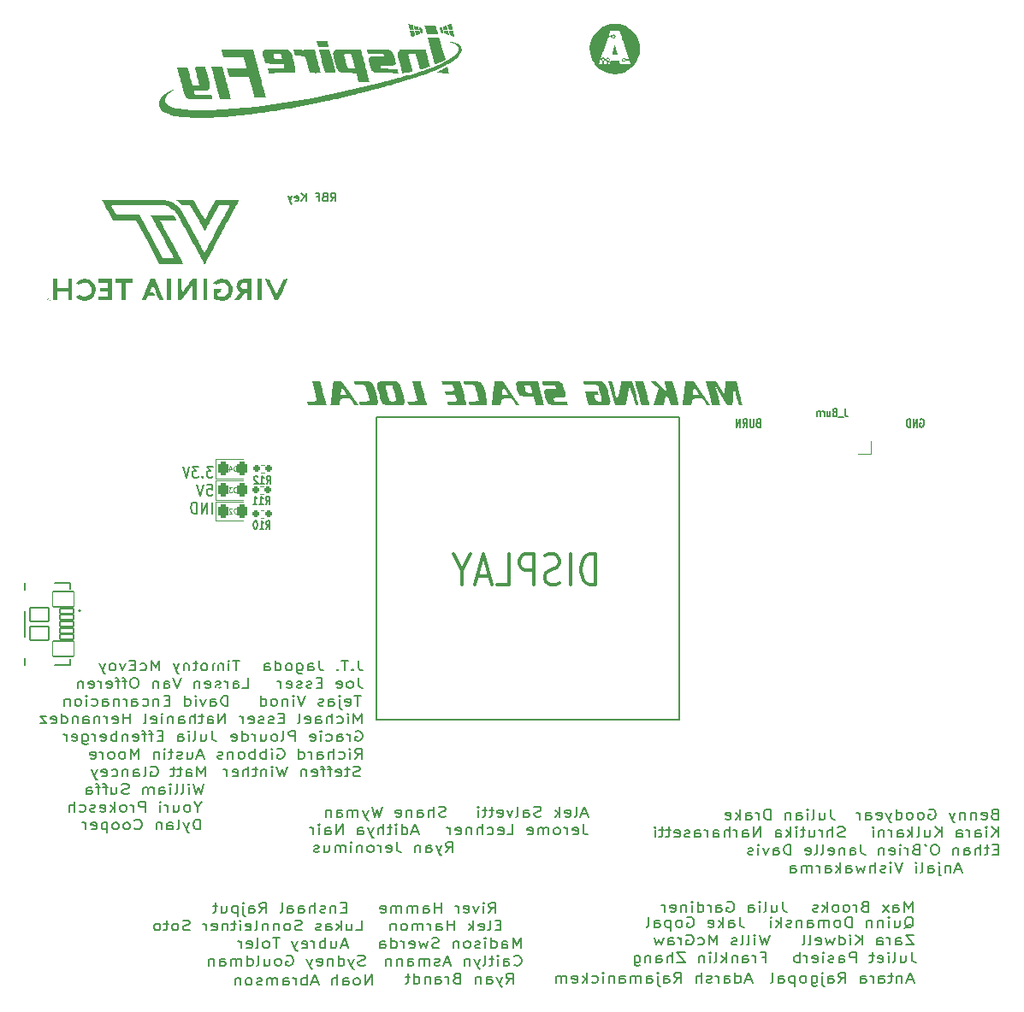
<source format=gbr>
%TF.GenerationSoftware,KiCad,Pcbnew,8.0.6*%
%TF.CreationDate,2025-02-02T22:45:32-05:00*%
%TF.ProjectId,payload_board,7061796c-6f61-4645-9f62-6f6172642e6b,1.0*%
%TF.SameCoordinates,Original*%
%TF.FileFunction,Legend,Bot*%
%TF.FilePolarity,Positive*%
%FSLAX46Y46*%
G04 Gerber Fmt 4.6, Leading zero omitted, Abs format (unit mm)*
G04 Created by KiCad (PCBNEW 8.0.6) date 2025-02-02 22:45:32*
%MOMM*%
%LPD*%
G01*
G04 APERTURE LIST*
G04 Aperture macros list*
%AMRoundRect*
0 Rectangle with rounded corners*
0 $1 Rounding radius*
0 $2 $3 $4 $5 $6 $7 $8 $9 X,Y pos of 4 corners*
0 Add a 4 corners polygon primitive as box body*
4,1,4,$2,$3,$4,$5,$6,$7,$8,$9,$2,$3,0*
0 Add four circle primitives for the rounded corners*
1,1,$1+$1,$2,$3*
1,1,$1+$1,$4,$5*
1,1,$1+$1,$6,$7*
1,1,$1+$1,$8,$9*
0 Add four rect primitives between the rounded corners*
20,1,$1+$1,$2,$3,$4,$5,0*
20,1,$1+$1,$4,$5,$6,$7,0*
20,1,$1+$1,$6,$7,$8,$9,0*
20,1,$1+$1,$8,$9,$2,$3,0*%
G04 Aperture macros list end*
%ADD10C,0.150000*%
%ADD11C,0.200000*%
%ADD12C,0.300000*%
%ADD13C,0.100000*%
%ADD14C,0.120000*%
%ADD15C,0.000000*%
%ADD16C,0.127000*%
%ADD17C,5.250000*%
%ADD18R,1.700000X1.700000*%
%ADD19O,1.700000X1.700000*%
%ADD20C,0.500000*%
%ADD21RoundRect,0.160000X-0.197500X-0.160000X0.197500X-0.160000X0.197500X0.160000X-0.197500X0.160000X0*%
%ADD22RoundRect,0.243750X-0.243750X-0.456250X0.243750X-0.456250X0.243750X0.456250X-0.243750X0.456250X0*%
%ADD23RoundRect,0.076200X-0.690000X-0.225000X0.690000X-0.225000X0.690000X0.225000X-0.690000X0.225000X0*%
%ADD24O,2.568400X1.360400*%
%ADD25RoundRect,0.076200X-1.050000X-0.737500X1.050000X-0.737500X1.050000X0.737500X-1.050000X0.737500X0*%
%ADD26RoundRect,0.076200X-0.950000X-0.687500X0.950000X-0.687500X0.950000X0.687500X-0.950000X0.687500X0*%
G04 APERTURE END LIST*
D10*
X48000000Y-56000000D02*
X78000000Y-56000000D01*
X78000000Y-86000000D01*
X48000000Y-86000000D01*
X48000000Y-56000000D01*
D11*
X45139850Y-108331504D02*
X44568422Y-108331504D01*
X45254136Y-108617219D02*
X44854136Y-107617219D01*
X44854136Y-107617219D02*
X44454136Y-108617219D01*
X43539851Y-107950552D02*
X43539851Y-108617219D01*
X44054136Y-107950552D02*
X44054136Y-108474361D01*
X44054136Y-108474361D02*
X43996993Y-108569600D01*
X43996993Y-108569600D02*
X43882708Y-108617219D01*
X43882708Y-108617219D02*
X43711279Y-108617219D01*
X43711279Y-108617219D02*
X43596993Y-108569600D01*
X43596993Y-108569600D02*
X43539851Y-108521980D01*
X42968422Y-108617219D02*
X42968422Y-107617219D01*
X42968422Y-107998171D02*
X42854137Y-107950552D01*
X42854137Y-107950552D02*
X42625565Y-107950552D01*
X42625565Y-107950552D02*
X42511279Y-107998171D01*
X42511279Y-107998171D02*
X42454137Y-108045790D01*
X42454137Y-108045790D02*
X42396994Y-108141028D01*
X42396994Y-108141028D02*
X42396994Y-108426742D01*
X42396994Y-108426742D02*
X42454137Y-108521980D01*
X42454137Y-108521980D02*
X42511279Y-108569600D01*
X42511279Y-108569600D02*
X42625565Y-108617219D01*
X42625565Y-108617219D02*
X42854137Y-108617219D01*
X42854137Y-108617219D02*
X42968422Y-108569600D01*
X41882708Y-108617219D02*
X41882708Y-107950552D01*
X41882708Y-108141028D02*
X41825565Y-108045790D01*
X41825565Y-108045790D02*
X41768423Y-107998171D01*
X41768423Y-107998171D02*
X41654137Y-107950552D01*
X41654137Y-107950552D02*
X41539851Y-107950552D01*
X40682708Y-108569600D02*
X40796994Y-108617219D01*
X40796994Y-108617219D02*
X41025566Y-108617219D01*
X41025566Y-108617219D02*
X41139851Y-108569600D01*
X41139851Y-108569600D02*
X41196994Y-108474361D01*
X41196994Y-108474361D02*
X41196994Y-108093409D01*
X41196994Y-108093409D02*
X41139851Y-107998171D01*
X41139851Y-107998171D02*
X41025566Y-107950552D01*
X41025566Y-107950552D02*
X40796994Y-107950552D01*
X40796994Y-107950552D02*
X40682708Y-107998171D01*
X40682708Y-107998171D02*
X40625566Y-108093409D01*
X40625566Y-108093409D02*
X40625566Y-108188647D01*
X40625566Y-108188647D02*
X41196994Y-108283885D01*
X40225566Y-107950552D02*
X39939852Y-108617219D01*
X39654137Y-107950552D02*
X39939852Y-108617219D01*
X39939852Y-108617219D02*
X40054137Y-108855314D01*
X40054137Y-108855314D02*
X40111280Y-108902933D01*
X40111280Y-108902933D02*
X40225566Y-108950552D01*
X38454137Y-107617219D02*
X37768423Y-107617219D01*
X38111280Y-108617219D02*
X38111280Y-107617219D01*
X37196994Y-108617219D02*
X37311279Y-108569600D01*
X37311279Y-108569600D02*
X37368422Y-108521980D01*
X37368422Y-108521980D02*
X37425565Y-108426742D01*
X37425565Y-108426742D02*
X37425565Y-108141028D01*
X37425565Y-108141028D02*
X37368422Y-108045790D01*
X37368422Y-108045790D02*
X37311279Y-107998171D01*
X37311279Y-107998171D02*
X37196994Y-107950552D01*
X37196994Y-107950552D02*
X37025565Y-107950552D01*
X37025565Y-107950552D02*
X36911279Y-107998171D01*
X36911279Y-107998171D02*
X36854137Y-108045790D01*
X36854137Y-108045790D02*
X36796994Y-108141028D01*
X36796994Y-108141028D02*
X36796994Y-108426742D01*
X36796994Y-108426742D02*
X36854137Y-108521980D01*
X36854137Y-108521980D02*
X36911279Y-108569600D01*
X36911279Y-108569600D02*
X37025565Y-108617219D01*
X37025565Y-108617219D02*
X37196994Y-108617219D01*
X36111280Y-108617219D02*
X36225565Y-108569600D01*
X36225565Y-108569600D02*
X36282708Y-108474361D01*
X36282708Y-108474361D02*
X36282708Y-107617219D01*
X35196994Y-108569600D02*
X35311280Y-108617219D01*
X35311280Y-108617219D02*
X35539852Y-108617219D01*
X35539852Y-108617219D02*
X35654137Y-108569600D01*
X35654137Y-108569600D02*
X35711280Y-108474361D01*
X35711280Y-108474361D02*
X35711280Y-108093409D01*
X35711280Y-108093409D02*
X35654137Y-107998171D01*
X35654137Y-107998171D02*
X35539852Y-107950552D01*
X35539852Y-107950552D02*
X35311280Y-107950552D01*
X35311280Y-107950552D02*
X35196994Y-107998171D01*
X35196994Y-107998171D02*
X35139852Y-108093409D01*
X35139852Y-108093409D02*
X35139852Y-108188647D01*
X35139852Y-108188647D02*
X35711280Y-108283885D01*
X34625566Y-108617219D02*
X34625566Y-107950552D01*
X34625566Y-108141028D02*
X34568423Y-108045790D01*
X34568423Y-108045790D02*
X34511281Y-107998171D01*
X34511281Y-107998171D02*
X34396995Y-107950552D01*
X34396995Y-107950552D02*
X34282709Y-107950552D01*
X46889850Y-110309600D02*
X46718422Y-110357219D01*
X46718422Y-110357219D02*
X46432707Y-110357219D01*
X46432707Y-110357219D02*
X46318422Y-110309600D01*
X46318422Y-110309600D02*
X46261279Y-110261980D01*
X46261279Y-110261980D02*
X46204136Y-110166742D01*
X46204136Y-110166742D02*
X46204136Y-110071504D01*
X46204136Y-110071504D02*
X46261279Y-109976266D01*
X46261279Y-109976266D02*
X46318422Y-109928647D01*
X46318422Y-109928647D02*
X46432707Y-109881028D01*
X46432707Y-109881028D02*
X46661279Y-109833409D01*
X46661279Y-109833409D02*
X46775564Y-109785790D01*
X46775564Y-109785790D02*
X46832707Y-109738171D01*
X46832707Y-109738171D02*
X46889850Y-109642933D01*
X46889850Y-109642933D02*
X46889850Y-109547695D01*
X46889850Y-109547695D02*
X46832707Y-109452457D01*
X46832707Y-109452457D02*
X46775564Y-109404838D01*
X46775564Y-109404838D02*
X46661279Y-109357219D01*
X46661279Y-109357219D02*
X46375564Y-109357219D01*
X46375564Y-109357219D02*
X46204136Y-109404838D01*
X45804136Y-109690552D02*
X45518422Y-110357219D01*
X45232707Y-109690552D02*
X45518422Y-110357219D01*
X45518422Y-110357219D02*
X45632707Y-110595314D01*
X45632707Y-110595314D02*
X45689850Y-110642933D01*
X45689850Y-110642933D02*
X45804136Y-110690552D01*
X44261279Y-110357219D02*
X44261279Y-109357219D01*
X44261279Y-110309600D02*
X44375564Y-110357219D01*
X44375564Y-110357219D02*
X44604136Y-110357219D01*
X44604136Y-110357219D02*
X44718421Y-110309600D01*
X44718421Y-110309600D02*
X44775564Y-110261980D01*
X44775564Y-110261980D02*
X44832707Y-110166742D01*
X44832707Y-110166742D02*
X44832707Y-109881028D01*
X44832707Y-109881028D02*
X44775564Y-109785790D01*
X44775564Y-109785790D02*
X44718421Y-109738171D01*
X44718421Y-109738171D02*
X44604136Y-109690552D01*
X44604136Y-109690552D02*
X44375564Y-109690552D01*
X44375564Y-109690552D02*
X44261279Y-109738171D01*
X43689850Y-109690552D02*
X43689850Y-110357219D01*
X43689850Y-109785790D02*
X43632707Y-109738171D01*
X43632707Y-109738171D02*
X43518422Y-109690552D01*
X43518422Y-109690552D02*
X43346993Y-109690552D01*
X43346993Y-109690552D02*
X43232707Y-109738171D01*
X43232707Y-109738171D02*
X43175565Y-109833409D01*
X43175565Y-109833409D02*
X43175565Y-110357219D01*
X42146993Y-110309600D02*
X42261279Y-110357219D01*
X42261279Y-110357219D02*
X42489851Y-110357219D01*
X42489851Y-110357219D02*
X42604136Y-110309600D01*
X42604136Y-110309600D02*
X42661279Y-110214361D01*
X42661279Y-110214361D02*
X42661279Y-109833409D01*
X42661279Y-109833409D02*
X42604136Y-109738171D01*
X42604136Y-109738171D02*
X42489851Y-109690552D01*
X42489851Y-109690552D02*
X42261279Y-109690552D01*
X42261279Y-109690552D02*
X42146993Y-109738171D01*
X42146993Y-109738171D02*
X42089851Y-109833409D01*
X42089851Y-109833409D02*
X42089851Y-109928647D01*
X42089851Y-109928647D02*
X42661279Y-110023885D01*
X41689851Y-109690552D02*
X41404137Y-110357219D01*
X41118422Y-109690552D02*
X41404137Y-110357219D01*
X41404137Y-110357219D02*
X41518422Y-110595314D01*
X41518422Y-110595314D02*
X41575565Y-110642933D01*
X41575565Y-110642933D02*
X41689851Y-110690552D01*
X39118422Y-109404838D02*
X39232708Y-109357219D01*
X39232708Y-109357219D02*
X39404136Y-109357219D01*
X39404136Y-109357219D02*
X39575565Y-109404838D01*
X39575565Y-109404838D02*
X39689850Y-109500076D01*
X39689850Y-109500076D02*
X39746993Y-109595314D01*
X39746993Y-109595314D02*
X39804136Y-109785790D01*
X39804136Y-109785790D02*
X39804136Y-109928647D01*
X39804136Y-109928647D02*
X39746993Y-110119123D01*
X39746993Y-110119123D02*
X39689850Y-110214361D01*
X39689850Y-110214361D02*
X39575565Y-110309600D01*
X39575565Y-110309600D02*
X39404136Y-110357219D01*
X39404136Y-110357219D02*
X39289850Y-110357219D01*
X39289850Y-110357219D02*
X39118422Y-110309600D01*
X39118422Y-110309600D02*
X39061279Y-110261980D01*
X39061279Y-110261980D02*
X39061279Y-109928647D01*
X39061279Y-109928647D02*
X39289850Y-109928647D01*
X38375565Y-110357219D02*
X38489850Y-110309600D01*
X38489850Y-110309600D02*
X38546993Y-110261980D01*
X38546993Y-110261980D02*
X38604136Y-110166742D01*
X38604136Y-110166742D02*
X38604136Y-109881028D01*
X38604136Y-109881028D02*
X38546993Y-109785790D01*
X38546993Y-109785790D02*
X38489850Y-109738171D01*
X38489850Y-109738171D02*
X38375565Y-109690552D01*
X38375565Y-109690552D02*
X38204136Y-109690552D01*
X38204136Y-109690552D02*
X38089850Y-109738171D01*
X38089850Y-109738171D02*
X38032708Y-109785790D01*
X38032708Y-109785790D02*
X37975565Y-109881028D01*
X37975565Y-109881028D02*
X37975565Y-110166742D01*
X37975565Y-110166742D02*
X38032708Y-110261980D01*
X38032708Y-110261980D02*
X38089850Y-110309600D01*
X38089850Y-110309600D02*
X38204136Y-110357219D01*
X38204136Y-110357219D02*
X38375565Y-110357219D01*
X36946994Y-109690552D02*
X36946994Y-110357219D01*
X37461279Y-109690552D02*
X37461279Y-110214361D01*
X37461279Y-110214361D02*
X37404136Y-110309600D01*
X37404136Y-110309600D02*
X37289851Y-110357219D01*
X37289851Y-110357219D02*
X37118422Y-110357219D01*
X37118422Y-110357219D02*
X37004136Y-110309600D01*
X37004136Y-110309600D02*
X36946994Y-110261980D01*
X36204137Y-110357219D02*
X36318422Y-110309600D01*
X36318422Y-110309600D02*
X36375565Y-110214361D01*
X36375565Y-110214361D02*
X36375565Y-109357219D01*
X35232709Y-110357219D02*
X35232709Y-109357219D01*
X35232709Y-110309600D02*
X35346994Y-110357219D01*
X35346994Y-110357219D02*
X35575566Y-110357219D01*
X35575566Y-110357219D02*
X35689851Y-110309600D01*
X35689851Y-110309600D02*
X35746994Y-110261980D01*
X35746994Y-110261980D02*
X35804137Y-110166742D01*
X35804137Y-110166742D02*
X35804137Y-109881028D01*
X35804137Y-109881028D02*
X35746994Y-109785790D01*
X35746994Y-109785790D02*
X35689851Y-109738171D01*
X35689851Y-109738171D02*
X35575566Y-109690552D01*
X35575566Y-109690552D02*
X35346994Y-109690552D01*
X35346994Y-109690552D02*
X35232709Y-109738171D01*
X34661280Y-110357219D02*
X34661280Y-109690552D01*
X34661280Y-109785790D02*
X34604137Y-109738171D01*
X34604137Y-109738171D02*
X34489852Y-109690552D01*
X34489852Y-109690552D02*
X34318423Y-109690552D01*
X34318423Y-109690552D02*
X34204137Y-109738171D01*
X34204137Y-109738171D02*
X34146995Y-109833409D01*
X34146995Y-109833409D02*
X34146995Y-110357219D01*
X34146995Y-109833409D02*
X34089852Y-109738171D01*
X34089852Y-109738171D02*
X33975566Y-109690552D01*
X33975566Y-109690552D02*
X33804137Y-109690552D01*
X33804137Y-109690552D02*
X33689852Y-109738171D01*
X33689852Y-109738171D02*
X33632709Y-109833409D01*
X33632709Y-109833409D02*
X33632709Y-110357219D01*
X32546995Y-110357219D02*
X32546995Y-109833409D01*
X32546995Y-109833409D02*
X32604137Y-109738171D01*
X32604137Y-109738171D02*
X32718423Y-109690552D01*
X32718423Y-109690552D02*
X32946995Y-109690552D01*
X32946995Y-109690552D02*
X33061280Y-109738171D01*
X32546995Y-110309600D02*
X32661280Y-110357219D01*
X32661280Y-110357219D02*
X32946995Y-110357219D01*
X32946995Y-110357219D02*
X33061280Y-110309600D01*
X33061280Y-110309600D02*
X33118423Y-110214361D01*
X33118423Y-110214361D02*
X33118423Y-110119123D01*
X33118423Y-110119123D02*
X33061280Y-110023885D01*
X33061280Y-110023885D02*
X32946995Y-109976266D01*
X32946995Y-109976266D02*
X32661280Y-109976266D01*
X32661280Y-109976266D02*
X32546995Y-109928647D01*
X31975566Y-109690552D02*
X31975566Y-110357219D01*
X31975566Y-109785790D02*
X31918423Y-109738171D01*
X31918423Y-109738171D02*
X31804138Y-109690552D01*
X31804138Y-109690552D02*
X31632709Y-109690552D01*
X31632709Y-109690552D02*
X31518423Y-109738171D01*
X31518423Y-109738171D02*
X31461281Y-109833409D01*
X31461281Y-109833409D02*
X31461281Y-110357219D01*
D10*
X31858458Y-60915704D02*
X31239411Y-60915704D01*
X31239411Y-60915704D02*
X31572744Y-61334752D01*
X31572744Y-61334752D02*
X31429887Y-61334752D01*
X31429887Y-61334752D02*
X31334649Y-61387133D01*
X31334649Y-61387133D02*
X31287030Y-61439514D01*
X31287030Y-61439514D02*
X31239411Y-61544276D01*
X31239411Y-61544276D02*
X31239411Y-61806181D01*
X31239411Y-61806181D02*
X31287030Y-61910943D01*
X31287030Y-61910943D02*
X31334649Y-61963324D01*
X31334649Y-61963324D02*
X31429887Y-62015704D01*
X31429887Y-62015704D02*
X31715601Y-62015704D01*
X31715601Y-62015704D02*
X31810839Y-61963324D01*
X31810839Y-61963324D02*
X31858458Y-61910943D01*
X30810839Y-61910943D02*
X30763220Y-61963324D01*
X30763220Y-61963324D02*
X30810839Y-62015704D01*
X30810839Y-62015704D02*
X30858458Y-61963324D01*
X30858458Y-61963324D02*
X30810839Y-61910943D01*
X30810839Y-61910943D02*
X30810839Y-62015704D01*
X30429887Y-60915704D02*
X29810840Y-60915704D01*
X29810840Y-60915704D02*
X30144173Y-61334752D01*
X30144173Y-61334752D02*
X30001316Y-61334752D01*
X30001316Y-61334752D02*
X29906078Y-61387133D01*
X29906078Y-61387133D02*
X29858459Y-61439514D01*
X29858459Y-61439514D02*
X29810840Y-61544276D01*
X29810840Y-61544276D02*
X29810840Y-61806181D01*
X29810840Y-61806181D02*
X29858459Y-61910943D01*
X29858459Y-61910943D02*
X29906078Y-61963324D01*
X29906078Y-61963324D02*
X30001316Y-62015704D01*
X30001316Y-62015704D02*
X30287030Y-62015704D01*
X30287030Y-62015704D02*
X30382268Y-61963324D01*
X30382268Y-61963324D02*
X30429887Y-61910943D01*
X29525125Y-60915704D02*
X29191792Y-62015704D01*
X29191792Y-62015704D02*
X28858459Y-60915704D01*
X31287030Y-62686642D02*
X31763220Y-62686642D01*
X31763220Y-62686642D02*
X31810839Y-63210452D01*
X31810839Y-63210452D02*
X31763220Y-63158071D01*
X31763220Y-63158071D02*
X31667982Y-63105690D01*
X31667982Y-63105690D02*
X31429887Y-63105690D01*
X31429887Y-63105690D02*
X31334649Y-63158071D01*
X31334649Y-63158071D02*
X31287030Y-63210452D01*
X31287030Y-63210452D02*
X31239411Y-63315214D01*
X31239411Y-63315214D02*
X31239411Y-63577119D01*
X31239411Y-63577119D02*
X31287030Y-63681881D01*
X31287030Y-63681881D02*
X31334649Y-63734262D01*
X31334649Y-63734262D02*
X31429887Y-63786642D01*
X31429887Y-63786642D02*
X31667982Y-63786642D01*
X31667982Y-63786642D02*
X31763220Y-63734262D01*
X31763220Y-63734262D02*
X31810839Y-63681881D01*
X30953696Y-62686642D02*
X30620363Y-63786642D01*
X30620363Y-63786642D02*
X30287030Y-62686642D01*
X31763220Y-65557580D02*
X31763220Y-64457580D01*
X31287030Y-65557580D02*
X31287030Y-64457580D01*
X31287030Y-64457580D02*
X30715602Y-65557580D01*
X30715602Y-65557580D02*
X30715602Y-64457580D01*
X30239411Y-65557580D02*
X30239411Y-64457580D01*
X30239411Y-64457580D02*
X30001316Y-64457580D01*
X30001316Y-64457580D02*
X29858459Y-64509961D01*
X29858459Y-64509961D02*
X29763221Y-64614723D01*
X29763221Y-64614723D02*
X29715602Y-64719485D01*
X29715602Y-64719485D02*
X29667983Y-64929009D01*
X29667983Y-64929009D02*
X29667983Y-65086152D01*
X29667983Y-65086152D02*
X29715602Y-65295676D01*
X29715602Y-65295676D02*
X29763221Y-65400438D01*
X29763221Y-65400438D02*
X29858459Y-65505200D01*
X29858459Y-65505200D02*
X30001316Y-65557580D01*
X30001316Y-65557580D02*
X30239411Y-65557580D01*
D11*
X54889850Y-95569600D02*
X54718422Y-95617219D01*
X54718422Y-95617219D02*
X54432707Y-95617219D01*
X54432707Y-95617219D02*
X54318422Y-95569600D01*
X54318422Y-95569600D02*
X54261279Y-95521980D01*
X54261279Y-95521980D02*
X54204136Y-95426742D01*
X54204136Y-95426742D02*
X54204136Y-95331504D01*
X54204136Y-95331504D02*
X54261279Y-95236266D01*
X54261279Y-95236266D02*
X54318422Y-95188647D01*
X54318422Y-95188647D02*
X54432707Y-95141028D01*
X54432707Y-95141028D02*
X54661279Y-95093409D01*
X54661279Y-95093409D02*
X54775564Y-95045790D01*
X54775564Y-95045790D02*
X54832707Y-94998171D01*
X54832707Y-94998171D02*
X54889850Y-94902933D01*
X54889850Y-94902933D02*
X54889850Y-94807695D01*
X54889850Y-94807695D02*
X54832707Y-94712457D01*
X54832707Y-94712457D02*
X54775564Y-94664838D01*
X54775564Y-94664838D02*
X54661279Y-94617219D01*
X54661279Y-94617219D02*
X54375564Y-94617219D01*
X54375564Y-94617219D02*
X54204136Y-94664838D01*
X53689850Y-95617219D02*
X53689850Y-94617219D01*
X53175565Y-95617219D02*
X53175565Y-95093409D01*
X53175565Y-95093409D02*
X53232707Y-94998171D01*
X53232707Y-94998171D02*
X53346993Y-94950552D01*
X53346993Y-94950552D02*
X53518422Y-94950552D01*
X53518422Y-94950552D02*
X53632707Y-94998171D01*
X53632707Y-94998171D02*
X53689850Y-95045790D01*
X52089851Y-95617219D02*
X52089851Y-95093409D01*
X52089851Y-95093409D02*
X52146993Y-94998171D01*
X52146993Y-94998171D02*
X52261279Y-94950552D01*
X52261279Y-94950552D02*
X52489851Y-94950552D01*
X52489851Y-94950552D02*
X52604136Y-94998171D01*
X52089851Y-95569600D02*
X52204136Y-95617219D01*
X52204136Y-95617219D02*
X52489851Y-95617219D01*
X52489851Y-95617219D02*
X52604136Y-95569600D01*
X52604136Y-95569600D02*
X52661279Y-95474361D01*
X52661279Y-95474361D02*
X52661279Y-95379123D01*
X52661279Y-95379123D02*
X52604136Y-95283885D01*
X52604136Y-95283885D02*
X52489851Y-95236266D01*
X52489851Y-95236266D02*
X52204136Y-95236266D01*
X52204136Y-95236266D02*
X52089851Y-95188647D01*
X51518422Y-94950552D02*
X51518422Y-95617219D01*
X51518422Y-95045790D02*
X51461279Y-94998171D01*
X51461279Y-94998171D02*
X51346994Y-94950552D01*
X51346994Y-94950552D02*
X51175565Y-94950552D01*
X51175565Y-94950552D02*
X51061279Y-94998171D01*
X51061279Y-94998171D02*
X51004137Y-95093409D01*
X51004137Y-95093409D02*
X51004137Y-95617219D01*
X49975565Y-95569600D02*
X50089851Y-95617219D01*
X50089851Y-95617219D02*
X50318423Y-95617219D01*
X50318423Y-95617219D02*
X50432708Y-95569600D01*
X50432708Y-95569600D02*
X50489851Y-95474361D01*
X50489851Y-95474361D02*
X50489851Y-95093409D01*
X50489851Y-95093409D02*
X50432708Y-94998171D01*
X50432708Y-94998171D02*
X50318423Y-94950552D01*
X50318423Y-94950552D02*
X50089851Y-94950552D01*
X50089851Y-94950552D02*
X49975565Y-94998171D01*
X49975565Y-94998171D02*
X49918423Y-95093409D01*
X49918423Y-95093409D02*
X49918423Y-95188647D01*
X49918423Y-95188647D02*
X50489851Y-95283885D01*
X48604137Y-94617219D02*
X48318423Y-95617219D01*
X48318423Y-95617219D02*
X48089851Y-94902933D01*
X48089851Y-94902933D02*
X47861280Y-95617219D01*
X47861280Y-95617219D02*
X47575566Y-94617219D01*
X47232708Y-94950552D02*
X46946994Y-95617219D01*
X46661279Y-94950552D02*
X46946994Y-95617219D01*
X46946994Y-95617219D02*
X47061279Y-95855314D01*
X47061279Y-95855314D02*
X47118422Y-95902933D01*
X47118422Y-95902933D02*
X47232708Y-95950552D01*
X46204136Y-95617219D02*
X46204136Y-94950552D01*
X46204136Y-95045790D02*
X46146993Y-94998171D01*
X46146993Y-94998171D02*
X46032708Y-94950552D01*
X46032708Y-94950552D02*
X45861279Y-94950552D01*
X45861279Y-94950552D02*
X45746993Y-94998171D01*
X45746993Y-94998171D02*
X45689851Y-95093409D01*
X45689851Y-95093409D02*
X45689851Y-95617219D01*
X45689851Y-95093409D02*
X45632708Y-94998171D01*
X45632708Y-94998171D02*
X45518422Y-94950552D01*
X45518422Y-94950552D02*
X45346993Y-94950552D01*
X45346993Y-94950552D02*
X45232708Y-94998171D01*
X45232708Y-94998171D02*
X45175565Y-95093409D01*
X45175565Y-95093409D02*
X45175565Y-95617219D01*
X44089851Y-95617219D02*
X44089851Y-95093409D01*
X44089851Y-95093409D02*
X44146993Y-94998171D01*
X44146993Y-94998171D02*
X44261279Y-94950552D01*
X44261279Y-94950552D02*
X44489851Y-94950552D01*
X44489851Y-94950552D02*
X44604136Y-94998171D01*
X44089851Y-95569600D02*
X44204136Y-95617219D01*
X44204136Y-95617219D02*
X44489851Y-95617219D01*
X44489851Y-95617219D02*
X44604136Y-95569600D01*
X44604136Y-95569600D02*
X44661279Y-95474361D01*
X44661279Y-95474361D02*
X44661279Y-95379123D01*
X44661279Y-95379123D02*
X44604136Y-95283885D01*
X44604136Y-95283885D02*
X44489851Y-95236266D01*
X44489851Y-95236266D02*
X44204136Y-95236266D01*
X44204136Y-95236266D02*
X44089851Y-95188647D01*
X43518422Y-94950552D02*
X43518422Y-95617219D01*
X43518422Y-95045790D02*
X43461279Y-94998171D01*
X43461279Y-94998171D02*
X43346994Y-94950552D01*
X43346994Y-94950552D02*
X43175565Y-94950552D01*
X43175565Y-94950552D02*
X43061279Y-94998171D01*
X43061279Y-94998171D02*
X43004137Y-95093409D01*
X43004137Y-95093409D02*
X43004137Y-95617219D01*
X109582707Y-98843409D02*
X109182707Y-98843409D01*
X109011279Y-99367219D02*
X109582707Y-99367219D01*
X109582707Y-99367219D02*
X109582707Y-98367219D01*
X109582707Y-98367219D02*
X109011279Y-98367219D01*
X108668422Y-98700552D02*
X108211279Y-98700552D01*
X108496993Y-98367219D02*
X108496993Y-99224361D01*
X108496993Y-99224361D02*
X108439850Y-99319600D01*
X108439850Y-99319600D02*
X108325565Y-99367219D01*
X108325565Y-99367219D02*
X108211279Y-99367219D01*
X107811279Y-99367219D02*
X107811279Y-98367219D01*
X107296994Y-99367219D02*
X107296994Y-98843409D01*
X107296994Y-98843409D02*
X107354136Y-98748171D01*
X107354136Y-98748171D02*
X107468422Y-98700552D01*
X107468422Y-98700552D02*
X107639851Y-98700552D01*
X107639851Y-98700552D02*
X107754136Y-98748171D01*
X107754136Y-98748171D02*
X107811279Y-98795790D01*
X106211280Y-99367219D02*
X106211280Y-98843409D01*
X106211280Y-98843409D02*
X106268422Y-98748171D01*
X106268422Y-98748171D02*
X106382708Y-98700552D01*
X106382708Y-98700552D02*
X106611280Y-98700552D01*
X106611280Y-98700552D02*
X106725565Y-98748171D01*
X106211280Y-99319600D02*
X106325565Y-99367219D01*
X106325565Y-99367219D02*
X106611280Y-99367219D01*
X106611280Y-99367219D02*
X106725565Y-99319600D01*
X106725565Y-99319600D02*
X106782708Y-99224361D01*
X106782708Y-99224361D02*
X106782708Y-99129123D01*
X106782708Y-99129123D02*
X106725565Y-99033885D01*
X106725565Y-99033885D02*
X106611280Y-98986266D01*
X106611280Y-98986266D02*
X106325565Y-98986266D01*
X106325565Y-98986266D02*
X106211280Y-98938647D01*
X105639851Y-98700552D02*
X105639851Y-99367219D01*
X105639851Y-98795790D02*
X105582708Y-98748171D01*
X105582708Y-98748171D02*
X105468423Y-98700552D01*
X105468423Y-98700552D02*
X105296994Y-98700552D01*
X105296994Y-98700552D02*
X105182708Y-98748171D01*
X105182708Y-98748171D02*
X105125566Y-98843409D01*
X105125566Y-98843409D02*
X105125566Y-99367219D01*
X103411280Y-98367219D02*
X103182708Y-98367219D01*
X103182708Y-98367219D02*
X103068423Y-98414838D01*
X103068423Y-98414838D02*
X102954137Y-98510076D01*
X102954137Y-98510076D02*
X102896994Y-98700552D01*
X102896994Y-98700552D02*
X102896994Y-99033885D01*
X102896994Y-99033885D02*
X102954137Y-99224361D01*
X102954137Y-99224361D02*
X103068423Y-99319600D01*
X103068423Y-99319600D02*
X103182708Y-99367219D01*
X103182708Y-99367219D02*
X103411280Y-99367219D01*
X103411280Y-99367219D02*
X103525566Y-99319600D01*
X103525566Y-99319600D02*
X103639851Y-99224361D01*
X103639851Y-99224361D02*
X103696994Y-99033885D01*
X103696994Y-99033885D02*
X103696994Y-98700552D01*
X103696994Y-98700552D02*
X103639851Y-98510076D01*
X103639851Y-98510076D02*
X103525566Y-98414838D01*
X103525566Y-98414838D02*
X103411280Y-98367219D01*
X102325565Y-98367219D02*
X102439851Y-98557695D01*
X101411279Y-98843409D02*
X101239851Y-98891028D01*
X101239851Y-98891028D02*
X101182708Y-98938647D01*
X101182708Y-98938647D02*
X101125565Y-99033885D01*
X101125565Y-99033885D02*
X101125565Y-99176742D01*
X101125565Y-99176742D02*
X101182708Y-99271980D01*
X101182708Y-99271980D02*
X101239851Y-99319600D01*
X101239851Y-99319600D02*
X101354136Y-99367219D01*
X101354136Y-99367219D02*
X101811279Y-99367219D01*
X101811279Y-99367219D02*
X101811279Y-98367219D01*
X101811279Y-98367219D02*
X101411279Y-98367219D01*
X101411279Y-98367219D02*
X101296994Y-98414838D01*
X101296994Y-98414838D02*
X101239851Y-98462457D01*
X101239851Y-98462457D02*
X101182708Y-98557695D01*
X101182708Y-98557695D02*
X101182708Y-98652933D01*
X101182708Y-98652933D02*
X101239851Y-98748171D01*
X101239851Y-98748171D02*
X101296994Y-98795790D01*
X101296994Y-98795790D02*
X101411279Y-98843409D01*
X101411279Y-98843409D02*
X101811279Y-98843409D01*
X100611279Y-99367219D02*
X100611279Y-98700552D01*
X100611279Y-98891028D02*
X100554136Y-98795790D01*
X100554136Y-98795790D02*
X100496994Y-98748171D01*
X100496994Y-98748171D02*
X100382708Y-98700552D01*
X100382708Y-98700552D02*
X100268422Y-98700552D01*
X99868422Y-99367219D02*
X99868422Y-98700552D01*
X99868422Y-98367219D02*
X99925565Y-98414838D01*
X99925565Y-98414838D02*
X99868422Y-98462457D01*
X99868422Y-98462457D02*
X99811279Y-98414838D01*
X99811279Y-98414838D02*
X99868422Y-98367219D01*
X99868422Y-98367219D02*
X99868422Y-98462457D01*
X98839850Y-99319600D02*
X98954136Y-99367219D01*
X98954136Y-99367219D02*
X99182708Y-99367219D01*
X99182708Y-99367219D02*
X99296993Y-99319600D01*
X99296993Y-99319600D02*
X99354136Y-99224361D01*
X99354136Y-99224361D02*
X99354136Y-98843409D01*
X99354136Y-98843409D02*
X99296993Y-98748171D01*
X99296993Y-98748171D02*
X99182708Y-98700552D01*
X99182708Y-98700552D02*
X98954136Y-98700552D01*
X98954136Y-98700552D02*
X98839850Y-98748171D01*
X98839850Y-98748171D02*
X98782708Y-98843409D01*
X98782708Y-98843409D02*
X98782708Y-98938647D01*
X98782708Y-98938647D02*
X99354136Y-99033885D01*
X98268422Y-98700552D02*
X98268422Y-99367219D01*
X98268422Y-98795790D02*
X98211279Y-98748171D01*
X98211279Y-98748171D02*
X98096994Y-98700552D01*
X98096994Y-98700552D02*
X97925565Y-98700552D01*
X97925565Y-98700552D02*
X97811279Y-98748171D01*
X97811279Y-98748171D02*
X97754137Y-98843409D01*
X97754137Y-98843409D02*
X97754137Y-99367219D01*
X47588707Y-112262219D02*
X47588707Y-111262219D01*
X47588707Y-111262219D02*
X46902993Y-112262219D01*
X46902993Y-112262219D02*
X46902993Y-111262219D01*
X46160136Y-112262219D02*
X46274421Y-112214600D01*
X46274421Y-112214600D02*
X46331564Y-112166980D01*
X46331564Y-112166980D02*
X46388707Y-112071742D01*
X46388707Y-112071742D02*
X46388707Y-111786028D01*
X46388707Y-111786028D02*
X46331564Y-111690790D01*
X46331564Y-111690790D02*
X46274421Y-111643171D01*
X46274421Y-111643171D02*
X46160136Y-111595552D01*
X46160136Y-111595552D02*
X45988707Y-111595552D01*
X45988707Y-111595552D02*
X45874421Y-111643171D01*
X45874421Y-111643171D02*
X45817279Y-111690790D01*
X45817279Y-111690790D02*
X45760136Y-111786028D01*
X45760136Y-111786028D02*
X45760136Y-112071742D01*
X45760136Y-112071742D02*
X45817279Y-112166980D01*
X45817279Y-112166980D02*
X45874421Y-112214600D01*
X45874421Y-112214600D02*
X45988707Y-112262219D01*
X45988707Y-112262219D02*
X46160136Y-112262219D01*
X44731565Y-112262219D02*
X44731565Y-111738409D01*
X44731565Y-111738409D02*
X44788707Y-111643171D01*
X44788707Y-111643171D02*
X44902993Y-111595552D01*
X44902993Y-111595552D02*
X45131565Y-111595552D01*
X45131565Y-111595552D02*
X45245850Y-111643171D01*
X44731565Y-112214600D02*
X44845850Y-112262219D01*
X44845850Y-112262219D02*
X45131565Y-112262219D01*
X45131565Y-112262219D02*
X45245850Y-112214600D01*
X45245850Y-112214600D02*
X45302993Y-112119361D01*
X45302993Y-112119361D02*
X45302993Y-112024123D01*
X45302993Y-112024123D02*
X45245850Y-111928885D01*
X45245850Y-111928885D02*
X45131565Y-111881266D01*
X45131565Y-111881266D02*
X44845850Y-111881266D01*
X44845850Y-111881266D02*
X44731565Y-111833647D01*
X44160136Y-112262219D02*
X44160136Y-111262219D01*
X43645851Y-112262219D02*
X43645851Y-111738409D01*
X43645851Y-111738409D02*
X43702993Y-111643171D01*
X43702993Y-111643171D02*
X43817279Y-111595552D01*
X43817279Y-111595552D02*
X43988708Y-111595552D01*
X43988708Y-111595552D02*
X44102993Y-111643171D01*
X44102993Y-111643171D02*
X44160136Y-111690790D01*
X42217279Y-111976504D02*
X41645851Y-111976504D01*
X42331565Y-112262219D02*
X41931565Y-111262219D01*
X41931565Y-111262219D02*
X41531565Y-112262219D01*
X41131565Y-112262219D02*
X41131565Y-111262219D01*
X41131565Y-111643171D02*
X41017280Y-111595552D01*
X41017280Y-111595552D02*
X40788708Y-111595552D01*
X40788708Y-111595552D02*
X40674422Y-111643171D01*
X40674422Y-111643171D02*
X40617280Y-111690790D01*
X40617280Y-111690790D02*
X40560137Y-111786028D01*
X40560137Y-111786028D02*
X40560137Y-112071742D01*
X40560137Y-112071742D02*
X40617280Y-112166980D01*
X40617280Y-112166980D02*
X40674422Y-112214600D01*
X40674422Y-112214600D02*
X40788708Y-112262219D01*
X40788708Y-112262219D02*
X41017280Y-112262219D01*
X41017280Y-112262219D02*
X41131565Y-112214600D01*
X40045851Y-112262219D02*
X40045851Y-111595552D01*
X40045851Y-111786028D02*
X39988708Y-111690790D01*
X39988708Y-111690790D02*
X39931566Y-111643171D01*
X39931566Y-111643171D02*
X39817280Y-111595552D01*
X39817280Y-111595552D02*
X39702994Y-111595552D01*
X38788709Y-112262219D02*
X38788709Y-111738409D01*
X38788709Y-111738409D02*
X38845851Y-111643171D01*
X38845851Y-111643171D02*
X38960137Y-111595552D01*
X38960137Y-111595552D02*
X39188709Y-111595552D01*
X39188709Y-111595552D02*
X39302994Y-111643171D01*
X38788709Y-112214600D02*
X38902994Y-112262219D01*
X38902994Y-112262219D02*
X39188709Y-112262219D01*
X39188709Y-112262219D02*
X39302994Y-112214600D01*
X39302994Y-112214600D02*
X39360137Y-112119361D01*
X39360137Y-112119361D02*
X39360137Y-112024123D01*
X39360137Y-112024123D02*
X39302994Y-111928885D01*
X39302994Y-111928885D02*
X39188709Y-111881266D01*
X39188709Y-111881266D02*
X38902994Y-111881266D01*
X38902994Y-111881266D02*
X38788709Y-111833647D01*
X38217280Y-112262219D02*
X38217280Y-111595552D01*
X38217280Y-111690790D02*
X38160137Y-111643171D01*
X38160137Y-111643171D02*
X38045852Y-111595552D01*
X38045852Y-111595552D02*
X37874423Y-111595552D01*
X37874423Y-111595552D02*
X37760137Y-111643171D01*
X37760137Y-111643171D02*
X37702995Y-111738409D01*
X37702995Y-111738409D02*
X37702995Y-112262219D01*
X37702995Y-111738409D02*
X37645852Y-111643171D01*
X37645852Y-111643171D02*
X37531566Y-111595552D01*
X37531566Y-111595552D02*
X37360137Y-111595552D01*
X37360137Y-111595552D02*
X37245852Y-111643171D01*
X37245852Y-111643171D02*
X37188709Y-111738409D01*
X37188709Y-111738409D02*
X37188709Y-112262219D01*
X36674423Y-112214600D02*
X36560137Y-112262219D01*
X36560137Y-112262219D02*
X36331566Y-112262219D01*
X36331566Y-112262219D02*
X36217280Y-112214600D01*
X36217280Y-112214600D02*
X36160137Y-112119361D01*
X36160137Y-112119361D02*
X36160137Y-112071742D01*
X36160137Y-112071742D02*
X36217280Y-111976504D01*
X36217280Y-111976504D02*
X36331566Y-111928885D01*
X36331566Y-111928885D02*
X36502995Y-111928885D01*
X36502995Y-111928885D02*
X36617280Y-111881266D01*
X36617280Y-111881266D02*
X36674423Y-111786028D01*
X36674423Y-111786028D02*
X36674423Y-111738409D01*
X36674423Y-111738409D02*
X36617280Y-111643171D01*
X36617280Y-111643171D02*
X36502995Y-111595552D01*
X36502995Y-111595552D02*
X36331566Y-111595552D01*
X36331566Y-111595552D02*
X36217280Y-111643171D01*
X35474423Y-112262219D02*
X35588708Y-112214600D01*
X35588708Y-112214600D02*
X35645851Y-112166980D01*
X35645851Y-112166980D02*
X35702994Y-112071742D01*
X35702994Y-112071742D02*
X35702994Y-111786028D01*
X35702994Y-111786028D02*
X35645851Y-111690790D01*
X35645851Y-111690790D02*
X35588708Y-111643171D01*
X35588708Y-111643171D02*
X35474423Y-111595552D01*
X35474423Y-111595552D02*
X35302994Y-111595552D01*
X35302994Y-111595552D02*
X35188708Y-111643171D01*
X35188708Y-111643171D02*
X35131566Y-111690790D01*
X35131566Y-111690790D02*
X35074423Y-111786028D01*
X35074423Y-111786028D02*
X35074423Y-112071742D01*
X35074423Y-112071742D02*
X35131566Y-112166980D01*
X35131566Y-112166980D02*
X35188708Y-112214600D01*
X35188708Y-112214600D02*
X35302994Y-112262219D01*
X35302994Y-112262219D02*
X35474423Y-112262219D01*
X34560137Y-111595552D02*
X34560137Y-112262219D01*
X34560137Y-111690790D02*
X34502994Y-111643171D01*
X34502994Y-111643171D02*
X34388709Y-111595552D01*
X34388709Y-111595552D02*
X34217280Y-111595552D01*
X34217280Y-111595552D02*
X34102994Y-111643171D01*
X34102994Y-111643171D02*
X34045852Y-111738409D01*
X34045852Y-111738409D02*
X34045852Y-112262219D01*
X52139850Y-97081504D02*
X51568422Y-97081504D01*
X52254136Y-97367219D02*
X51854136Y-96367219D01*
X51854136Y-96367219D02*
X51454136Y-97367219D01*
X50539851Y-97367219D02*
X50539851Y-96367219D01*
X50539851Y-97319600D02*
X50654136Y-97367219D01*
X50654136Y-97367219D02*
X50882708Y-97367219D01*
X50882708Y-97367219D02*
X50996993Y-97319600D01*
X50996993Y-97319600D02*
X51054136Y-97271980D01*
X51054136Y-97271980D02*
X51111279Y-97176742D01*
X51111279Y-97176742D02*
X51111279Y-96891028D01*
X51111279Y-96891028D02*
X51054136Y-96795790D01*
X51054136Y-96795790D02*
X50996993Y-96748171D01*
X50996993Y-96748171D02*
X50882708Y-96700552D01*
X50882708Y-96700552D02*
X50654136Y-96700552D01*
X50654136Y-96700552D02*
X50539851Y-96748171D01*
X49968422Y-97367219D02*
X49968422Y-96700552D01*
X49968422Y-96367219D02*
X50025565Y-96414838D01*
X50025565Y-96414838D02*
X49968422Y-96462457D01*
X49968422Y-96462457D02*
X49911279Y-96414838D01*
X49911279Y-96414838D02*
X49968422Y-96367219D01*
X49968422Y-96367219D02*
X49968422Y-96462457D01*
X49568422Y-96700552D02*
X49111279Y-96700552D01*
X49396993Y-96367219D02*
X49396993Y-97224361D01*
X49396993Y-97224361D02*
X49339850Y-97319600D01*
X49339850Y-97319600D02*
X49225565Y-97367219D01*
X49225565Y-97367219D02*
X49111279Y-97367219D01*
X48711279Y-97367219D02*
X48711279Y-96367219D01*
X48196994Y-97367219D02*
X48196994Y-96843409D01*
X48196994Y-96843409D02*
X48254136Y-96748171D01*
X48254136Y-96748171D02*
X48368422Y-96700552D01*
X48368422Y-96700552D02*
X48539851Y-96700552D01*
X48539851Y-96700552D02*
X48654136Y-96748171D01*
X48654136Y-96748171D02*
X48711279Y-96795790D01*
X47739851Y-96700552D02*
X47454137Y-97367219D01*
X47168422Y-96700552D02*
X47454137Y-97367219D01*
X47454137Y-97367219D02*
X47568422Y-97605314D01*
X47568422Y-97605314D02*
X47625565Y-97652933D01*
X47625565Y-97652933D02*
X47739851Y-97700552D01*
X46196994Y-97367219D02*
X46196994Y-96843409D01*
X46196994Y-96843409D02*
X46254136Y-96748171D01*
X46254136Y-96748171D02*
X46368422Y-96700552D01*
X46368422Y-96700552D02*
X46596994Y-96700552D01*
X46596994Y-96700552D02*
X46711279Y-96748171D01*
X46196994Y-97319600D02*
X46311279Y-97367219D01*
X46311279Y-97367219D02*
X46596994Y-97367219D01*
X46596994Y-97367219D02*
X46711279Y-97319600D01*
X46711279Y-97319600D02*
X46768422Y-97224361D01*
X46768422Y-97224361D02*
X46768422Y-97129123D01*
X46768422Y-97129123D02*
X46711279Y-97033885D01*
X46711279Y-97033885D02*
X46596994Y-96986266D01*
X46596994Y-96986266D02*
X46311279Y-96986266D01*
X46311279Y-96986266D02*
X46196994Y-96938647D01*
X44711279Y-97367219D02*
X44711279Y-96367219D01*
X44711279Y-96367219D02*
X44025565Y-97367219D01*
X44025565Y-97367219D02*
X44025565Y-96367219D01*
X42939851Y-97367219D02*
X42939851Y-96843409D01*
X42939851Y-96843409D02*
X42996993Y-96748171D01*
X42996993Y-96748171D02*
X43111279Y-96700552D01*
X43111279Y-96700552D02*
X43339851Y-96700552D01*
X43339851Y-96700552D02*
X43454136Y-96748171D01*
X42939851Y-97319600D02*
X43054136Y-97367219D01*
X43054136Y-97367219D02*
X43339851Y-97367219D01*
X43339851Y-97367219D02*
X43454136Y-97319600D01*
X43454136Y-97319600D02*
X43511279Y-97224361D01*
X43511279Y-97224361D02*
X43511279Y-97129123D01*
X43511279Y-97129123D02*
X43454136Y-97033885D01*
X43454136Y-97033885D02*
X43339851Y-96986266D01*
X43339851Y-96986266D02*
X43054136Y-96986266D01*
X43054136Y-96986266D02*
X42939851Y-96938647D01*
X42368422Y-97367219D02*
X42368422Y-96700552D01*
X42368422Y-96367219D02*
X42425565Y-96414838D01*
X42425565Y-96414838D02*
X42368422Y-96462457D01*
X42368422Y-96462457D02*
X42311279Y-96414838D01*
X42311279Y-96414838D02*
X42368422Y-96367219D01*
X42368422Y-96367219D02*
X42368422Y-96462457D01*
X41796993Y-97367219D02*
X41796993Y-96700552D01*
X41796993Y-96891028D02*
X41739850Y-96795790D01*
X41739850Y-96795790D02*
X41682708Y-96748171D01*
X41682708Y-96748171D02*
X41568422Y-96700552D01*
X41568422Y-96700552D02*
X41454136Y-96700552D01*
X86182707Y-109523409D02*
X86582707Y-109523409D01*
X86582707Y-110047219D02*
X86582707Y-109047219D01*
X86582707Y-109047219D02*
X86011279Y-109047219D01*
X85554136Y-110047219D02*
X85554136Y-109380552D01*
X85554136Y-109571028D02*
X85496993Y-109475790D01*
X85496993Y-109475790D02*
X85439851Y-109428171D01*
X85439851Y-109428171D02*
X85325565Y-109380552D01*
X85325565Y-109380552D02*
X85211279Y-109380552D01*
X84296994Y-110047219D02*
X84296994Y-109523409D01*
X84296994Y-109523409D02*
X84354136Y-109428171D01*
X84354136Y-109428171D02*
X84468422Y-109380552D01*
X84468422Y-109380552D02*
X84696994Y-109380552D01*
X84696994Y-109380552D02*
X84811279Y-109428171D01*
X84296994Y-109999600D02*
X84411279Y-110047219D01*
X84411279Y-110047219D02*
X84696994Y-110047219D01*
X84696994Y-110047219D02*
X84811279Y-109999600D01*
X84811279Y-109999600D02*
X84868422Y-109904361D01*
X84868422Y-109904361D02*
X84868422Y-109809123D01*
X84868422Y-109809123D02*
X84811279Y-109713885D01*
X84811279Y-109713885D02*
X84696994Y-109666266D01*
X84696994Y-109666266D02*
X84411279Y-109666266D01*
X84411279Y-109666266D02*
X84296994Y-109618647D01*
X83725565Y-109380552D02*
X83725565Y-110047219D01*
X83725565Y-109475790D02*
X83668422Y-109428171D01*
X83668422Y-109428171D02*
X83554137Y-109380552D01*
X83554137Y-109380552D02*
X83382708Y-109380552D01*
X83382708Y-109380552D02*
X83268422Y-109428171D01*
X83268422Y-109428171D02*
X83211280Y-109523409D01*
X83211280Y-109523409D02*
X83211280Y-110047219D01*
X82639851Y-110047219D02*
X82639851Y-109047219D01*
X82525566Y-109666266D02*
X82182708Y-110047219D01*
X82182708Y-109380552D02*
X82639851Y-109761504D01*
X81496994Y-110047219D02*
X81611279Y-109999600D01*
X81611279Y-109999600D02*
X81668422Y-109904361D01*
X81668422Y-109904361D02*
X81668422Y-109047219D01*
X81039851Y-110047219D02*
X81039851Y-109380552D01*
X81039851Y-109047219D02*
X81096994Y-109094838D01*
X81096994Y-109094838D02*
X81039851Y-109142457D01*
X81039851Y-109142457D02*
X80982708Y-109094838D01*
X80982708Y-109094838D02*
X81039851Y-109047219D01*
X81039851Y-109047219D02*
X81039851Y-109142457D01*
X80468422Y-109380552D02*
X80468422Y-110047219D01*
X80468422Y-109475790D02*
X80411279Y-109428171D01*
X80411279Y-109428171D02*
X80296994Y-109380552D01*
X80296994Y-109380552D02*
X80125565Y-109380552D01*
X80125565Y-109380552D02*
X80011279Y-109428171D01*
X80011279Y-109428171D02*
X79954137Y-109523409D01*
X79954137Y-109523409D02*
X79954137Y-110047219D01*
X78582708Y-109047219D02*
X77782708Y-109047219D01*
X77782708Y-109047219D02*
X78582708Y-110047219D01*
X78582708Y-110047219D02*
X77782708Y-110047219D01*
X77325565Y-110047219D02*
X77325565Y-109047219D01*
X76811280Y-110047219D02*
X76811280Y-109523409D01*
X76811280Y-109523409D02*
X76868422Y-109428171D01*
X76868422Y-109428171D02*
X76982708Y-109380552D01*
X76982708Y-109380552D02*
X77154137Y-109380552D01*
X77154137Y-109380552D02*
X77268422Y-109428171D01*
X77268422Y-109428171D02*
X77325565Y-109475790D01*
X75725566Y-110047219D02*
X75725566Y-109523409D01*
X75725566Y-109523409D02*
X75782708Y-109428171D01*
X75782708Y-109428171D02*
X75896994Y-109380552D01*
X75896994Y-109380552D02*
X76125566Y-109380552D01*
X76125566Y-109380552D02*
X76239851Y-109428171D01*
X75725566Y-109999600D02*
X75839851Y-110047219D01*
X75839851Y-110047219D02*
X76125566Y-110047219D01*
X76125566Y-110047219D02*
X76239851Y-109999600D01*
X76239851Y-109999600D02*
X76296994Y-109904361D01*
X76296994Y-109904361D02*
X76296994Y-109809123D01*
X76296994Y-109809123D02*
X76239851Y-109713885D01*
X76239851Y-109713885D02*
X76125566Y-109666266D01*
X76125566Y-109666266D02*
X75839851Y-109666266D01*
X75839851Y-109666266D02*
X75725566Y-109618647D01*
X75154137Y-109380552D02*
X75154137Y-110047219D01*
X75154137Y-109475790D02*
X75096994Y-109428171D01*
X75096994Y-109428171D02*
X74982709Y-109380552D01*
X74982709Y-109380552D02*
X74811280Y-109380552D01*
X74811280Y-109380552D02*
X74696994Y-109428171D01*
X74696994Y-109428171D02*
X74639852Y-109523409D01*
X74639852Y-109523409D02*
X74639852Y-110047219D01*
X73554138Y-109380552D02*
X73554138Y-110190076D01*
X73554138Y-110190076D02*
X73611280Y-110285314D01*
X73611280Y-110285314D02*
X73668423Y-110332933D01*
X73668423Y-110332933D02*
X73782709Y-110380552D01*
X73782709Y-110380552D02*
X73954138Y-110380552D01*
X73954138Y-110380552D02*
X74068423Y-110332933D01*
X73554138Y-109999600D02*
X73668423Y-110047219D01*
X73668423Y-110047219D02*
X73896995Y-110047219D01*
X73896995Y-110047219D02*
X74011280Y-109999600D01*
X74011280Y-109999600D02*
X74068423Y-109951980D01*
X74068423Y-109951980D02*
X74125566Y-109856742D01*
X74125566Y-109856742D02*
X74125566Y-109571028D01*
X74125566Y-109571028D02*
X74068423Y-109475790D01*
X74068423Y-109475790D02*
X74011280Y-109428171D01*
X74011280Y-109428171D02*
X73896995Y-109380552D01*
X73896995Y-109380552D02*
X73668423Y-109380552D01*
X73668423Y-109380552D02*
X73554138Y-109428171D01*
X101082707Y-105023219D02*
X101082707Y-104023219D01*
X101082707Y-104023219D02*
X100682707Y-104737504D01*
X100682707Y-104737504D02*
X100282707Y-104023219D01*
X100282707Y-104023219D02*
X100282707Y-105023219D01*
X99196993Y-105023219D02*
X99196993Y-104499409D01*
X99196993Y-104499409D02*
X99254135Y-104404171D01*
X99254135Y-104404171D02*
X99368421Y-104356552D01*
X99368421Y-104356552D02*
X99596993Y-104356552D01*
X99596993Y-104356552D02*
X99711278Y-104404171D01*
X99196993Y-104975600D02*
X99311278Y-105023219D01*
X99311278Y-105023219D02*
X99596993Y-105023219D01*
X99596993Y-105023219D02*
X99711278Y-104975600D01*
X99711278Y-104975600D02*
X99768421Y-104880361D01*
X99768421Y-104880361D02*
X99768421Y-104785123D01*
X99768421Y-104785123D02*
X99711278Y-104689885D01*
X99711278Y-104689885D02*
X99596993Y-104642266D01*
X99596993Y-104642266D02*
X99311278Y-104642266D01*
X99311278Y-104642266D02*
X99196993Y-104594647D01*
X98739850Y-105023219D02*
X98111279Y-104356552D01*
X98739850Y-104356552D02*
X98111279Y-105023219D01*
X96339849Y-104499409D02*
X96168421Y-104547028D01*
X96168421Y-104547028D02*
X96111278Y-104594647D01*
X96111278Y-104594647D02*
X96054135Y-104689885D01*
X96054135Y-104689885D02*
X96054135Y-104832742D01*
X96054135Y-104832742D02*
X96111278Y-104927980D01*
X96111278Y-104927980D02*
X96168421Y-104975600D01*
X96168421Y-104975600D02*
X96282706Y-105023219D01*
X96282706Y-105023219D02*
X96739849Y-105023219D01*
X96739849Y-105023219D02*
X96739849Y-104023219D01*
X96739849Y-104023219D02*
X96339849Y-104023219D01*
X96339849Y-104023219D02*
X96225564Y-104070838D01*
X96225564Y-104070838D02*
X96168421Y-104118457D01*
X96168421Y-104118457D02*
X96111278Y-104213695D01*
X96111278Y-104213695D02*
X96111278Y-104308933D01*
X96111278Y-104308933D02*
X96168421Y-104404171D01*
X96168421Y-104404171D02*
X96225564Y-104451790D01*
X96225564Y-104451790D02*
X96339849Y-104499409D01*
X96339849Y-104499409D02*
X96739849Y-104499409D01*
X95539849Y-105023219D02*
X95539849Y-104356552D01*
X95539849Y-104547028D02*
X95482706Y-104451790D01*
X95482706Y-104451790D02*
X95425564Y-104404171D01*
X95425564Y-104404171D02*
X95311278Y-104356552D01*
X95311278Y-104356552D02*
X95196992Y-104356552D01*
X94625564Y-105023219D02*
X94739849Y-104975600D01*
X94739849Y-104975600D02*
X94796992Y-104927980D01*
X94796992Y-104927980D02*
X94854135Y-104832742D01*
X94854135Y-104832742D02*
X94854135Y-104547028D01*
X94854135Y-104547028D02*
X94796992Y-104451790D01*
X94796992Y-104451790D02*
X94739849Y-104404171D01*
X94739849Y-104404171D02*
X94625564Y-104356552D01*
X94625564Y-104356552D02*
X94454135Y-104356552D01*
X94454135Y-104356552D02*
X94339849Y-104404171D01*
X94339849Y-104404171D02*
X94282707Y-104451790D01*
X94282707Y-104451790D02*
X94225564Y-104547028D01*
X94225564Y-104547028D02*
X94225564Y-104832742D01*
X94225564Y-104832742D02*
X94282707Y-104927980D01*
X94282707Y-104927980D02*
X94339849Y-104975600D01*
X94339849Y-104975600D02*
X94454135Y-105023219D01*
X94454135Y-105023219D02*
X94625564Y-105023219D01*
X93539850Y-105023219D02*
X93654135Y-104975600D01*
X93654135Y-104975600D02*
X93711278Y-104927980D01*
X93711278Y-104927980D02*
X93768421Y-104832742D01*
X93768421Y-104832742D02*
X93768421Y-104547028D01*
X93768421Y-104547028D02*
X93711278Y-104451790D01*
X93711278Y-104451790D02*
X93654135Y-104404171D01*
X93654135Y-104404171D02*
X93539850Y-104356552D01*
X93539850Y-104356552D02*
X93368421Y-104356552D01*
X93368421Y-104356552D02*
X93254135Y-104404171D01*
X93254135Y-104404171D02*
X93196993Y-104451790D01*
X93196993Y-104451790D02*
X93139850Y-104547028D01*
X93139850Y-104547028D02*
X93139850Y-104832742D01*
X93139850Y-104832742D02*
X93196993Y-104927980D01*
X93196993Y-104927980D02*
X93254135Y-104975600D01*
X93254135Y-104975600D02*
X93368421Y-105023219D01*
X93368421Y-105023219D02*
X93539850Y-105023219D01*
X92625564Y-105023219D02*
X92625564Y-104023219D01*
X92511279Y-104642266D02*
X92168421Y-105023219D01*
X92168421Y-104356552D02*
X92625564Y-104737504D01*
X91711278Y-104975600D02*
X91596992Y-105023219D01*
X91596992Y-105023219D02*
X91368421Y-105023219D01*
X91368421Y-105023219D02*
X91254135Y-104975600D01*
X91254135Y-104975600D02*
X91196992Y-104880361D01*
X91196992Y-104880361D02*
X91196992Y-104832742D01*
X91196992Y-104832742D02*
X91254135Y-104737504D01*
X91254135Y-104737504D02*
X91368421Y-104689885D01*
X91368421Y-104689885D02*
X91539850Y-104689885D01*
X91539850Y-104689885D02*
X91654135Y-104642266D01*
X91654135Y-104642266D02*
X91711278Y-104547028D01*
X91711278Y-104547028D02*
X91711278Y-104499409D01*
X91711278Y-104499409D02*
X91654135Y-104404171D01*
X91654135Y-104404171D02*
X91539850Y-104356552D01*
X91539850Y-104356552D02*
X91368421Y-104356552D01*
X91368421Y-104356552D02*
X91254135Y-104404171D01*
X68489850Y-96367219D02*
X68489850Y-97081504D01*
X68489850Y-97081504D02*
X68546993Y-97224361D01*
X68546993Y-97224361D02*
X68661279Y-97319600D01*
X68661279Y-97319600D02*
X68832707Y-97367219D01*
X68832707Y-97367219D02*
X68946993Y-97367219D01*
X67461278Y-97319600D02*
X67575564Y-97367219D01*
X67575564Y-97367219D02*
X67804136Y-97367219D01*
X67804136Y-97367219D02*
X67918421Y-97319600D01*
X67918421Y-97319600D02*
X67975564Y-97224361D01*
X67975564Y-97224361D02*
X67975564Y-96843409D01*
X67975564Y-96843409D02*
X67918421Y-96748171D01*
X67918421Y-96748171D02*
X67804136Y-96700552D01*
X67804136Y-96700552D02*
X67575564Y-96700552D01*
X67575564Y-96700552D02*
X67461278Y-96748171D01*
X67461278Y-96748171D02*
X67404136Y-96843409D01*
X67404136Y-96843409D02*
X67404136Y-96938647D01*
X67404136Y-96938647D02*
X67975564Y-97033885D01*
X66889850Y-97367219D02*
X66889850Y-96700552D01*
X66889850Y-96891028D02*
X66832707Y-96795790D01*
X66832707Y-96795790D02*
X66775565Y-96748171D01*
X66775565Y-96748171D02*
X66661279Y-96700552D01*
X66661279Y-96700552D02*
X66546993Y-96700552D01*
X65975565Y-97367219D02*
X66089850Y-97319600D01*
X66089850Y-97319600D02*
X66146993Y-97271980D01*
X66146993Y-97271980D02*
X66204136Y-97176742D01*
X66204136Y-97176742D02*
X66204136Y-96891028D01*
X66204136Y-96891028D02*
X66146993Y-96795790D01*
X66146993Y-96795790D02*
X66089850Y-96748171D01*
X66089850Y-96748171D02*
X65975565Y-96700552D01*
X65975565Y-96700552D02*
X65804136Y-96700552D01*
X65804136Y-96700552D02*
X65689850Y-96748171D01*
X65689850Y-96748171D02*
X65632708Y-96795790D01*
X65632708Y-96795790D02*
X65575565Y-96891028D01*
X65575565Y-96891028D02*
X65575565Y-97176742D01*
X65575565Y-97176742D02*
X65632708Y-97271980D01*
X65632708Y-97271980D02*
X65689850Y-97319600D01*
X65689850Y-97319600D02*
X65804136Y-97367219D01*
X65804136Y-97367219D02*
X65975565Y-97367219D01*
X65061279Y-97367219D02*
X65061279Y-96700552D01*
X65061279Y-96795790D02*
X65004136Y-96748171D01*
X65004136Y-96748171D02*
X64889851Y-96700552D01*
X64889851Y-96700552D02*
X64718422Y-96700552D01*
X64718422Y-96700552D02*
X64604136Y-96748171D01*
X64604136Y-96748171D02*
X64546994Y-96843409D01*
X64546994Y-96843409D02*
X64546994Y-97367219D01*
X64546994Y-96843409D02*
X64489851Y-96748171D01*
X64489851Y-96748171D02*
X64375565Y-96700552D01*
X64375565Y-96700552D02*
X64204136Y-96700552D01*
X64204136Y-96700552D02*
X64089851Y-96748171D01*
X64089851Y-96748171D02*
X64032708Y-96843409D01*
X64032708Y-96843409D02*
X64032708Y-97367219D01*
X63004136Y-97319600D02*
X63118422Y-97367219D01*
X63118422Y-97367219D02*
X63346994Y-97367219D01*
X63346994Y-97367219D02*
X63461279Y-97319600D01*
X63461279Y-97319600D02*
X63518422Y-97224361D01*
X63518422Y-97224361D02*
X63518422Y-96843409D01*
X63518422Y-96843409D02*
X63461279Y-96748171D01*
X63461279Y-96748171D02*
X63346994Y-96700552D01*
X63346994Y-96700552D02*
X63118422Y-96700552D01*
X63118422Y-96700552D02*
X63004136Y-96748171D01*
X63004136Y-96748171D02*
X62946994Y-96843409D01*
X62946994Y-96843409D02*
X62946994Y-96938647D01*
X62946994Y-96938647D02*
X63518422Y-97033885D01*
X60946994Y-97367219D02*
X61518422Y-97367219D01*
X61518422Y-97367219D02*
X61518422Y-96367219D01*
X60089850Y-97319600D02*
X60204136Y-97367219D01*
X60204136Y-97367219D02*
X60432708Y-97367219D01*
X60432708Y-97367219D02*
X60546993Y-97319600D01*
X60546993Y-97319600D02*
X60604136Y-97224361D01*
X60604136Y-97224361D02*
X60604136Y-96843409D01*
X60604136Y-96843409D02*
X60546993Y-96748171D01*
X60546993Y-96748171D02*
X60432708Y-96700552D01*
X60432708Y-96700552D02*
X60204136Y-96700552D01*
X60204136Y-96700552D02*
X60089850Y-96748171D01*
X60089850Y-96748171D02*
X60032708Y-96843409D01*
X60032708Y-96843409D02*
X60032708Y-96938647D01*
X60032708Y-96938647D02*
X60604136Y-97033885D01*
X59004137Y-97319600D02*
X59118422Y-97367219D01*
X59118422Y-97367219D02*
X59346994Y-97367219D01*
X59346994Y-97367219D02*
X59461279Y-97319600D01*
X59461279Y-97319600D02*
X59518422Y-97271980D01*
X59518422Y-97271980D02*
X59575565Y-97176742D01*
X59575565Y-97176742D02*
X59575565Y-96891028D01*
X59575565Y-96891028D02*
X59518422Y-96795790D01*
X59518422Y-96795790D02*
X59461279Y-96748171D01*
X59461279Y-96748171D02*
X59346994Y-96700552D01*
X59346994Y-96700552D02*
X59118422Y-96700552D01*
X59118422Y-96700552D02*
X59004137Y-96748171D01*
X58489851Y-97367219D02*
X58489851Y-96367219D01*
X57975566Y-97367219D02*
X57975566Y-96843409D01*
X57975566Y-96843409D02*
X58032708Y-96748171D01*
X58032708Y-96748171D02*
X58146994Y-96700552D01*
X58146994Y-96700552D02*
X58318423Y-96700552D01*
X58318423Y-96700552D02*
X58432708Y-96748171D01*
X58432708Y-96748171D02*
X58489851Y-96795790D01*
X57404137Y-96700552D02*
X57404137Y-97367219D01*
X57404137Y-96795790D02*
X57346994Y-96748171D01*
X57346994Y-96748171D02*
X57232709Y-96700552D01*
X57232709Y-96700552D02*
X57061280Y-96700552D01*
X57061280Y-96700552D02*
X56946994Y-96748171D01*
X56946994Y-96748171D02*
X56889852Y-96843409D01*
X56889852Y-96843409D02*
X56889852Y-97367219D01*
X55861280Y-97319600D02*
X55975566Y-97367219D01*
X55975566Y-97367219D02*
X56204138Y-97367219D01*
X56204138Y-97367219D02*
X56318423Y-97319600D01*
X56318423Y-97319600D02*
X56375566Y-97224361D01*
X56375566Y-97224361D02*
X56375566Y-96843409D01*
X56375566Y-96843409D02*
X56318423Y-96748171D01*
X56318423Y-96748171D02*
X56204138Y-96700552D01*
X56204138Y-96700552D02*
X55975566Y-96700552D01*
X55975566Y-96700552D02*
X55861280Y-96748171D01*
X55861280Y-96748171D02*
X55804138Y-96843409D01*
X55804138Y-96843409D02*
X55804138Y-96938647D01*
X55804138Y-96938647D02*
X56375566Y-97033885D01*
X55289852Y-97367219D02*
X55289852Y-96700552D01*
X55289852Y-96891028D02*
X55232709Y-96795790D01*
X55232709Y-96795790D02*
X55175567Y-96748171D01*
X55175567Y-96748171D02*
X55061281Y-96700552D01*
X55061281Y-96700552D02*
X54946995Y-96700552D01*
X92989850Y-94867219D02*
X92989850Y-95581504D01*
X92989850Y-95581504D02*
X93046993Y-95724361D01*
X93046993Y-95724361D02*
X93161279Y-95819600D01*
X93161279Y-95819600D02*
X93332707Y-95867219D01*
X93332707Y-95867219D02*
X93446993Y-95867219D01*
X91904136Y-95200552D02*
X91904136Y-95867219D01*
X92418421Y-95200552D02*
X92418421Y-95724361D01*
X92418421Y-95724361D02*
X92361278Y-95819600D01*
X92361278Y-95819600D02*
X92246993Y-95867219D01*
X92246993Y-95867219D02*
X92075564Y-95867219D01*
X92075564Y-95867219D02*
X91961278Y-95819600D01*
X91961278Y-95819600D02*
X91904136Y-95771980D01*
X91161279Y-95867219D02*
X91275564Y-95819600D01*
X91275564Y-95819600D02*
X91332707Y-95724361D01*
X91332707Y-95724361D02*
X91332707Y-94867219D01*
X90704136Y-95867219D02*
X90704136Y-95200552D01*
X90704136Y-94867219D02*
X90761279Y-94914838D01*
X90761279Y-94914838D02*
X90704136Y-94962457D01*
X90704136Y-94962457D02*
X90646993Y-94914838D01*
X90646993Y-94914838D02*
X90704136Y-94867219D01*
X90704136Y-94867219D02*
X90704136Y-94962457D01*
X89618422Y-95867219D02*
X89618422Y-95343409D01*
X89618422Y-95343409D02*
X89675564Y-95248171D01*
X89675564Y-95248171D02*
X89789850Y-95200552D01*
X89789850Y-95200552D02*
X90018422Y-95200552D01*
X90018422Y-95200552D02*
X90132707Y-95248171D01*
X89618422Y-95819600D02*
X89732707Y-95867219D01*
X89732707Y-95867219D02*
X90018422Y-95867219D01*
X90018422Y-95867219D02*
X90132707Y-95819600D01*
X90132707Y-95819600D02*
X90189850Y-95724361D01*
X90189850Y-95724361D02*
X90189850Y-95629123D01*
X90189850Y-95629123D02*
X90132707Y-95533885D01*
X90132707Y-95533885D02*
X90018422Y-95486266D01*
X90018422Y-95486266D02*
X89732707Y-95486266D01*
X89732707Y-95486266D02*
X89618422Y-95438647D01*
X89046993Y-95200552D02*
X89046993Y-95867219D01*
X89046993Y-95295790D02*
X88989850Y-95248171D01*
X88989850Y-95248171D02*
X88875565Y-95200552D01*
X88875565Y-95200552D02*
X88704136Y-95200552D01*
X88704136Y-95200552D02*
X88589850Y-95248171D01*
X88589850Y-95248171D02*
X88532708Y-95343409D01*
X88532708Y-95343409D02*
X88532708Y-95867219D01*
X87046993Y-95867219D02*
X87046993Y-94867219D01*
X87046993Y-94867219D02*
X86761279Y-94867219D01*
X86761279Y-94867219D02*
X86589850Y-94914838D01*
X86589850Y-94914838D02*
X86475565Y-95010076D01*
X86475565Y-95010076D02*
X86418422Y-95105314D01*
X86418422Y-95105314D02*
X86361279Y-95295790D01*
X86361279Y-95295790D02*
X86361279Y-95438647D01*
X86361279Y-95438647D02*
X86418422Y-95629123D01*
X86418422Y-95629123D02*
X86475565Y-95724361D01*
X86475565Y-95724361D02*
X86589850Y-95819600D01*
X86589850Y-95819600D02*
X86761279Y-95867219D01*
X86761279Y-95867219D02*
X87046993Y-95867219D01*
X85846993Y-95867219D02*
X85846993Y-95200552D01*
X85846993Y-95391028D02*
X85789850Y-95295790D01*
X85789850Y-95295790D02*
X85732708Y-95248171D01*
X85732708Y-95248171D02*
X85618422Y-95200552D01*
X85618422Y-95200552D02*
X85504136Y-95200552D01*
X84589851Y-95867219D02*
X84589851Y-95343409D01*
X84589851Y-95343409D02*
X84646993Y-95248171D01*
X84646993Y-95248171D02*
X84761279Y-95200552D01*
X84761279Y-95200552D02*
X84989851Y-95200552D01*
X84989851Y-95200552D02*
X85104136Y-95248171D01*
X84589851Y-95819600D02*
X84704136Y-95867219D01*
X84704136Y-95867219D02*
X84989851Y-95867219D01*
X84989851Y-95867219D02*
X85104136Y-95819600D01*
X85104136Y-95819600D02*
X85161279Y-95724361D01*
X85161279Y-95724361D02*
X85161279Y-95629123D01*
X85161279Y-95629123D02*
X85104136Y-95533885D01*
X85104136Y-95533885D02*
X84989851Y-95486266D01*
X84989851Y-95486266D02*
X84704136Y-95486266D01*
X84704136Y-95486266D02*
X84589851Y-95438647D01*
X84018422Y-95867219D02*
X84018422Y-94867219D01*
X83904137Y-95486266D02*
X83561279Y-95867219D01*
X83561279Y-95200552D02*
X84018422Y-95581504D01*
X82589850Y-95819600D02*
X82704136Y-95867219D01*
X82704136Y-95867219D02*
X82932708Y-95867219D01*
X82932708Y-95867219D02*
X83046993Y-95819600D01*
X83046993Y-95819600D02*
X83104136Y-95724361D01*
X83104136Y-95724361D02*
X83104136Y-95343409D01*
X83104136Y-95343409D02*
X83046993Y-95248171D01*
X83046993Y-95248171D02*
X82932708Y-95200552D01*
X82932708Y-95200552D02*
X82704136Y-95200552D01*
X82704136Y-95200552D02*
X82589850Y-95248171D01*
X82589850Y-95248171D02*
X82532708Y-95343409D01*
X82532708Y-95343409D02*
X82532708Y-95438647D01*
X82532708Y-95438647D02*
X83104136Y-95533885D01*
X46389850Y-91569600D02*
X46218422Y-91617219D01*
X46218422Y-91617219D02*
X45932707Y-91617219D01*
X45932707Y-91617219D02*
X45818422Y-91569600D01*
X45818422Y-91569600D02*
X45761279Y-91521980D01*
X45761279Y-91521980D02*
X45704136Y-91426742D01*
X45704136Y-91426742D02*
X45704136Y-91331504D01*
X45704136Y-91331504D02*
X45761279Y-91236266D01*
X45761279Y-91236266D02*
X45818422Y-91188647D01*
X45818422Y-91188647D02*
X45932707Y-91141028D01*
X45932707Y-91141028D02*
X46161279Y-91093409D01*
X46161279Y-91093409D02*
X46275564Y-91045790D01*
X46275564Y-91045790D02*
X46332707Y-90998171D01*
X46332707Y-90998171D02*
X46389850Y-90902933D01*
X46389850Y-90902933D02*
X46389850Y-90807695D01*
X46389850Y-90807695D02*
X46332707Y-90712457D01*
X46332707Y-90712457D02*
X46275564Y-90664838D01*
X46275564Y-90664838D02*
X46161279Y-90617219D01*
X46161279Y-90617219D02*
X45875564Y-90617219D01*
X45875564Y-90617219D02*
X45704136Y-90664838D01*
X45361279Y-90950552D02*
X44904136Y-90950552D01*
X45189850Y-90617219D02*
X45189850Y-91474361D01*
X45189850Y-91474361D02*
X45132707Y-91569600D01*
X45132707Y-91569600D02*
X45018422Y-91617219D01*
X45018422Y-91617219D02*
X44904136Y-91617219D01*
X44046993Y-91569600D02*
X44161279Y-91617219D01*
X44161279Y-91617219D02*
X44389851Y-91617219D01*
X44389851Y-91617219D02*
X44504136Y-91569600D01*
X44504136Y-91569600D02*
X44561279Y-91474361D01*
X44561279Y-91474361D02*
X44561279Y-91093409D01*
X44561279Y-91093409D02*
X44504136Y-90998171D01*
X44504136Y-90998171D02*
X44389851Y-90950552D01*
X44389851Y-90950552D02*
X44161279Y-90950552D01*
X44161279Y-90950552D02*
X44046993Y-90998171D01*
X44046993Y-90998171D02*
X43989851Y-91093409D01*
X43989851Y-91093409D02*
X43989851Y-91188647D01*
X43989851Y-91188647D02*
X44561279Y-91283885D01*
X43646994Y-90950552D02*
X43189851Y-90950552D01*
X43475565Y-91617219D02*
X43475565Y-90760076D01*
X43475565Y-90760076D02*
X43418422Y-90664838D01*
X43418422Y-90664838D02*
X43304137Y-90617219D01*
X43304137Y-90617219D02*
X43189851Y-90617219D01*
X42961280Y-90950552D02*
X42504137Y-90950552D01*
X42789851Y-91617219D02*
X42789851Y-90760076D01*
X42789851Y-90760076D02*
X42732708Y-90664838D01*
X42732708Y-90664838D02*
X42618423Y-90617219D01*
X42618423Y-90617219D02*
X42504137Y-90617219D01*
X41646994Y-91569600D02*
X41761280Y-91617219D01*
X41761280Y-91617219D02*
X41989852Y-91617219D01*
X41989852Y-91617219D02*
X42104137Y-91569600D01*
X42104137Y-91569600D02*
X42161280Y-91474361D01*
X42161280Y-91474361D02*
X42161280Y-91093409D01*
X42161280Y-91093409D02*
X42104137Y-90998171D01*
X42104137Y-90998171D02*
X41989852Y-90950552D01*
X41989852Y-90950552D02*
X41761280Y-90950552D01*
X41761280Y-90950552D02*
X41646994Y-90998171D01*
X41646994Y-90998171D02*
X41589852Y-91093409D01*
X41589852Y-91093409D02*
X41589852Y-91188647D01*
X41589852Y-91188647D02*
X42161280Y-91283885D01*
X41075566Y-90950552D02*
X41075566Y-91617219D01*
X41075566Y-91045790D02*
X41018423Y-90998171D01*
X41018423Y-90998171D02*
X40904138Y-90950552D01*
X40904138Y-90950552D02*
X40732709Y-90950552D01*
X40732709Y-90950552D02*
X40618423Y-90998171D01*
X40618423Y-90998171D02*
X40561281Y-91093409D01*
X40561281Y-91093409D02*
X40561281Y-91617219D01*
X39189852Y-90617219D02*
X38904138Y-91617219D01*
X38904138Y-91617219D02*
X38675566Y-90902933D01*
X38675566Y-90902933D02*
X38446995Y-91617219D01*
X38446995Y-91617219D02*
X38161281Y-90617219D01*
X37704137Y-91617219D02*
X37704137Y-90950552D01*
X37704137Y-90617219D02*
X37761280Y-90664838D01*
X37761280Y-90664838D02*
X37704137Y-90712457D01*
X37704137Y-90712457D02*
X37646994Y-90664838D01*
X37646994Y-90664838D02*
X37704137Y-90617219D01*
X37704137Y-90617219D02*
X37704137Y-90712457D01*
X37132708Y-90950552D02*
X37132708Y-91617219D01*
X37132708Y-91045790D02*
X37075565Y-90998171D01*
X37075565Y-90998171D02*
X36961280Y-90950552D01*
X36961280Y-90950552D02*
X36789851Y-90950552D01*
X36789851Y-90950552D02*
X36675565Y-90998171D01*
X36675565Y-90998171D02*
X36618423Y-91093409D01*
X36618423Y-91093409D02*
X36618423Y-91617219D01*
X36218423Y-90950552D02*
X35761280Y-90950552D01*
X36046994Y-90617219D02*
X36046994Y-91474361D01*
X36046994Y-91474361D02*
X35989851Y-91569600D01*
X35989851Y-91569600D02*
X35875566Y-91617219D01*
X35875566Y-91617219D02*
X35761280Y-91617219D01*
X35361280Y-91617219D02*
X35361280Y-90617219D01*
X34846995Y-91617219D02*
X34846995Y-91093409D01*
X34846995Y-91093409D02*
X34904137Y-90998171D01*
X34904137Y-90998171D02*
X35018423Y-90950552D01*
X35018423Y-90950552D02*
X35189852Y-90950552D01*
X35189852Y-90950552D02*
X35304137Y-90998171D01*
X35304137Y-90998171D02*
X35361280Y-91045790D01*
X33818423Y-91569600D02*
X33932709Y-91617219D01*
X33932709Y-91617219D02*
X34161281Y-91617219D01*
X34161281Y-91617219D02*
X34275566Y-91569600D01*
X34275566Y-91569600D02*
X34332709Y-91474361D01*
X34332709Y-91474361D02*
X34332709Y-91093409D01*
X34332709Y-91093409D02*
X34275566Y-90998171D01*
X34275566Y-90998171D02*
X34161281Y-90950552D01*
X34161281Y-90950552D02*
X33932709Y-90950552D01*
X33932709Y-90950552D02*
X33818423Y-90998171D01*
X33818423Y-90998171D02*
X33761281Y-91093409D01*
X33761281Y-91093409D02*
X33761281Y-91188647D01*
X33761281Y-91188647D02*
X34332709Y-91283885D01*
X33246995Y-91617219D02*
X33246995Y-90950552D01*
X33246995Y-91141028D02*
X33189852Y-91045790D01*
X33189852Y-91045790D02*
X33132710Y-90998171D01*
X33132710Y-90998171D02*
X33018424Y-90950552D01*
X33018424Y-90950552D02*
X32904138Y-90950552D01*
X95989850Y-98367219D02*
X95989850Y-99081504D01*
X95989850Y-99081504D02*
X96046993Y-99224361D01*
X96046993Y-99224361D02*
X96161279Y-99319600D01*
X96161279Y-99319600D02*
X96332707Y-99367219D01*
X96332707Y-99367219D02*
X96446993Y-99367219D01*
X94904136Y-99367219D02*
X94904136Y-98843409D01*
X94904136Y-98843409D02*
X94961278Y-98748171D01*
X94961278Y-98748171D02*
X95075564Y-98700552D01*
X95075564Y-98700552D02*
X95304136Y-98700552D01*
X95304136Y-98700552D02*
X95418421Y-98748171D01*
X94904136Y-99319600D02*
X95018421Y-99367219D01*
X95018421Y-99367219D02*
X95304136Y-99367219D01*
X95304136Y-99367219D02*
X95418421Y-99319600D01*
X95418421Y-99319600D02*
X95475564Y-99224361D01*
X95475564Y-99224361D02*
X95475564Y-99129123D01*
X95475564Y-99129123D02*
X95418421Y-99033885D01*
X95418421Y-99033885D02*
X95304136Y-98986266D01*
X95304136Y-98986266D02*
X95018421Y-98986266D01*
X95018421Y-98986266D02*
X94904136Y-98938647D01*
X94332707Y-98700552D02*
X94332707Y-99367219D01*
X94332707Y-98795790D02*
X94275564Y-98748171D01*
X94275564Y-98748171D02*
X94161279Y-98700552D01*
X94161279Y-98700552D02*
X93989850Y-98700552D01*
X93989850Y-98700552D02*
X93875564Y-98748171D01*
X93875564Y-98748171D02*
X93818422Y-98843409D01*
X93818422Y-98843409D02*
X93818422Y-99367219D01*
X92789850Y-99319600D02*
X92904136Y-99367219D01*
X92904136Y-99367219D02*
X93132708Y-99367219D01*
X93132708Y-99367219D02*
X93246993Y-99319600D01*
X93246993Y-99319600D02*
X93304136Y-99224361D01*
X93304136Y-99224361D02*
X93304136Y-98843409D01*
X93304136Y-98843409D02*
X93246993Y-98748171D01*
X93246993Y-98748171D02*
X93132708Y-98700552D01*
X93132708Y-98700552D02*
X92904136Y-98700552D01*
X92904136Y-98700552D02*
X92789850Y-98748171D01*
X92789850Y-98748171D02*
X92732708Y-98843409D01*
X92732708Y-98843409D02*
X92732708Y-98938647D01*
X92732708Y-98938647D02*
X93304136Y-99033885D01*
X92046994Y-99367219D02*
X92161279Y-99319600D01*
X92161279Y-99319600D02*
X92218422Y-99224361D01*
X92218422Y-99224361D02*
X92218422Y-98367219D01*
X91418423Y-99367219D02*
X91532708Y-99319600D01*
X91532708Y-99319600D02*
X91589851Y-99224361D01*
X91589851Y-99224361D02*
X91589851Y-98367219D01*
X90504137Y-99319600D02*
X90618423Y-99367219D01*
X90618423Y-99367219D02*
X90846995Y-99367219D01*
X90846995Y-99367219D02*
X90961280Y-99319600D01*
X90961280Y-99319600D02*
X91018423Y-99224361D01*
X91018423Y-99224361D02*
X91018423Y-98843409D01*
X91018423Y-98843409D02*
X90961280Y-98748171D01*
X90961280Y-98748171D02*
X90846995Y-98700552D01*
X90846995Y-98700552D02*
X90618423Y-98700552D01*
X90618423Y-98700552D02*
X90504137Y-98748171D01*
X90504137Y-98748171D02*
X90446995Y-98843409D01*
X90446995Y-98843409D02*
X90446995Y-98938647D01*
X90446995Y-98938647D02*
X91018423Y-99033885D01*
X89018423Y-99367219D02*
X89018423Y-98367219D01*
X89018423Y-98367219D02*
X88732709Y-98367219D01*
X88732709Y-98367219D02*
X88561280Y-98414838D01*
X88561280Y-98414838D02*
X88446995Y-98510076D01*
X88446995Y-98510076D02*
X88389852Y-98605314D01*
X88389852Y-98605314D02*
X88332709Y-98795790D01*
X88332709Y-98795790D02*
X88332709Y-98938647D01*
X88332709Y-98938647D02*
X88389852Y-99129123D01*
X88389852Y-99129123D02*
X88446995Y-99224361D01*
X88446995Y-99224361D02*
X88561280Y-99319600D01*
X88561280Y-99319600D02*
X88732709Y-99367219D01*
X88732709Y-99367219D02*
X89018423Y-99367219D01*
X87304138Y-99367219D02*
X87304138Y-98843409D01*
X87304138Y-98843409D02*
X87361280Y-98748171D01*
X87361280Y-98748171D02*
X87475566Y-98700552D01*
X87475566Y-98700552D02*
X87704138Y-98700552D01*
X87704138Y-98700552D02*
X87818423Y-98748171D01*
X87304138Y-99319600D02*
X87418423Y-99367219D01*
X87418423Y-99367219D02*
X87704138Y-99367219D01*
X87704138Y-99367219D02*
X87818423Y-99319600D01*
X87818423Y-99319600D02*
X87875566Y-99224361D01*
X87875566Y-99224361D02*
X87875566Y-99129123D01*
X87875566Y-99129123D02*
X87818423Y-99033885D01*
X87818423Y-99033885D02*
X87704138Y-98986266D01*
X87704138Y-98986266D02*
X87418423Y-98986266D01*
X87418423Y-98986266D02*
X87304138Y-98938647D01*
X86846995Y-98700552D02*
X86561281Y-99367219D01*
X86561281Y-99367219D02*
X86275566Y-98700552D01*
X85818423Y-99367219D02*
X85818423Y-98700552D01*
X85818423Y-98367219D02*
X85875566Y-98414838D01*
X85875566Y-98414838D02*
X85818423Y-98462457D01*
X85818423Y-98462457D02*
X85761280Y-98414838D01*
X85761280Y-98414838D02*
X85818423Y-98367219D01*
X85818423Y-98367219D02*
X85818423Y-98462457D01*
X85304137Y-99319600D02*
X85189851Y-99367219D01*
X85189851Y-99367219D02*
X84961280Y-99367219D01*
X84961280Y-99367219D02*
X84846994Y-99319600D01*
X84846994Y-99319600D02*
X84789851Y-99224361D01*
X84789851Y-99224361D02*
X84789851Y-99176742D01*
X84789851Y-99176742D02*
X84846994Y-99081504D01*
X84846994Y-99081504D02*
X84961280Y-99033885D01*
X84961280Y-99033885D02*
X85132709Y-99033885D01*
X85132709Y-99033885D02*
X85246994Y-98986266D01*
X85246994Y-98986266D02*
X85304137Y-98891028D01*
X85304137Y-98891028D02*
X85304137Y-98843409D01*
X85304137Y-98843409D02*
X85246994Y-98748171D01*
X85246994Y-98748171D02*
X85132709Y-98700552D01*
X85132709Y-98700552D02*
X84961280Y-98700552D01*
X84961280Y-98700552D02*
X84846994Y-98748171D01*
X62332707Y-108617219D02*
X62332707Y-107617219D01*
X62332707Y-107617219D02*
X61932707Y-108331504D01*
X61932707Y-108331504D02*
X61532707Y-107617219D01*
X61532707Y-107617219D02*
X61532707Y-108617219D01*
X60446993Y-108617219D02*
X60446993Y-108093409D01*
X60446993Y-108093409D02*
X60504135Y-107998171D01*
X60504135Y-107998171D02*
X60618421Y-107950552D01*
X60618421Y-107950552D02*
X60846993Y-107950552D01*
X60846993Y-107950552D02*
X60961278Y-107998171D01*
X60446993Y-108569600D02*
X60561278Y-108617219D01*
X60561278Y-108617219D02*
X60846993Y-108617219D01*
X60846993Y-108617219D02*
X60961278Y-108569600D01*
X60961278Y-108569600D02*
X61018421Y-108474361D01*
X61018421Y-108474361D02*
X61018421Y-108379123D01*
X61018421Y-108379123D02*
X60961278Y-108283885D01*
X60961278Y-108283885D02*
X60846993Y-108236266D01*
X60846993Y-108236266D02*
X60561278Y-108236266D01*
X60561278Y-108236266D02*
X60446993Y-108188647D01*
X59361279Y-108617219D02*
X59361279Y-107617219D01*
X59361279Y-108569600D02*
X59475564Y-108617219D01*
X59475564Y-108617219D02*
X59704136Y-108617219D01*
X59704136Y-108617219D02*
X59818421Y-108569600D01*
X59818421Y-108569600D02*
X59875564Y-108521980D01*
X59875564Y-108521980D02*
X59932707Y-108426742D01*
X59932707Y-108426742D02*
X59932707Y-108141028D01*
X59932707Y-108141028D02*
X59875564Y-108045790D01*
X59875564Y-108045790D02*
X59818421Y-107998171D01*
X59818421Y-107998171D02*
X59704136Y-107950552D01*
X59704136Y-107950552D02*
X59475564Y-107950552D01*
X59475564Y-107950552D02*
X59361279Y-107998171D01*
X58789850Y-108617219D02*
X58789850Y-107950552D01*
X58789850Y-107617219D02*
X58846993Y-107664838D01*
X58846993Y-107664838D02*
X58789850Y-107712457D01*
X58789850Y-107712457D02*
X58732707Y-107664838D01*
X58732707Y-107664838D02*
X58789850Y-107617219D01*
X58789850Y-107617219D02*
X58789850Y-107712457D01*
X58275564Y-108569600D02*
X58161278Y-108617219D01*
X58161278Y-108617219D02*
X57932707Y-108617219D01*
X57932707Y-108617219D02*
X57818421Y-108569600D01*
X57818421Y-108569600D02*
X57761278Y-108474361D01*
X57761278Y-108474361D02*
X57761278Y-108426742D01*
X57761278Y-108426742D02*
X57818421Y-108331504D01*
X57818421Y-108331504D02*
X57932707Y-108283885D01*
X57932707Y-108283885D02*
X58104136Y-108283885D01*
X58104136Y-108283885D02*
X58218421Y-108236266D01*
X58218421Y-108236266D02*
X58275564Y-108141028D01*
X58275564Y-108141028D02*
X58275564Y-108093409D01*
X58275564Y-108093409D02*
X58218421Y-107998171D01*
X58218421Y-107998171D02*
X58104136Y-107950552D01*
X58104136Y-107950552D02*
X57932707Y-107950552D01*
X57932707Y-107950552D02*
X57818421Y-107998171D01*
X57075564Y-108617219D02*
X57189849Y-108569600D01*
X57189849Y-108569600D02*
X57246992Y-108521980D01*
X57246992Y-108521980D02*
X57304135Y-108426742D01*
X57304135Y-108426742D02*
X57304135Y-108141028D01*
X57304135Y-108141028D02*
X57246992Y-108045790D01*
X57246992Y-108045790D02*
X57189849Y-107998171D01*
X57189849Y-107998171D02*
X57075564Y-107950552D01*
X57075564Y-107950552D02*
X56904135Y-107950552D01*
X56904135Y-107950552D02*
X56789849Y-107998171D01*
X56789849Y-107998171D02*
X56732707Y-108045790D01*
X56732707Y-108045790D02*
X56675564Y-108141028D01*
X56675564Y-108141028D02*
X56675564Y-108426742D01*
X56675564Y-108426742D02*
X56732707Y-108521980D01*
X56732707Y-108521980D02*
X56789849Y-108569600D01*
X56789849Y-108569600D02*
X56904135Y-108617219D01*
X56904135Y-108617219D02*
X57075564Y-108617219D01*
X56161278Y-107950552D02*
X56161278Y-108617219D01*
X56161278Y-108045790D02*
X56104135Y-107998171D01*
X56104135Y-107998171D02*
X55989850Y-107950552D01*
X55989850Y-107950552D02*
X55818421Y-107950552D01*
X55818421Y-107950552D02*
X55704135Y-107998171D01*
X55704135Y-107998171D02*
X55646993Y-108093409D01*
X55646993Y-108093409D02*
X55646993Y-108617219D01*
X54218421Y-108569600D02*
X54046993Y-108617219D01*
X54046993Y-108617219D02*
X53761278Y-108617219D01*
X53761278Y-108617219D02*
X53646993Y-108569600D01*
X53646993Y-108569600D02*
X53589850Y-108521980D01*
X53589850Y-108521980D02*
X53532707Y-108426742D01*
X53532707Y-108426742D02*
X53532707Y-108331504D01*
X53532707Y-108331504D02*
X53589850Y-108236266D01*
X53589850Y-108236266D02*
X53646993Y-108188647D01*
X53646993Y-108188647D02*
X53761278Y-108141028D01*
X53761278Y-108141028D02*
X53989850Y-108093409D01*
X53989850Y-108093409D02*
X54104135Y-108045790D01*
X54104135Y-108045790D02*
X54161278Y-107998171D01*
X54161278Y-107998171D02*
X54218421Y-107902933D01*
X54218421Y-107902933D02*
X54218421Y-107807695D01*
X54218421Y-107807695D02*
X54161278Y-107712457D01*
X54161278Y-107712457D02*
X54104135Y-107664838D01*
X54104135Y-107664838D02*
X53989850Y-107617219D01*
X53989850Y-107617219D02*
X53704135Y-107617219D01*
X53704135Y-107617219D02*
X53532707Y-107664838D01*
X53132707Y-107950552D02*
X52904136Y-108617219D01*
X52904136Y-108617219D02*
X52675564Y-108141028D01*
X52675564Y-108141028D02*
X52446993Y-108617219D01*
X52446993Y-108617219D02*
X52218421Y-107950552D01*
X51304135Y-108569600D02*
X51418421Y-108617219D01*
X51418421Y-108617219D02*
X51646993Y-108617219D01*
X51646993Y-108617219D02*
X51761278Y-108569600D01*
X51761278Y-108569600D02*
X51818421Y-108474361D01*
X51818421Y-108474361D02*
X51818421Y-108093409D01*
X51818421Y-108093409D02*
X51761278Y-107998171D01*
X51761278Y-107998171D02*
X51646993Y-107950552D01*
X51646993Y-107950552D02*
X51418421Y-107950552D01*
X51418421Y-107950552D02*
X51304135Y-107998171D01*
X51304135Y-107998171D02*
X51246993Y-108093409D01*
X51246993Y-108093409D02*
X51246993Y-108188647D01*
X51246993Y-108188647D02*
X51818421Y-108283885D01*
X50732707Y-108617219D02*
X50732707Y-107950552D01*
X50732707Y-108141028D02*
X50675564Y-108045790D01*
X50675564Y-108045790D02*
X50618422Y-107998171D01*
X50618422Y-107998171D02*
X50504136Y-107950552D01*
X50504136Y-107950552D02*
X50389850Y-107950552D01*
X49475565Y-108617219D02*
X49475565Y-107617219D01*
X49475565Y-108569600D02*
X49589850Y-108617219D01*
X49589850Y-108617219D02*
X49818422Y-108617219D01*
X49818422Y-108617219D02*
X49932707Y-108569600D01*
X49932707Y-108569600D02*
X49989850Y-108521980D01*
X49989850Y-108521980D02*
X50046993Y-108426742D01*
X50046993Y-108426742D02*
X50046993Y-108141028D01*
X50046993Y-108141028D02*
X49989850Y-108045790D01*
X49989850Y-108045790D02*
X49932707Y-107998171D01*
X49932707Y-107998171D02*
X49818422Y-107950552D01*
X49818422Y-107950552D02*
X49589850Y-107950552D01*
X49589850Y-107950552D02*
X49475565Y-107998171D01*
X48389851Y-108617219D02*
X48389851Y-108093409D01*
X48389851Y-108093409D02*
X48446993Y-107998171D01*
X48446993Y-107998171D02*
X48561279Y-107950552D01*
X48561279Y-107950552D02*
X48789851Y-107950552D01*
X48789851Y-107950552D02*
X48904136Y-107998171D01*
X48389851Y-108569600D02*
X48504136Y-108617219D01*
X48504136Y-108617219D02*
X48789851Y-108617219D01*
X48789851Y-108617219D02*
X48904136Y-108569600D01*
X48904136Y-108569600D02*
X48961279Y-108474361D01*
X48961279Y-108474361D02*
X48961279Y-108379123D01*
X48961279Y-108379123D02*
X48904136Y-108283885D01*
X48904136Y-108283885D02*
X48789851Y-108236266D01*
X48789851Y-108236266D02*
X48504136Y-108236266D01*
X48504136Y-108236266D02*
X48389851Y-108188647D01*
X61646993Y-110261980D02*
X61704136Y-110309600D01*
X61704136Y-110309600D02*
X61875564Y-110357219D01*
X61875564Y-110357219D02*
X61989850Y-110357219D01*
X61989850Y-110357219D02*
X62161279Y-110309600D01*
X62161279Y-110309600D02*
X62275564Y-110214361D01*
X62275564Y-110214361D02*
X62332707Y-110119123D01*
X62332707Y-110119123D02*
X62389850Y-109928647D01*
X62389850Y-109928647D02*
X62389850Y-109785790D01*
X62389850Y-109785790D02*
X62332707Y-109595314D01*
X62332707Y-109595314D02*
X62275564Y-109500076D01*
X62275564Y-109500076D02*
X62161279Y-109404838D01*
X62161279Y-109404838D02*
X61989850Y-109357219D01*
X61989850Y-109357219D02*
X61875564Y-109357219D01*
X61875564Y-109357219D02*
X61704136Y-109404838D01*
X61704136Y-109404838D02*
X61646993Y-109452457D01*
X60618422Y-110357219D02*
X60618422Y-109833409D01*
X60618422Y-109833409D02*
X60675564Y-109738171D01*
X60675564Y-109738171D02*
X60789850Y-109690552D01*
X60789850Y-109690552D02*
X61018422Y-109690552D01*
X61018422Y-109690552D02*
X61132707Y-109738171D01*
X60618422Y-110309600D02*
X60732707Y-110357219D01*
X60732707Y-110357219D02*
X61018422Y-110357219D01*
X61018422Y-110357219D02*
X61132707Y-110309600D01*
X61132707Y-110309600D02*
X61189850Y-110214361D01*
X61189850Y-110214361D02*
X61189850Y-110119123D01*
X61189850Y-110119123D02*
X61132707Y-110023885D01*
X61132707Y-110023885D02*
X61018422Y-109976266D01*
X61018422Y-109976266D02*
X60732707Y-109976266D01*
X60732707Y-109976266D02*
X60618422Y-109928647D01*
X60046993Y-110357219D02*
X60046993Y-109690552D01*
X60046993Y-109357219D02*
X60104136Y-109404838D01*
X60104136Y-109404838D02*
X60046993Y-109452457D01*
X60046993Y-109452457D02*
X59989850Y-109404838D01*
X59989850Y-109404838D02*
X60046993Y-109357219D01*
X60046993Y-109357219D02*
X60046993Y-109452457D01*
X59646993Y-109690552D02*
X59189850Y-109690552D01*
X59475564Y-109357219D02*
X59475564Y-110214361D01*
X59475564Y-110214361D02*
X59418421Y-110309600D01*
X59418421Y-110309600D02*
X59304136Y-110357219D01*
X59304136Y-110357219D02*
X59189850Y-110357219D01*
X58618422Y-110357219D02*
X58732707Y-110309600D01*
X58732707Y-110309600D02*
X58789850Y-110214361D01*
X58789850Y-110214361D02*
X58789850Y-109357219D01*
X58275565Y-109690552D02*
X57989851Y-110357219D01*
X57704136Y-109690552D02*
X57989851Y-110357219D01*
X57989851Y-110357219D02*
X58104136Y-110595314D01*
X58104136Y-110595314D02*
X58161279Y-110642933D01*
X58161279Y-110642933D02*
X58275565Y-110690552D01*
X57246993Y-109690552D02*
X57246993Y-110357219D01*
X57246993Y-109785790D02*
X57189850Y-109738171D01*
X57189850Y-109738171D02*
X57075565Y-109690552D01*
X57075565Y-109690552D02*
X56904136Y-109690552D01*
X56904136Y-109690552D02*
X56789850Y-109738171D01*
X56789850Y-109738171D02*
X56732708Y-109833409D01*
X56732708Y-109833409D02*
X56732708Y-110357219D01*
X55304136Y-110071504D02*
X54732708Y-110071504D01*
X55418422Y-110357219D02*
X55018422Y-109357219D01*
X55018422Y-109357219D02*
X54618422Y-110357219D01*
X54275565Y-110309600D02*
X54161279Y-110357219D01*
X54161279Y-110357219D02*
X53932708Y-110357219D01*
X53932708Y-110357219D02*
X53818422Y-110309600D01*
X53818422Y-110309600D02*
X53761279Y-110214361D01*
X53761279Y-110214361D02*
X53761279Y-110166742D01*
X53761279Y-110166742D02*
X53818422Y-110071504D01*
X53818422Y-110071504D02*
X53932708Y-110023885D01*
X53932708Y-110023885D02*
X54104137Y-110023885D01*
X54104137Y-110023885D02*
X54218422Y-109976266D01*
X54218422Y-109976266D02*
X54275565Y-109881028D01*
X54275565Y-109881028D02*
X54275565Y-109833409D01*
X54275565Y-109833409D02*
X54218422Y-109738171D01*
X54218422Y-109738171D02*
X54104137Y-109690552D01*
X54104137Y-109690552D02*
X53932708Y-109690552D01*
X53932708Y-109690552D02*
X53818422Y-109738171D01*
X53246993Y-110357219D02*
X53246993Y-109690552D01*
X53246993Y-109785790D02*
X53189850Y-109738171D01*
X53189850Y-109738171D02*
X53075565Y-109690552D01*
X53075565Y-109690552D02*
X52904136Y-109690552D01*
X52904136Y-109690552D02*
X52789850Y-109738171D01*
X52789850Y-109738171D02*
X52732708Y-109833409D01*
X52732708Y-109833409D02*
X52732708Y-110357219D01*
X52732708Y-109833409D02*
X52675565Y-109738171D01*
X52675565Y-109738171D02*
X52561279Y-109690552D01*
X52561279Y-109690552D02*
X52389850Y-109690552D01*
X52389850Y-109690552D02*
X52275565Y-109738171D01*
X52275565Y-109738171D02*
X52218422Y-109833409D01*
X52218422Y-109833409D02*
X52218422Y-110357219D01*
X51132708Y-110357219D02*
X51132708Y-109833409D01*
X51132708Y-109833409D02*
X51189850Y-109738171D01*
X51189850Y-109738171D02*
X51304136Y-109690552D01*
X51304136Y-109690552D02*
X51532708Y-109690552D01*
X51532708Y-109690552D02*
X51646993Y-109738171D01*
X51132708Y-110309600D02*
X51246993Y-110357219D01*
X51246993Y-110357219D02*
X51532708Y-110357219D01*
X51532708Y-110357219D02*
X51646993Y-110309600D01*
X51646993Y-110309600D02*
X51704136Y-110214361D01*
X51704136Y-110214361D02*
X51704136Y-110119123D01*
X51704136Y-110119123D02*
X51646993Y-110023885D01*
X51646993Y-110023885D02*
X51532708Y-109976266D01*
X51532708Y-109976266D02*
X51246993Y-109976266D01*
X51246993Y-109976266D02*
X51132708Y-109928647D01*
X50561279Y-109690552D02*
X50561279Y-110357219D01*
X50561279Y-109785790D02*
X50504136Y-109738171D01*
X50504136Y-109738171D02*
X50389851Y-109690552D01*
X50389851Y-109690552D02*
X50218422Y-109690552D01*
X50218422Y-109690552D02*
X50104136Y-109738171D01*
X50104136Y-109738171D02*
X50046994Y-109833409D01*
X50046994Y-109833409D02*
X50046994Y-110357219D01*
X49475565Y-109690552D02*
X49475565Y-110357219D01*
X49475565Y-109785790D02*
X49418422Y-109738171D01*
X49418422Y-109738171D02*
X49304137Y-109690552D01*
X49304137Y-109690552D02*
X49132708Y-109690552D01*
X49132708Y-109690552D02*
X49018422Y-109738171D01*
X49018422Y-109738171D02*
X48961280Y-109833409D01*
X48961280Y-109833409D02*
X48961280Y-110357219D01*
X109582707Y-97617219D02*
X109582707Y-96617219D01*
X108896993Y-97617219D02*
X109411279Y-97045790D01*
X108896993Y-96617219D02*
X109582707Y-97188647D01*
X108382707Y-97617219D02*
X108382707Y-96950552D01*
X108382707Y-96617219D02*
X108439850Y-96664838D01*
X108439850Y-96664838D02*
X108382707Y-96712457D01*
X108382707Y-96712457D02*
X108325564Y-96664838D01*
X108325564Y-96664838D02*
X108382707Y-96617219D01*
X108382707Y-96617219D02*
X108382707Y-96712457D01*
X107296993Y-97617219D02*
X107296993Y-97093409D01*
X107296993Y-97093409D02*
X107354135Y-96998171D01*
X107354135Y-96998171D02*
X107468421Y-96950552D01*
X107468421Y-96950552D02*
X107696993Y-96950552D01*
X107696993Y-96950552D02*
X107811278Y-96998171D01*
X107296993Y-97569600D02*
X107411278Y-97617219D01*
X107411278Y-97617219D02*
X107696993Y-97617219D01*
X107696993Y-97617219D02*
X107811278Y-97569600D01*
X107811278Y-97569600D02*
X107868421Y-97474361D01*
X107868421Y-97474361D02*
X107868421Y-97379123D01*
X107868421Y-97379123D02*
X107811278Y-97283885D01*
X107811278Y-97283885D02*
X107696993Y-97236266D01*
X107696993Y-97236266D02*
X107411278Y-97236266D01*
X107411278Y-97236266D02*
X107296993Y-97188647D01*
X106725564Y-97617219D02*
X106725564Y-96950552D01*
X106725564Y-97141028D02*
X106668421Y-97045790D01*
X106668421Y-97045790D02*
X106611279Y-96998171D01*
X106611279Y-96998171D02*
X106496993Y-96950552D01*
X106496993Y-96950552D02*
X106382707Y-96950552D01*
X105468422Y-97617219D02*
X105468422Y-97093409D01*
X105468422Y-97093409D02*
X105525564Y-96998171D01*
X105525564Y-96998171D02*
X105639850Y-96950552D01*
X105639850Y-96950552D02*
X105868422Y-96950552D01*
X105868422Y-96950552D02*
X105982707Y-96998171D01*
X105468422Y-97569600D02*
X105582707Y-97617219D01*
X105582707Y-97617219D02*
X105868422Y-97617219D01*
X105868422Y-97617219D02*
X105982707Y-97569600D01*
X105982707Y-97569600D02*
X106039850Y-97474361D01*
X106039850Y-97474361D02*
X106039850Y-97379123D01*
X106039850Y-97379123D02*
X105982707Y-97283885D01*
X105982707Y-97283885D02*
X105868422Y-97236266D01*
X105868422Y-97236266D02*
X105582707Y-97236266D01*
X105582707Y-97236266D02*
X105468422Y-97188647D01*
X103982707Y-97617219D02*
X103982707Y-96617219D01*
X103296993Y-97617219D02*
X103811279Y-97045790D01*
X103296993Y-96617219D02*
X103982707Y-97188647D01*
X102268422Y-96950552D02*
X102268422Y-97617219D01*
X102782707Y-96950552D02*
X102782707Y-97474361D01*
X102782707Y-97474361D02*
X102725564Y-97569600D01*
X102725564Y-97569600D02*
X102611279Y-97617219D01*
X102611279Y-97617219D02*
X102439850Y-97617219D01*
X102439850Y-97617219D02*
X102325564Y-97569600D01*
X102325564Y-97569600D02*
X102268422Y-97521980D01*
X101525565Y-97617219D02*
X101639850Y-97569600D01*
X101639850Y-97569600D02*
X101696993Y-97474361D01*
X101696993Y-97474361D02*
X101696993Y-96617219D01*
X101068422Y-97617219D02*
X101068422Y-96617219D01*
X100954137Y-97236266D02*
X100611279Y-97617219D01*
X100611279Y-96950552D02*
X101068422Y-97331504D01*
X99582708Y-97617219D02*
X99582708Y-97093409D01*
X99582708Y-97093409D02*
X99639850Y-96998171D01*
X99639850Y-96998171D02*
X99754136Y-96950552D01*
X99754136Y-96950552D02*
X99982708Y-96950552D01*
X99982708Y-96950552D02*
X100096993Y-96998171D01*
X99582708Y-97569600D02*
X99696993Y-97617219D01*
X99696993Y-97617219D02*
X99982708Y-97617219D01*
X99982708Y-97617219D02*
X100096993Y-97569600D01*
X100096993Y-97569600D02*
X100154136Y-97474361D01*
X100154136Y-97474361D02*
X100154136Y-97379123D01*
X100154136Y-97379123D02*
X100096993Y-97283885D01*
X100096993Y-97283885D02*
X99982708Y-97236266D01*
X99982708Y-97236266D02*
X99696993Y-97236266D01*
X99696993Y-97236266D02*
X99582708Y-97188647D01*
X99011279Y-97617219D02*
X99011279Y-96950552D01*
X99011279Y-97141028D02*
X98954136Y-97045790D01*
X98954136Y-97045790D02*
X98896994Y-96998171D01*
X98896994Y-96998171D02*
X98782708Y-96950552D01*
X98782708Y-96950552D02*
X98668422Y-96950552D01*
X98268422Y-96950552D02*
X98268422Y-97617219D01*
X98268422Y-97045790D02*
X98211279Y-96998171D01*
X98211279Y-96998171D02*
X98096994Y-96950552D01*
X98096994Y-96950552D02*
X97925565Y-96950552D01*
X97925565Y-96950552D02*
X97811279Y-96998171D01*
X97811279Y-96998171D02*
X97754137Y-97093409D01*
X97754137Y-97093409D02*
X97754137Y-97617219D01*
X97182708Y-97617219D02*
X97182708Y-96950552D01*
X97182708Y-96617219D02*
X97239851Y-96664838D01*
X97239851Y-96664838D02*
X97182708Y-96712457D01*
X97182708Y-96712457D02*
X97125565Y-96664838D01*
X97125565Y-96664838D02*
X97182708Y-96617219D01*
X97182708Y-96617219D02*
X97182708Y-96712457D01*
X101139850Y-111761504D02*
X100568422Y-111761504D01*
X101254136Y-112047219D02*
X100854136Y-111047219D01*
X100854136Y-111047219D02*
X100454136Y-112047219D01*
X100054136Y-111380552D02*
X100054136Y-112047219D01*
X100054136Y-111475790D02*
X99996993Y-111428171D01*
X99996993Y-111428171D02*
X99882708Y-111380552D01*
X99882708Y-111380552D02*
X99711279Y-111380552D01*
X99711279Y-111380552D02*
X99596993Y-111428171D01*
X99596993Y-111428171D02*
X99539851Y-111523409D01*
X99539851Y-111523409D02*
X99539851Y-112047219D01*
X99139851Y-111380552D02*
X98682708Y-111380552D01*
X98968422Y-111047219D02*
X98968422Y-111904361D01*
X98968422Y-111904361D02*
X98911279Y-111999600D01*
X98911279Y-111999600D02*
X98796994Y-112047219D01*
X98796994Y-112047219D02*
X98682708Y-112047219D01*
X97768423Y-112047219D02*
X97768423Y-111523409D01*
X97768423Y-111523409D02*
X97825565Y-111428171D01*
X97825565Y-111428171D02*
X97939851Y-111380552D01*
X97939851Y-111380552D02*
X98168423Y-111380552D01*
X98168423Y-111380552D02*
X98282708Y-111428171D01*
X97768423Y-111999600D02*
X97882708Y-112047219D01*
X97882708Y-112047219D02*
X98168423Y-112047219D01*
X98168423Y-112047219D02*
X98282708Y-111999600D01*
X98282708Y-111999600D02*
X98339851Y-111904361D01*
X98339851Y-111904361D02*
X98339851Y-111809123D01*
X98339851Y-111809123D02*
X98282708Y-111713885D01*
X98282708Y-111713885D02*
X98168423Y-111666266D01*
X98168423Y-111666266D02*
X97882708Y-111666266D01*
X97882708Y-111666266D02*
X97768423Y-111618647D01*
X97196994Y-112047219D02*
X97196994Y-111380552D01*
X97196994Y-111571028D02*
X97139851Y-111475790D01*
X97139851Y-111475790D02*
X97082709Y-111428171D01*
X97082709Y-111428171D02*
X96968423Y-111380552D01*
X96968423Y-111380552D02*
X96854137Y-111380552D01*
X95939852Y-112047219D02*
X95939852Y-111523409D01*
X95939852Y-111523409D02*
X95996994Y-111428171D01*
X95996994Y-111428171D02*
X96111280Y-111380552D01*
X96111280Y-111380552D02*
X96339852Y-111380552D01*
X96339852Y-111380552D02*
X96454137Y-111428171D01*
X95939852Y-111999600D02*
X96054137Y-112047219D01*
X96054137Y-112047219D02*
X96339852Y-112047219D01*
X96339852Y-112047219D02*
X96454137Y-111999600D01*
X96454137Y-111999600D02*
X96511280Y-111904361D01*
X96511280Y-111904361D02*
X96511280Y-111809123D01*
X96511280Y-111809123D02*
X96454137Y-111713885D01*
X96454137Y-111713885D02*
X96339852Y-111666266D01*
X96339852Y-111666266D02*
X96054137Y-111666266D01*
X96054137Y-111666266D02*
X95939852Y-111618647D01*
X93768423Y-112047219D02*
X94168423Y-111571028D01*
X94454137Y-112047219D02*
X94454137Y-111047219D01*
X94454137Y-111047219D02*
X93996994Y-111047219D01*
X93996994Y-111047219D02*
X93882709Y-111094838D01*
X93882709Y-111094838D02*
X93825566Y-111142457D01*
X93825566Y-111142457D02*
X93768423Y-111237695D01*
X93768423Y-111237695D02*
X93768423Y-111380552D01*
X93768423Y-111380552D02*
X93825566Y-111475790D01*
X93825566Y-111475790D02*
X93882709Y-111523409D01*
X93882709Y-111523409D02*
X93996994Y-111571028D01*
X93996994Y-111571028D02*
X94454137Y-111571028D01*
X92739852Y-112047219D02*
X92739852Y-111523409D01*
X92739852Y-111523409D02*
X92796994Y-111428171D01*
X92796994Y-111428171D02*
X92911280Y-111380552D01*
X92911280Y-111380552D02*
X93139852Y-111380552D01*
X93139852Y-111380552D02*
X93254137Y-111428171D01*
X92739852Y-111999600D02*
X92854137Y-112047219D01*
X92854137Y-112047219D02*
X93139852Y-112047219D01*
X93139852Y-112047219D02*
X93254137Y-111999600D01*
X93254137Y-111999600D02*
X93311280Y-111904361D01*
X93311280Y-111904361D02*
X93311280Y-111809123D01*
X93311280Y-111809123D02*
X93254137Y-111713885D01*
X93254137Y-111713885D02*
X93139852Y-111666266D01*
X93139852Y-111666266D02*
X92854137Y-111666266D01*
X92854137Y-111666266D02*
X92739852Y-111618647D01*
X92168423Y-111380552D02*
X92168423Y-112237695D01*
X92168423Y-112237695D02*
X92225566Y-112332933D01*
X92225566Y-112332933D02*
X92339852Y-112380552D01*
X92339852Y-112380552D02*
X92396995Y-112380552D01*
X92168423Y-111047219D02*
X92225566Y-111094838D01*
X92225566Y-111094838D02*
X92168423Y-111142457D01*
X92168423Y-111142457D02*
X92111280Y-111094838D01*
X92111280Y-111094838D02*
X92168423Y-111047219D01*
X92168423Y-111047219D02*
X92168423Y-111142457D01*
X91082709Y-111380552D02*
X91082709Y-112190076D01*
X91082709Y-112190076D02*
X91139851Y-112285314D01*
X91139851Y-112285314D02*
X91196994Y-112332933D01*
X91196994Y-112332933D02*
X91311280Y-112380552D01*
X91311280Y-112380552D02*
X91482709Y-112380552D01*
X91482709Y-112380552D02*
X91596994Y-112332933D01*
X91082709Y-111999600D02*
X91196994Y-112047219D01*
X91196994Y-112047219D02*
X91425566Y-112047219D01*
X91425566Y-112047219D02*
X91539851Y-111999600D01*
X91539851Y-111999600D02*
X91596994Y-111951980D01*
X91596994Y-111951980D02*
X91654137Y-111856742D01*
X91654137Y-111856742D02*
X91654137Y-111571028D01*
X91654137Y-111571028D02*
X91596994Y-111475790D01*
X91596994Y-111475790D02*
X91539851Y-111428171D01*
X91539851Y-111428171D02*
X91425566Y-111380552D01*
X91425566Y-111380552D02*
X91196994Y-111380552D01*
X91196994Y-111380552D02*
X91082709Y-111428171D01*
X90339852Y-112047219D02*
X90454137Y-111999600D01*
X90454137Y-111999600D02*
X90511280Y-111951980D01*
X90511280Y-111951980D02*
X90568423Y-111856742D01*
X90568423Y-111856742D02*
X90568423Y-111571028D01*
X90568423Y-111571028D02*
X90511280Y-111475790D01*
X90511280Y-111475790D02*
X90454137Y-111428171D01*
X90454137Y-111428171D02*
X90339852Y-111380552D01*
X90339852Y-111380552D02*
X90168423Y-111380552D01*
X90168423Y-111380552D02*
X90054137Y-111428171D01*
X90054137Y-111428171D02*
X89996995Y-111475790D01*
X89996995Y-111475790D02*
X89939852Y-111571028D01*
X89939852Y-111571028D02*
X89939852Y-111856742D01*
X89939852Y-111856742D02*
X89996995Y-111951980D01*
X89996995Y-111951980D02*
X90054137Y-111999600D01*
X90054137Y-111999600D02*
X90168423Y-112047219D01*
X90168423Y-112047219D02*
X90339852Y-112047219D01*
X89425566Y-111380552D02*
X89425566Y-112380552D01*
X89425566Y-111428171D02*
X89311281Y-111380552D01*
X89311281Y-111380552D02*
X89082709Y-111380552D01*
X89082709Y-111380552D02*
X88968423Y-111428171D01*
X88968423Y-111428171D02*
X88911281Y-111475790D01*
X88911281Y-111475790D02*
X88854138Y-111571028D01*
X88854138Y-111571028D02*
X88854138Y-111856742D01*
X88854138Y-111856742D02*
X88911281Y-111951980D01*
X88911281Y-111951980D02*
X88968423Y-111999600D01*
X88968423Y-111999600D02*
X89082709Y-112047219D01*
X89082709Y-112047219D02*
X89311281Y-112047219D01*
X89311281Y-112047219D02*
X89425566Y-111999600D01*
X87825567Y-112047219D02*
X87825567Y-111523409D01*
X87825567Y-111523409D02*
X87882709Y-111428171D01*
X87882709Y-111428171D02*
X87996995Y-111380552D01*
X87996995Y-111380552D02*
X88225567Y-111380552D01*
X88225567Y-111380552D02*
X88339852Y-111428171D01*
X87825567Y-111999600D02*
X87939852Y-112047219D01*
X87939852Y-112047219D02*
X88225567Y-112047219D01*
X88225567Y-112047219D02*
X88339852Y-111999600D01*
X88339852Y-111999600D02*
X88396995Y-111904361D01*
X88396995Y-111904361D02*
X88396995Y-111809123D01*
X88396995Y-111809123D02*
X88339852Y-111713885D01*
X88339852Y-111713885D02*
X88225567Y-111666266D01*
X88225567Y-111666266D02*
X87939852Y-111666266D01*
X87939852Y-111666266D02*
X87825567Y-111618647D01*
X87082710Y-112047219D02*
X87196995Y-111999600D01*
X87196995Y-111999600D02*
X87254138Y-111904361D01*
X87254138Y-111904361D02*
X87254138Y-111047219D01*
X45896993Y-89867219D02*
X46296993Y-89391028D01*
X46582707Y-89867219D02*
X46582707Y-88867219D01*
X46582707Y-88867219D02*
X46125564Y-88867219D01*
X46125564Y-88867219D02*
X46011279Y-88914838D01*
X46011279Y-88914838D02*
X45954136Y-88962457D01*
X45954136Y-88962457D02*
X45896993Y-89057695D01*
X45896993Y-89057695D02*
X45896993Y-89200552D01*
X45896993Y-89200552D02*
X45954136Y-89295790D01*
X45954136Y-89295790D02*
X46011279Y-89343409D01*
X46011279Y-89343409D02*
X46125564Y-89391028D01*
X46125564Y-89391028D02*
X46582707Y-89391028D01*
X45382707Y-89867219D02*
X45382707Y-89200552D01*
X45382707Y-88867219D02*
X45439850Y-88914838D01*
X45439850Y-88914838D02*
X45382707Y-88962457D01*
X45382707Y-88962457D02*
X45325564Y-88914838D01*
X45325564Y-88914838D02*
X45382707Y-88867219D01*
X45382707Y-88867219D02*
X45382707Y-88962457D01*
X44296993Y-89819600D02*
X44411278Y-89867219D01*
X44411278Y-89867219D02*
X44639850Y-89867219D01*
X44639850Y-89867219D02*
X44754135Y-89819600D01*
X44754135Y-89819600D02*
X44811278Y-89771980D01*
X44811278Y-89771980D02*
X44868421Y-89676742D01*
X44868421Y-89676742D02*
X44868421Y-89391028D01*
X44868421Y-89391028D02*
X44811278Y-89295790D01*
X44811278Y-89295790D02*
X44754135Y-89248171D01*
X44754135Y-89248171D02*
X44639850Y-89200552D01*
X44639850Y-89200552D02*
X44411278Y-89200552D01*
X44411278Y-89200552D02*
X44296993Y-89248171D01*
X43782707Y-89867219D02*
X43782707Y-88867219D01*
X43268422Y-89867219D02*
X43268422Y-89343409D01*
X43268422Y-89343409D02*
X43325564Y-89248171D01*
X43325564Y-89248171D02*
X43439850Y-89200552D01*
X43439850Y-89200552D02*
X43611279Y-89200552D01*
X43611279Y-89200552D02*
X43725564Y-89248171D01*
X43725564Y-89248171D02*
X43782707Y-89295790D01*
X42182708Y-89867219D02*
X42182708Y-89343409D01*
X42182708Y-89343409D02*
X42239850Y-89248171D01*
X42239850Y-89248171D02*
X42354136Y-89200552D01*
X42354136Y-89200552D02*
X42582708Y-89200552D01*
X42582708Y-89200552D02*
X42696993Y-89248171D01*
X42182708Y-89819600D02*
X42296993Y-89867219D01*
X42296993Y-89867219D02*
X42582708Y-89867219D01*
X42582708Y-89867219D02*
X42696993Y-89819600D01*
X42696993Y-89819600D02*
X42754136Y-89724361D01*
X42754136Y-89724361D02*
X42754136Y-89629123D01*
X42754136Y-89629123D02*
X42696993Y-89533885D01*
X42696993Y-89533885D02*
X42582708Y-89486266D01*
X42582708Y-89486266D02*
X42296993Y-89486266D01*
X42296993Y-89486266D02*
X42182708Y-89438647D01*
X41611279Y-89867219D02*
X41611279Y-89200552D01*
X41611279Y-89391028D02*
X41554136Y-89295790D01*
X41554136Y-89295790D02*
X41496994Y-89248171D01*
X41496994Y-89248171D02*
X41382708Y-89200552D01*
X41382708Y-89200552D02*
X41268422Y-89200552D01*
X40354137Y-89867219D02*
X40354137Y-88867219D01*
X40354137Y-89819600D02*
X40468422Y-89867219D01*
X40468422Y-89867219D02*
X40696994Y-89867219D01*
X40696994Y-89867219D02*
X40811279Y-89819600D01*
X40811279Y-89819600D02*
X40868422Y-89771980D01*
X40868422Y-89771980D02*
X40925565Y-89676742D01*
X40925565Y-89676742D02*
X40925565Y-89391028D01*
X40925565Y-89391028D02*
X40868422Y-89295790D01*
X40868422Y-89295790D02*
X40811279Y-89248171D01*
X40811279Y-89248171D02*
X40696994Y-89200552D01*
X40696994Y-89200552D02*
X40468422Y-89200552D01*
X40468422Y-89200552D02*
X40354137Y-89248171D01*
X38239851Y-88914838D02*
X38354137Y-88867219D01*
X38354137Y-88867219D02*
X38525565Y-88867219D01*
X38525565Y-88867219D02*
X38696994Y-88914838D01*
X38696994Y-88914838D02*
X38811279Y-89010076D01*
X38811279Y-89010076D02*
X38868422Y-89105314D01*
X38868422Y-89105314D02*
X38925565Y-89295790D01*
X38925565Y-89295790D02*
X38925565Y-89438647D01*
X38925565Y-89438647D02*
X38868422Y-89629123D01*
X38868422Y-89629123D02*
X38811279Y-89724361D01*
X38811279Y-89724361D02*
X38696994Y-89819600D01*
X38696994Y-89819600D02*
X38525565Y-89867219D01*
X38525565Y-89867219D02*
X38411279Y-89867219D01*
X38411279Y-89867219D02*
X38239851Y-89819600D01*
X38239851Y-89819600D02*
X38182708Y-89771980D01*
X38182708Y-89771980D02*
X38182708Y-89438647D01*
X38182708Y-89438647D02*
X38411279Y-89438647D01*
X37668422Y-89867219D02*
X37668422Y-89200552D01*
X37668422Y-88867219D02*
X37725565Y-88914838D01*
X37725565Y-88914838D02*
X37668422Y-88962457D01*
X37668422Y-88962457D02*
X37611279Y-88914838D01*
X37611279Y-88914838D02*
X37668422Y-88867219D01*
X37668422Y-88867219D02*
X37668422Y-88962457D01*
X37096993Y-89867219D02*
X37096993Y-88867219D01*
X37096993Y-89248171D02*
X36982708Y-89200552D01*
X36982708Y-89200552D02*
X36754136Y-89200552D01*
X36754136Y-89200552D02*
X36639850Y-89248171D01*
X36639850Y-89248171D02*
X36582708Y-89295790D01*
X36582708Y-89295790D02*
X36525565Y-89391028D01*
X36525565Y-89391028D02*
X36525565Y-89676742D01*
X36525565Y-89676742D02*
X36582708Y-89771980D01*
X36582708Y-89771980D02*
X36639850Y-89819600D01*
X36639850Y-89819600D02*
X36754136Y-89867219D01*
X36754136Y-89867219D02*
X36982708Y-89867219D01*
X36982708Y-89867219D02*
X37096993Y-89819600D01*
X36011279Y-89867219D02*
X36011279Y-88867219D01*
X36011279Y-89248171D02*
X35896994Y-89200552D01*
X35896994Y-89200552D02*
X35668422Y-89200552D01*
X35668422Y-89200552D02*
X35554136Y-89248171D01*
X35554136Y-89248171D02*
X35496994Y-89295790D01*
X35496994Y-89295790D02*
X35439851Y-89391028D01*
X35439851Y-89391028D02*
X35439851Y-89676742D01*
X35439851Y-89676742D02*
X35496994Y-89771980D01*
X35496994Y-89771980D02*
X35554136Y-89819600D01*
X35554136Y-89819600D02*
X35668422Y-89867219D01*
X35668422Y-89867219D02*
X35896994Y-89867219D01*
X35896994Y-89867219D02*
X36011279Y-89819600D01*
X34754137Y-89867219D02*
X34868422Y-89819600D01*
X34868422Y-89819600D02*
X34925565Y-89771980D01*
X34925565Y-89771980D02*
X34982708Y-89676742D01*
X34982708Y-89676742D02*
X34982708Y-89391028D01*
X34982708Y-89391028D02*
X34925565Y-89295790D01*
X34925565Y-89295790D02*
X34868422Y-89248171D01*
X34868422Y-89248171D02*
X34754137Y-89200552D01*
X34754137Y-89200552D02*
X34582708Y-89200552D01*
X34582708Y-89200552D02*
X34468422Y-89248171D01*
X34468422Y-89248171D02*
X34411280Y-89295790D01*
X34411280Y-89295790D02*
X34354137Y-89391028D01*
X34354137Y-89391028D02*
X34354137Y-89676742D01*
X34354137Y-89676742D02*
X34411280Y-89771980D01*
X34411280Y-89771980D02*
X34468422Y-89819600D01*
X34468422Y-89819600D02*
X34582708Y-89867219D01*
X34582708Y-89867219D02*
X34754137Y-89867219D01*
X33839851Y-89200552D02*
X33839851Y-89867219D01*
X33839851Y-89295790D02*
X33782708Y-89248171D01*
X33782708Y-89248171D02*
X33668423Y-89200552D01*
X33668423Y-89200552D02*
X33496994Y-89200552D01*
X33496994Y-89200552D02*
X33382708Y-89248171D01*
X33382708Y-89248171D02*
X33325566Y-89343409D01*
X33325566Y-89343409D02*
X33325566Y-89867219D01*
X32811280Y-89819600D02*
X32696994Y-89867219D01*
X32696994Y-89867219D02*
X32468423Y-89867219D01*
X32468423Y-89867219D02*
X32354137Y-89819600D01*
X32354137Y-89819600D02*
X32296994Y-89724361D01*
X32296994Y-89724361D02*
X32296994Y-89676742D01*
X32296994Y-89676742D02*
X32354137Y-89581504D01*
X32354137Y-89581504D02*
X32468423Y-89533885D01*
X32468423Y-89533885D02*
X32639852Y-89533885D01*
X32639852Y-89533885D02*
X32754137Y-89486266D01*
X32754137Y-89486266D02*
X32811280Y-89391028D01*
X32811280Y-89391028D02*
X32811280Y-89343409D01*
X32811280Y-89343409D02*
X32754137Y-89248171D01*
X32754137Y-89248171D02*
X32639852Y-89200552D01*
X32639852Y-89200552D02*
X32468423Y-89200552D01*
X32468423Y-89200552D02*
X32354137Y-89248171D01*
X45082707Y-104593409D02*
X44682707Y-104593409D01*
X44511279Y-105117219D02*
X45082707Y-105117219D01*
X45082707Y-105117219D02*
X45082707Y-104117219D01*
X45082707Y-104117219D02*
X44511279Y-104117219D01*
X43996993Y-104450552D02*
X43996993Y-105117219D01*
X43996993Y-104545790D02*
X43939850Y-104498171D01*
X43939850Y-104498171D02*
X43825565Y-104450552D01*
X43825565Y-104450552D02*
X43654136Y-104450552D01*
X43654136Y-104450552D02*
X43539850Y-104498171D01*
X43539850Y-104498171D02*
X43482708Y-104593409D01*
X43482708Y-104593409D02*
X43482708Y-105117219D01*
X42968422Y-105069600D02*
X42854136Y-105117219D01*
X42854136Y-105117219D02*
X42625565Y-105117219D01*
X42625565Y-105117219D02*
X42511279Y-105069600D01*
X42511279Y-105069600D02*
X42454136Y-104974361D01*
X42454136Y-104974361D02*
X42454136Y-104926742D01*
X42454136Y-104926742D02*
X42511279Y-104831504D01*
X42511279Y-104831504D02*
X42625565Y-104783885D01*
X42625565Y-104783885D02*
X42796994Y-104783885D01*
X42796994Y-104783885D02*
X42911279Y-104736266D01*
X42911279Y-104736266D02*
X42968422Y-104641028D01*
X42968422Y-104641028D02*
X42968422Y-104593409D01*
X42968422Y-104593409D02*
X42911279Y-104498171D01*
X42911279Y-104498171D02*
X42796994Y-104450552D01*
X42796994Y-104450552D02*
X42625565Y-104450552D01*
X42625565Y-104450552D02*
X42511279Y-104498171D01*
X41939850Y-105117219D02*
X41939850Y-104117219D01*
X41425565Y-105117219D02*
X41425565Y-104593409D01*
X41425565Y-104593409D02*
X41482707Y-104498171D01*
X41482707Y-104498171D02*
X41596993Y-104450552D01*
X41596993Y-104450552D02*
X41768422Y-104450552D01*
X41768422Y-104450552D02*
X41882707Y-104498171D01*
X41882707Y-104498171D02*
X41939850Y-104545790D01*
X40339851Y-105117219D02*
X40339851Y-104593409D01*
X40339851Y-104593409D02*
X40396993Y-104498171D01*
X40396993Y-104498171D02*
X40511279Y-104450552D01*
X40511279Y-104450552D02*
X40739851Y-104450552D01*
X40739851Y-104450552D02*
X40854136Y-104498171D01*
X40339851Y-105069600D02*
X40454136Y-105117219D01*
X40454136Y-105117219D02*
X40739851Y-105117219D01*
X40739851Y-105117219D02*
X40854136Y-105069600D01*
X40854136Y-105069600D02*
X40911279Y-104974361D01*
X40911279Y-104974361D02*
X40911279Y-104879123D01*
X40911279Y-104879123D02*
X40854136Y-104783885D01*
X40854136Y-104783885D02*
X40739851Y-104736266D01*
X40739851Y-104736266D02*
X40454136Y-104736266D01*
X40454136Y-104736266D02*
X40339851Y-104688647D01*
X39254137Y-105117219D02*
X39254137Y-104593409D01*
X39254137Y-104593409D02*
X39311279Y-104498171D01*
X39311279Y-104498171D02*
X39425565Y-104450552D01*
X39425565Y-104450552D02*
X39654137Y-104450552D01*
X39654137Y-104450552D02*
X39768422Y-104498171D01*
X39254137Y-105069600D02*
X39368422Y-105117219D01*
X39368422Y-105117219D02*
X39654137Y-105117219D01*
X39654137Y-105117219D02*
X39768422Y-105069600D01*
X39768422Y-105069600D02*
X39825565Y-104974361D01*
X39825565Y-104974361D02*
X39825565Y-104879123D01*
X39825565Y-104879123D02*
X39768422Y-104783885D01*
X39768422Y-104783885D02*
X39654137Y-104736266D01*
X39654137Y-104736266D02*
X39368422Y-104736266D01*
X39368422Y-104736266D02*
X39254137Y-104688647D01*
X38511280Y-105117219D02*
X38625565Y-105069600D01*
X38625565Y-105069600D02*
X38682708Y-104974361D01*
X38682708Y-104974361D02*
X38682708Y-104117219D01*
X36454137Y-105117219D02*
X36854137Y-104641028D01*
X37139851Y-105117219D02*
X37139851Y-104117219D01*
X37139851Y-104117219D02*
X36682708Y-104117219D01*
X36682708Y-104117219D02*
X36568423Y-104164838D01*
X36568423Y-104164838D02*
X36511280Y-104212457D01*
X36511280Y-104212457D02*
X36454137Y-104307695D01*
X36454137Y-104307695D02*
X36454137Y-104450552D01*
X36454137Y-104450552D02*
X36511280Y-104545790D01*
X36511280Y-104545790D02*
X36568423Y-104593409D01*
X36568423Y-104593409D02*
X36682708Y-104641028D01*
X36682708Y-104641028D02*
X37139851Y-104641028D01*
X35425566Y-105117219D02*
X35425566Y-104593409D01*
X35425566Y-104593409D02*
X35482708Y-104498171D01*
X35482708Y-104498171D02*
X35596994Y-104450552D01*
X35596994Y-104450552D02*
X35825566Y-104450552D01*
X35825566Y-104450552D02*
X35939851Y-104498171D01*
X35425566Y-105069600D02*
X35539851Y-105117219D01*
X35539851Y-105117219D02*
X35825566Y-105117219D01*
X35825566Y-105117219D02*
X35939851Y-105069600D01*
X35939851Y-105069600D02*
X35996994Y-104974361D01*
X35996994Y-104974361D02*
X35996994Y-104879123D01*
X35996994Y-104879123D02*
X35939851Y-104783885D01*
X35939851Y-104783885D02*
X35825566Y-104736266D01*
X35825566Y-104736266D02*
X35539851Y-104736266D01*
X35539851Y-104736266D02*
X35425566Y-104688647D01*
X34854137Y-104450552D02*
X34854137Y-105307695D01*
X34854137Y-105307695D02*
X34911280Y-105402933D01*
X34911280Y-105402933D02*
X35025566Y-105450552D01*
X35025566Y-105450552D02*
X35082709Y-105450552D01*
X34854137Y-104117219D02*
X34911280Y-104164838D01*
X34911280Y-104164838D02*
X34854137Y-104212457D01*
X34854137Y-104212457D02*
X34796994Y-104164838D01*
X34796994Y-104164838D02*
X34854137Y-104117219D01*
X34854137Y-104117219D02*
X34854137Y-104212457D01*
X34282708Y-104450552D02*
X34282708Y-105450552D01*
X34282708Y-104498171D02*
X34168423Y-104450552D01*
X34168423Y-104450552D02*
X33939851Y-104450552D01*
X33939851Y-104450552D02*
X33825565Y-104498171D01*
X33825565Y-104498171D02*
X33768423Y-104545790D01*
X33768423Y-104545790D02*
X33711280Y-104641028D01*
X33711280Y-104641028D02*
X33711280Y-104926742D01*
X33711280Y-104926742D02*
X33768423Y-105021980D01*
X33768423Y-105021980D02*
X33825565Y-105069600D01*
X33825565Y-105069600D02*
X33939851Y-105117219D01*
X33939851Y-105117219D02*
X34168423Y-105117219D01*
X34168423Y-105117219D02*
X34282708Y-105069600D01*
X32682709Y-104450552D02*
X32682709Y-105117219D01*
X33196994Y-104450552D02*
X33196994Y-104974361D01*
X33196994Y-104974361D02*
X33139851Y-105069600D01*
X33139851Y-105069600D02*
X33025566Y-105117219D01*
X33025566Y-105117219D02*
X32854137Y-105117219D01*
X32854137Y-105117219D02*
X32739851Y-105069600D01*
X32739851Y-105069600D02*
X32682709Y-105021980D01*
X32282709Y-104450552D02*
X31825566Y-104450552D01*
X32111280Y-104117219D02*
X32111280Y-104974361D01*
X32111280Y-104974361D02*
X32054137Y-105069600D01*
X32054137Y-105069600D02*
X31939852Y-105117219D01*
X31939852Y-105117219D02*
X31825566Y-105117219D01*
X60332707Y-106343409D02*
X59932707Y-106343409D01*
X59761279Y-106867219D02*
X60332707Y-106867219D01*
X60332707Y-106867219D02*
X60332707Y-105867219D01*
X60332707Y-105867219D02*
X59761279Y-105867219D01*
X59075565Y-106867219D02*
X59189850Y-106819600D01*
X59189850Y-106819600D02*
X59246993Y-106724361D01*
X59246993Y-106724361D02*
X59246993Y-105867219D01*
X58161279Y-106819600D02*
X58275565Y-106867219D01*
X58275565Y-106867219D02*
X58504137Y-106867219D01*
X58504137Y-106867219D02*
X58618422Y-106819600D01*
X58618422Y-106819600D02*
X58675565Y-106724361D01*
X58675565Y-106724361D02*
X58675565Y-106343409D01*
X58675565Y-106343409D02*
X58618422Y-106248171D01*
X58618422Y-106248171D02*
X58504137Y-106200552D01*
X58504137Y-106200552D02*
X58275565Y-106200552D01*
X58275565Y-106200552D02*
X58161279Y-106248171D01*
X58161279Y-106248171D02*
X58104137Y-106343409D01*
X58104137Y-106343409D02*
X58104137Y-106438647D01*
X58104137Y-106438647D02*
X58675565Y-106533885D01*
X57589851Y-106867219D02*
X57589851Y-105867219D01*
X57475566Y-106486266D02*
X57132708Y-106867219D01*
X57132708Y-106200552D02*
X57589851Y-106581504D01*
X55704136Y-106867219D02*
X55704136Y-105867219D01*
X55704136Y-106343409D02*
X55018422Y-106343409D01*
X55018422Y-106867219D02*
X55018422Y-105867219D01*
X53932708Y-106867219D02*
X53932708Y-106343409D01*
X53932708Y-106343409D02*
X53989850Y-106248171D01*
X53989850Y-106248171D02*
X54104136Y-106200552D01*
X54104136Y-106200552D02*
X54332708Y-106200552D01*
X54332708Y-106200552D02*
X54446993Y-106248171D01*
X53932708Y-106819600D02*
X54046993Y-106867219D01*
X54046993Y-106867219D02*
X54332708Y-106867219D01*
X54332708Y-106867219D02*
X54446993Y-106819600D01*
X54446993Y-106819600D02*
X54504136Y-106724361D01*
X54504136Y-106724361D02*
X54504136Y-106629123D01*
X54504136Y-106629123D02*
X54446993Y-106533885D01*
X54446993Y-106533885D02*
X54332708Y-106486266D01*
X54332708Y-106486266D02*
X54046993Y-106486266D01*
X54046993Y-106486266D02*
X53932708Y-106438647D01*
X53361279Y-106867219D02*
X53361279Y-106200552D01*
X53361279Y-106391028D02*
X53304136Y-106295790D01*
X53304136Y-106295790D02*
X53246994Y-106248171D01*
X53246994Y-106248171D02*
X53132708Y-106200552D01*
X53132708Y-106200552D02*
X53018422Y-106200552D01*
X52618422Y-106867219D02*
X52618422Y-106200552D01*
X52618422Y-106295790D02*
X52561279Y-106248171D01*
X52561279Y-106248171D02*
X52446994Y-106200552D01*
X52446994Y-106200552D02*
X52275565Y-106200552D01*
X52275565Y-106200552D02*
X52161279Y-106248171D01*
X52161279Y-106248171D02*
X52104137Y-106343409D01*
X52104137Y-106343409D02*
X52104137Y-106867219D01*
X52104137Y-106343409D02*
X52046994Y-106248171D01*
X52046994Y-106248171D02*
X51932708Y-106200552D01*
X51932708Y-106200552D02*
X51761279Y-106200552D01*
X51761279Y-106200552D02*
X51646994Y-106248171D01*
X51646994Y-106248171D02*
X51589851Y-106343409D01*
X51589851Y-106343409D02*
X51589851Y-106867219D01*
X50846994Y-106867219D02*
X50961279Y-106819600D01*
X50961279Y-106819600D02*
X51018422Y-106771980D01*
X51018422Y-106771980D02*
X51075565Y-106676742D01*
X51075565Y-106676742D02*
X51075565Y-106391028D01*
X51075565Y-106391028D02*
X51018422Y-106295790D01*
X51018422Y-106295790D02*
X50961279Y-106248171D01*
X50961279Y-106248171D02*
X50846994Y-106200552D01*
X50846994Y-106200552D02*
X50675565Y-106200552D01*
X50675565Y-106200552D02*
X50561279Y-106248171D01*
X50561279Y-106248171D02*
X50504137Y-106295790D01*
X50504137Y-106295790D02*
X50446994Y-106391028D01*
X50446994Y-106391028D02*
X50446994Y-106676742D01*
X50446994Y-106676742D02*
X50504137Y-106771980D01*
X50504137Y-106771980D02*
X50561279Y-106819600D01*
X50561279Y-106819600D02*
X50675565Y-106867219D01*
X50675565Y-106867219D02*
X50846994Y-106867219D01*
X49932708Y-106200552D02*
X49932708Y-106867219D01*
X49932708Y-106295790D02*
X49875565Y-106248171D01*
X49875565Y-106248171D02*
X49761280Y-106200552D01*
X49761280Y-106200552D02*
X49589851Y-106200552D01*
X49589851Y-106200552D02*
X49475565Y-106248171D01*
X49475565Y-106248171D02*
X49418423Y-106343409D01*
X49418423Y-106343409D02*
X49418423Y-106867219D01*
X88239850Y-104023219D02*
X88239850Y-104737504D01*
X88239850Y-104737504D02*
X88296993Y-104880361D01*
X88296993Y-104880361D02*
X88411279Y-104975600D01*
X88411279Y-104975600D02*
X88582707Y-105023219D01*
X88582707Y-105023219D02*
X88696993Y-105023219D01*
X87154136Y-104356552D02*
X87154136Y-105023219D01*
X87668421Y-104356552D02*
X87668421Y-104880361D01*
X87668421Y-104880361D02*
X87611278Y-104975600D01*
X87611278Y-104975600D02*
X87496993Y-105023219D01*
X87496993Y-105023219D02*
X87325564Y-105023219D01*
X87325564Y-105023219D02*
X87211278Y-104975600D01*
X87211278Y-104975600D02*
X87154136Y-104927980D01*
X86411279Y-105023219D02*
X86525564Y-104975600D01*
X86525564Y-104975600D02*
X86582707Y-104880361D01*
X86582707Y-104880361D02*
X86582707Y-104023219D01*
X85954136Y-105023219D02*
X85954136Y-104356552D01*
X85954136Y-104023219D02*
X86011279Y-104070838D01*
X86011279Y-104070838D02*
X85954136Y-104118457D01*
X85954136Y-104118457D02*
X85896993Y-104070838D01*
X85896993Y-104070838D02*
X85954136Y-104023219D01*
X85954136Y-104023219D02*
X85954136Y-104118457D01*
X84868422Y-105023219D02*
X84868422Y-104499409D01*
X84868422Y-104499409D02*
X84925564Y-104404171D01*
X84925564Y-104404171D02*
X85039850Y-104356552D01*
X85039850Y-104356552D02*
X85268422Y-104356552D01*
X85268422Y-104356552D02*
X85382707Y-104404171D01*
X84868422Y-104975600D02*
X84982707Y-105023219D01*
X84982707Y-105023219D02*
X85268422Y-105023219D01*
X85268422Y-105023219D02*
X85382707Y-104975600D01*
X85382707Y-104975600D02*
X85439850Y-104880361D01*
X85439850Y-104880361D02*
X85439850Y-104785123D01*
X85439850Y-104785123D02*
X85382707Y-104689885D01*
X85382707Y-104689885D02*
X85268422Y-104642266D01*
X85268422Y-104642266D02*
X84982707Y-104642266D01*
X84982707Y-104642266D02*
X84868422Y-104594647D01*
X82754136Y-104070838D02*
X82868422Y-104023219D01*
X82868422Y-104023219D02*
X83039850Y-104023219D01*
X83039850Y-104023219D02*
X83211279Y-104070838D01*
X83211279Y-104070838D02*
X83325564Y-104166076D01*
X83325564Y-104166076D02*
X83382707Y-104261314D01*
X83382707Y-104261314D02*
X83439850Y-104451790D01*
X83439850Y-104451790D02*
X83439850Y-104594647D01*
X83439850Y-104594647D02*
X83382707Y-104785123D01*
X83382707Y-104785123D02*
X83325564Y-104880361D01*
X83325564Y-104880361D02*
X83211279Y-104975600D01*
X83211279Y-104975600D02*
X83039850Y-105023219D01*
X83039850Y-105023219D02*
X82925564Y-105023219D01*
X82925564Y-105023219D02*
X82754136Y-104975600D01*
X82754136Y-104975600D02*
X82696993Y-104927980D01*
X82696993Y-104927980D02*
X82696993Y-104594647D01*
X82696993Y-104594647D02*
X82925564Y-104594647D01*
X81668422Y-105023219D02*
X81668422Y-104499409D01*
X81668422Y-104499409D02*
X81725564Y-104404171D01*
X81725564Y-104404171D02*
X81839850Y-104356552D01*
X81839850Y-104356552D02*
X82068422Y-104356552D01*
X82068422Y-104356552D02*
X82182707Y-104404171D01*
X81668422Y-104975600D02*
X81782707Y-105023219D01*
X81782707Y-105023219D02*
X82068422Y-105023219D01*
X82068422Y-105023219D02*
X82182707Y-104975600D01*
X82182707Y-104975600D02*
X82239850Y-104880361D01*
X82239850Y-104880361D02*
X82239850Y-104785123D01*
X82239850Y-104785123D02*
X82182707Y-104689885D01*
X82182707Y-104689885D02*
X82068422Y-104642266D01*
X82068422Y-104642266D02*
X81782707Y-104642266D01*
X81782707Y-104642266D02*
X81668422Y-104594647D01*
X81096993Y-105023219D02*
X81096993Y-104356552D01*
X81096993Y-104547028D02*
X81039850Y-104451790D01*
X81039850Y-104451790D02*
X80982708Y-104404171D01*
X80982708Y-104404171D02*
X80868422Y-104356552D01*
X80868422Y-104356552D02*
X80754136Y-104356552D01*
X79839851Y-105023219D02*
X79839851Y-104023219D01*
X79839851Y-104975600D02*
X79954136Y-105023219D01*
X79954136Y-105023219D02*
X80182708Y-105023219D01*
X80182708Y-105023219D02*
X80296993Y-104975600D01*
X80296993Y-104975600D02*
X80354136Y-104927980D01*
X80354136Y-104927980D02*
X80411279Y-104832742D01*
X80411279Y-104832742D02*
X80411279Y-104547028D01*
X80411279Y-104547028D02*
X80354136Y-104451790D01*
X80354136Y-104451790D02*
X80296993Y-104404171D01*
X80296993Y-104404171D02*
X80182708Y-104356552D01*
X80182708Y-104356552D02*
X79954136Y-104356552D01*
X79954136Y-104356552D02*
X79839851Y-104404171D01*
X79268422Y-105023219D02*
X79268422Y-104356552D01*
X79268422Y-104023219D02*
X79325565Y-104070838D01*
X79325565Y-104070838D02*
X79268422Y-104118457D01*
X79268422Y-104118457D02*
X79211279Y-104070838D01*
X79211279Y-104070838D02*
X79268422Y-104023219D01*
X79268422Y-104023219D02*
X79268422Y-104118457D01*
X78696993Y-104356552D02*
X78696993Y-105023219D01*
X78696993Y-104451790D02*
X78639850Y-104404171D01*
X78639850Y-104404171D02*
X78525565Y-104356552D01*
X78525565Y-104356552D02*
X78354136Y-104356552D01*
X78354136Y-104356552D02*
X78239850Y-104404171D01*
X78239850Y-104404171D02*
X78182708Y-104499409D01*
X78182708Y-104499409D02*
X78182708Y-105023219D01*
X77154136Y-104975600D02*
X77268422Y-105023219D01*
X77268422Y-105023219D02*
X77496994Y-105023219D01*
X77496994Y-105023219D02*
X77611279Y-104975600D01*
X77611279Y-104975600D02*
X77668422Y-104880361D01*
X77668422Y-104880361D02*
X77668422Y-104499409D01*
X77668422Y-104499409D02*
X77611279Y-104404171D01*
X77611279Y-104404171D02*
X77496994Y-104356552D01*
X77496994Y-104356552D02*
X77268422Y-104356552D01*
X77268422Y-104356552D02*
X77154136Y-104404171D01*
X77154136Y-104404171D02*
X77096994Y-104499409D01*
X77096994Y-104499409D02*
X77096994Y-104594647D01*
X77096994Y-104594647D02*
X77668422Y-104689885D01*
X76582708Y-105023219D02*
X76582708Y-104356552D01*
X76582708Y-104547028D02*
X76525565Y-104451790D01*
X76525565Y-104451790D02*
X76468423Y-104404171D01*
X76468423Y-104404171D02*
X76354137Y-104356552D01*
X76354137Y-104356552D02*
X76239851Y-104356552D01*
X54896993Y-99117219D02*
X55296993Y-98641028D01*
X55582707Y-99117219D02*
X55582707Y-98117219D01*
X55582707Y-98117219D02*
X55125564Y-98117219D01*
X55125564Y-98117219D02*
X55011279Y-98164838D01*
X55011279Y-98164838D02*
X54954136Y-98212457D01*
X54954136Y-98212457D02*
X54896993Y-98307695D01*
X54896993Y-98307695D02*
X54896993Y-98450552D01*
X54896993Y-98450552D02*
X54954136Y-98545790D01*
X54954136Y-98545790D02*
X55011279Y-98593409D01*
X55011279Y-98593409D02*
X55125564Y-98641028D01*
X55125564Y-98641028D02*
X55582707Y-98641028D01*
X54496993Y-98450552D02*
X54211279Y-99117219D01*
X53925564Y-98450552D02*
X54211279Y-99117219D01*
X54211279Y-99117219D02*
X54325564Y-99355314D01*
X54325564Y-99355314D02*
X54382707Y-99402933D01*
X54382707Y-99402933D02*
X54496993Y-99450552D01*
X52954136Y-99117219D02*
X52954136Y-98593409D01*
X52954136Y-98593409D02*
X53011278Y-98498171D01*
X53011278Y-98498171D02*
X53125564Y-98450552D01*
X53125564Y-98450552D02*
X53354136Y-98450552D01*
X53354136Y-98450552D02*
X53468421Y-98498171D01*
X52954136Y-99069600D02*
X53068421Y-99117219D01*
X53068421Y-99117219D02*
X53354136Y-99117219D01*
X53354136Y-99117219D02*
X53468421Y-99069600D01*
X53468421Y-99069600D02*
X53525564Y-98974361D01*
X53525564Y-98974361D02*
X53525564Y-98879123D01*
X53525564Y-98879123D02*
X53468421Y-98783885D01*
X53468421Y-98783885D02*
X53354136Y-98736266D01*
X53354136Y-98736266D02*
X53068421Y-98736266D01*
X53068421Y-98736266D02*
X52954136Y-98688647D01*
X52382707Y-98450552D02*
X52382707Y-99117219D01*
X52382707Y-98545790D02*
X52325564Y-98498171D01*
X52325564Y-98498171D02*
X52211279Y-98450552D01*
X52211279Y-98450552D02*
X52039850Y-98450552D01*
X52039850Y-98450552D02*
X51925564Y-98498171D01*
X51925564Y-98498171D02*
X51868422Y-98593409D01*
X51868422Y-98593409D02*
X51868422Y-99117219D01*
X50039850Y-98117219D02*
X50039850Y-98831504D01*
X50039850Y-98831504D02*
X50096993Y-98974361D01*
X50096993Y-98974361D02*
X50211279Y-99069600D01*
X50211279Y-99069600D02*
X50382707Y-99117219D01*
X50382707Y-99117219D02*
X50496993Y-99117219D01*
X49011278Y-99069600D02*
X49125564Y-99117219D01*
X49125564Y-99117219D02*
X49354136Y-99117219D01*
X49354136Y-99117219D02*
X49468421Y-99069600D01*
X49468421Y-99069600D02*
X49525564Y-98974361D01*
X49525564Y-98974361D02*
X49525564Y-98593409D01*
X49525564Y-98593409D02*
X49468421Y-98498171D01*
X49468421Y-98498171D02*
X49354136Y-98450552D01*
X49354136Y-98450552D02*
X49125564Y-98450552D01*
X49125564Y-98450552D02*
X49011278Y-98498171D01*
X49011278Y-98498171D02*
X48954136Y-98593409D01*
X48954136Y-98593409D02*
X48954136Y-98688647D01*
X48954136Y-98688647D02*
X49525564Y-98783885D01*
X48439850Y-99117219D02*
X48439850Y-98450552D01*
X48439850Y-98641028D02*
X48382707Y-98545790D01*
X48382707Y-98545790D02*
X48325565Y-98498171D01*
X48325565Y-98498171D02*
X48211279Y-98450552D01*
X48211279Y-98450552D02*
X48096993Y-98450552D01*
X47525565Y-99117219D02*
X47639850Y-99069600D01*
X47639850Y-99069600D02*
X47696993Y-99021980D01*
X47696993Y-99021980D02*
X47754136Y-98926742D01*
X47754136Y-98926742D02*
X47754136Y-98641028D01*
X47754136Y-98641028D02*
X47696993Y-98545790D01*
X47696993Y-98545790D02*
X47639850Y-98498171D01*
X47639850Y-98498171D02*
X47525565Y-98450552D01*
X47525565Y-98450552D02*
X47354136Y-98450552D01*
X47354136Y-98450552D02*
X47239850Y-98498171D01*
X47239850Y-98498171D02*
X47182708Y-98545790D01*
X47182708Y-98545790D02*
X47125565Y-98641028D01*
X47125565Y-98641028D02*
X47125565Y-98926742D01*
X47125565Y-98926742D02*
X47182708Y-99021980D01*
X47182708Y-99021980D02*
X47239850Y-99069600D01*
X47239850Y-99069600D02*
X47354136Y-99117219D01*
X47354136Y-99117219D02*
X47525565Y-99117219D01*
X46611279Y-98450552D02*
X46611279Y-99117219D01*
X46611279Y-98545790D02*
X46554136Y-98498171D01*
X46554136Y-98498171D02*
X46439851Y-98450552D01*
X46439851Y-98450552D02*
X46268422Y-98450552D01*
X46268422Y-98450552D02*
X46154136Y-98498171D01*
X46154136Y-98498171D02*
X46096994Y-98593409D01*
X46096994Y-98593409D02*
X46096994Y-99117219D01*
X45525565Y-99117219D02*
X45525565Y-98450552D01*
X45525565Y-98117219D02*
X45582708Y-98164838D01*
X45582708Y-98164838D02*
X45525565Y-98212457D01*
X45525565Y-98212457D02*
X45468422Y-98164838D01*
X45468422Y-98164838D02*
X45525565Y-98117219D01*
X45525565Y-98117219D02*
X45525565Y-98212457D01*
X44954136Y-99117219D02*
X44954136Y-98450552D01*
X44954136Y-98545790D02*
X44896993Y-98498171D01*
X44896993Y-98498171D02*
X44782708Y-98450552D01*
X44782708Y-98450552D02*
X44611279Y-98450552D01*
X44611279Y-98450552D02*
X44496993Y-98498171D01*
X44496993Y-98498171D02*
X44439851Y-98593409D01*
X44439851Y-98593409D02*
X44439851Y-99117219D01*
X44439851Y-98593409D02*
X44382708Y-98498171D01*
X44382708Y-98498171D02*
X44268422Y-98450552D01*
X44268422Y-98450552D02*
X44096993Y-98450552D01*
X44096993Y-98450552D02*
X43982708Y-98498171D01*
X43982708Y-98498171D02*
X43925565Y-98593409D01*
X43925565Y-98593409D02*
X43925565Y-99117219D01*
X42839851Y-98450552D02*
X42839851Y-99117219D01*
X43354136Y-98450552D02*
X43354136Y-98974361D01*
X43354136Y-98974361D02*
X43296993Y-99069600D01*
X43296993Y-99069600D02*
X43182708Y-99117219D01*
X43182708Y-99117219D02*
X43011279Y-99117219D01*
X43011279Y-99117219D02*
X42896993Y-99069600D01*
X42896993Y-99069600D02*
X42839851Y-99021980D01*
X42325565Y-99069600D02*
X42211279Y-99117219D01*
X42211279Y-99117219D02*
X41982708Y-99117219D01*
X41982708Y-99117219D02*
X41868422Y-99069600D01*
X41868422Y-99069600D02*
X41811279Y-98974361D01*
X41811279Y-98974361D02*
X41811279Y-98926742D01*
X41811279Y-98926742D02*
X41868422Y-98831504D01*
X41868422Y-98831504D02*
X41982708Y-98783885D01*
X41982708Y-98783885D02*
X42154137Y-98783885D01*
X42154137Y-98783885D02*
X42268422Y-98736266D01*
X42268422Y-98736266D02*
X42325565Y-98641028D01*
X42325565Y-98641028D02*
X42325565Y-98593409D01*
X42325565Y-98593409D02*
X42268422Y-98498171D01*
X42268422Y-98498171D02*
X42154137Y-98450552D01*
X42154137Y-98450552D02*
X41982708Y-98450552D01*
X41982708Y-98450552D02*
X41868422Y-98498171D01*
X100282707Y-106642457D02*
X100396993Y-106594838D01*
X100396993Y-106594838D02*
X100511279Y-106499600D01*
X100511279Y-106499600D02*
X100682707Y-106356742D01*
X100682707Y-106356742D02*
X100796993Y-106309123D01*
X100796993Y-106309123D02*
X100911279Y-106309123D01*
X100854136Y-106547219D02*
X100968422Y-106499600D01*
X100968422Y-106499600D02*
X101082707Y-106404361D01*
X101082707Y-106404361D02*
X101139850Y-106213885D01*
X101139850Y-106213885D02*
X101139850Y-105880552D01*
X101139850Y-105880552D02*
X101082707Y-105690076D01*
X101082707Y-105690076D02*
X100968422Y-105594838D01*
X100968422Y-105594838D02*
X100854136Y-105547219D01*
X100854136Y-105547219D02*
X100625564Y-105547219D01*
X100625564Y-105547219D02*
X100511279Y-105594838D01*
X100511279Y-105594838D02*
X100396993Y-105690076D01*
X100396993Y-105690076D02*
X100339850Y-105880552D01*
X100339850Y-105880552D02*
X100339850Y-106213885D01*
X100339850Y-106213885D02*
X100396993Y-106404361D01*
X100396993Y-106404361D02*
X100511279Y-106499600D01*
X100511279Y-106499600D02*
X100625564Y-106547219D01*
X100625564Y-106547219D02*
X100854136Y-106547219D01*
X99311279Y-105880552D02*
X99311279Y-106547219D01*
X99825564Y-105880552D02*
X99825564Y-106404361D01*
X99825564Y-106404361D02*
X99768421Y-106499600D01*
X99768421Y-106499600D02*
X99654136Y-106547219D01*
X99654136Y-106547219D02*
X99482707Y-106547219D01*
X99482707Y-106547219D02*
X99368421Y-106499600D01*
X99368421Y-106499600D02*
X99311279Y-106451980D01*
X98739850Y-106547219D02*
X98739850Y-105880552D01*
X98739850Y-105547219D02*
X98796993Y-105594838D01*
X98796993Y-105594838D02*
X98739850Y-105642457D01*
X98739850Y-105642457D02*
X98682707Y-105594838D01*
X98682707Y-105594838D02*
X98739850Y-105547219D01*
X98739850Y-105547219D02*
X98739850Y-105642457D01*
X98168421Y-105880552D02*
X98168421Y-106547219D01*
X98168421Y-105975790D02*
X98111278Y-105928171D01*
X98111278Y-105928171D02*
X97996993Y-105880552D01*
X97996993Y-105880552D02*
X97825564Y-105880552D01*
X97825564Y-105880552D02*
X97711278Y-105928171D01*
X97711278Y-105928171D02*
X97654136Y-106023409D01*
X97654136Y-106023409D02*
X97654136Y-106547219D01*
X97082707Y-105880552D02*
X97082707Y-106547219D01*
X97082707Y-105975790D02*
X97025564Y-105928171D01*
X97025564Y-105928171D02*
X96911279Y-105880552D01*
X96911279Y-105880552D02*
X96739850Y-105880552D01*
X96739850Y-105880552D02*
X96625564Y-105928171D01*
X96625564Y-105928171D02*
X96568422Y-106023409D01*
X96568422Y-106023409D02*
X96568422Y-106547219D01*
X95082707Y-106547219D02*
X95082707Y-105547219D01*
X95082707Y-105547219D02*
X94796993Y-105547219D01*
X94796993Y-105547219D02*
X94625564Y-105594838D01*
X94625564Y-105594838D02*
X94511279Y-105690076D01*
X94511279Y-105690076D02*
X94454136Y-105785314D01*
X94454136Y-105785314D02*
X94396993Y-105975790D01*
X94396993Y-105975790D02*
X94396993Y-106118647D01*
X94396993Y-106118647D02*
X94454136Y-106309123D01*
X94454136Y-106309123D02*
X94511279Y-106404361D01*
X94511279Y-106404361D02*
X94625564Y-106499600D01*
X94625564Y-106499600D02*
X94796993Y-106547219D01*
X94796993Y-106547219D02*
X95082707Y-106547219D01*
X93711279Y-106547219D02*
X93825564Y-106499600D01*
X93825564Y-106499600D02*
X93882707Y-106451980D01*
X93882707Y-106451980D02*
X93939850Y-106356742D01*
X93939850Y-106356742D02*
X93939850Y-106071028D01*
X93939850Y-106071028D02*
X93882707Y-105975790D01*
X93882707Y-105975790D02*
X93825564Y-105928171D01*
X93825564Y-105928171D02*
X93711279Y-105880552D01*
X93711279Y-105880552D02*
X93539850Y-105880552D01*
X93539850Y-105880552D02*
X93425564Y-105928171D01*
X93425564Y-105928171D02*
X93368422Y-105975790D01*
X93368422Y-105975790D02*
X93311279Y-106071028D01*
X93311279Y-106071028D02*
X93311279Y-106356742D01*
X93311279Y-106356742D02*
X93368422Y-106451980D01*
X93368422Y-106451980D02*
X93425564Y-106499600D01*
X93425564Y-106499600D02*
X93539850Y-106547219D01*
X93539850Y-106547219D02*
X93711279Y-106547219D01*
X92796993Y-106547219D02*
X92796993Y-105880552D01*
X92796993Y-105975790D02*
X92739850Y-105928171D01*
X92739850Y-105928171D02*
X92625565Y-105880552D01*
X92625565Y-105880552D02*
X92454136Y-105880552D01*
X92454136Y-105880552D02*
X92339850Y-105928171D01*
X92339850Y-105928171D02*
X92282708Y-106023409D01*
X92282708Y-106023409D02*
X92282708Y-106547219D01*
X92282708Y-106023409D02*
X92225565Y-105928171D01*
X92225565Y-105928171D02*
X92111279Y-105880552D01*
X92111279Y-105880552D02*
X91939850Y-105880552D01*
X91939850Y-105880552D02*
X91825565Y-105928171D01*
X91825565Y-105928171D02*
X91768422Y-106023409D01*
X91768422Y-106023409D02*
X91768422Y-106547219D01*
X90682708Y-106547219D02*
X90682708Y-106023409D01*
X90682708Y-106023409D02*
X90739850Y-105928171D01*
X90739850Y-105928171D02*
X90854136Y-105880552D01*
X90854136Y-105880552D02*
X91082708Y-105880552D01*
X91082708Y-105880552D02*
X91196993Y-105928171D01*
X90682708Y-106499600D02*
X90796993Y-106547219D01*
X90796993Y-106547219D02*
X91082708Y-106547219D01*
X91082708Y-106547219D02*
X91196993Y-106499600D01*
X91196993Y-106499600D02*
X91254136Y-106404361D01*
X91254136Y-106404361D02*
X91254136Y-106309123D01*
X91254136Y-106309123D02*
X91196993Y-106213885D01*
X91196993Y-106213885D02*
X91082708Y-106166266D01*
X91082708Y-106166266D02*
X90796993Y-106166266D01*
X90796993Y-106166266D02*
X90682708Y-106118647D01*
X90111279Y-105880552D02*
X90111279Y-106547219D01*
X90111279Y-105975790D02*
X90054136Y-105928171D01*
X90054136Y-105928171D02*
X89939851Y-105880552D01*
X89939851Y-105880552D02*
X89768422Y-105880552D01*
X89768422Y-105880552D02*
X89654136Y-105928171D01*
X89654136Y-105928171D02*
X89596994Y-106023409D01*
X89596994Y-106023409D02*
X89596994Y-106547219D01*
X89082708Y-106499600D02*
X88968422Y-106547219D01*
X88968422Y-106547219D02*
X88739851Y-106547219D01*
X88739851Y-106547219D02*
X88625565Y-106499600D01*
X88625565Y-106499600D02*
X88568422Y-106404361D01*
X88568422Y-106404361D02*
X88568422Y-106356742D01*
X88568422Y-106356742D02*
X88625565Y-106261504D01*
X88625565Y-106261504D02*
X88739851Y-106213885D01*
X88739851Y-106213885D02*
X88911280Y-106213885D01*
X88911280Y-106213885D02*
X89025565Y-106166266D01*
X89025565Y-106166266D02*
X89082708Y-106071028D01*
X89082708Y-106071028D02*
X89082708Y-106023409D01*
X89082708Y-106023409D02*
X89025565Y-105928171D01*
X89025565Y-105928171D02*
X88911280Y-105880552D01*
X88911280Y-105880552D02*
X88739851Y-105880552D01*
X88739851Y-105880552D02*
X88625565Y-105928171D01*
X88054136Y-106547219D02*
X88054136Y-105547219D01*
X87939851Y-106166266D02*
X87596993Y-106547219D01*
X87596993Y-105880552D02*
X88054136Y-106261504D01*
X87082707Y-106547219D02*
X87082707Y-105880552D01*
X87082707Y-105547219D02*
X87139850Y-105594838D01*
X87139850Y-105594838D02*
X87082707Y-105642457D01*
X87082707Y-105642457D02*
X87025564Y-105594838D01*
X87025564Y-105594838D02*
X87082707Y-105547219D01*
X87082707Y-105547219D02*
X87082707Y-105642457D01*
X109182707Y-95343409D02*
X109011279Y-95391028D01*
X109011279Y-95391028D02*
X108954136Y-95438647D01*
X108954136Y-95438647D02*
X108896993Y-95533885D01*
X108896993Y-95533885D02*
X108896993Y-95676742D01*
X108896993Y-95676742D02*
X108954136Y-95771980D01*
X108954136Y-95771980D02*
X109011279Y-95819600D01*
X109011279Y-95819600D02*
X109125564Y-95867219D01*
X109125564Y-95867219D02*
X109582707Y-95867219D01*
X109582707Y-95867219D02*
X109582707Y-94867219D01*
X109582707Y-94867219D02*
X109182707Y-94867219D01*
X109182707Y-94867219D02*
X109068422Y-94914838D01*
X109068422Y-94914838D02*
X109011279Y-94962457D01*
X109011279Y-94962457D02*
X108954136Y-95057695D01*
X108954136Y-95057695D02*
X108954136Y-95152933D01*
X108954136Y-95152933D02*
X109011279Y-95248171D01*
X109011279Y-95248171D02*
X109068422Y-95295790D01*
X109068422Y-95295790D02*
X109182707Y-95343409D01*
X109182707Y-95343409D02*
X109582707Y-95343409D01*
X107925564Y-95819600D02*
X108039850Y-95867219D01*
X108039850Y-95867219D02*
X108268422Y-95867219D01*
X108268422Y-95867219D02*
X108382707Y-95819600D01*
X108382707Y-95819600D02*
X108439850Y-95724361D01*
X108439850Y-95724361D02*
X108439850Y-95343409D01*
X108439850Y-95343409D02*
X108382707Y-95248171D01*
X108382707Y-95248171D02*
X108268422Y-95200552D01*
X108268422Y-95200552D02*
X108039850Y-95200552D01*
X108039850Y-95200552D02*
X107925564Y-95248171D01*
X107925564Y-95248171D02*
X107868422Y-95343409D01*
X107868422Y-95343409D02*
X107868422Y-95438647D01*
X107868422Y-95438647D02*
X108439850Y-95533885D01*
X107354136Y-95200552D02*
X107354136Y-95867219D01*
X107354136Y-95295790D02*
X107296993Y-95248171D01*
X107296993Y-95248171D02*
X107182708Y-95200552D01*
X107182708Y-95200552D02*
X107011279Y-95200552D01*
X107011279Y-95200552D02*
X106896993Y-95248171D01*
X106896993Y-95248171D02*
X106839851Y-95343409D01*
X106839851Y-95343409D02*
X106839851Y-95867219D01*
X106268422Y-95200552D02*
X106268422Y-95867219D01*
X106268422Y-95295790D02*
X106211279Y-95248171D01*
X106211279Y-95248171D02*
X106096994Y-95200552D01*
X106096994Y-95200552D02*
X105925565Y-95200552D01*
X105925565Y-95200552D02*
X105811279Y-95248171D01*
X105811279Y-95248171D02*
X105754137Y-95343409D01*
X105754137Y-95343409D02*
X105754137Y-95867219D01*
X105296994Y-95200552D02*
X105011280Y-95867219D01*
X104725565Y-95200552D02*
X105011280Y-95867219D01*
X105011280Y-95867219D02*
X105125565Y-96105314D01*
X105125565Y-96105314D02*
X105182708Y-96152933D01*
X105182708Y-96152933D02*
X105296994Y-96200552D01*
X102725565Y-94914838D02*
X102839851Y-94867219D01*
X102839851Y-94867219D02*
X103011279Y-94867219D01*
X103011279Y-94867219D02*
X103182708Y-94914838D01*
X103182708Y-94914838D02*
X103296993Y-95010076D01*
X103296993Y-95010076D02*
X103354136Y-95105314D01*
X103354136Y-95105314D02*
X103411279Y-95295790D01*
X103411279Y-95295790D02*
X103411279Y-95438647D01*
X103411279Y-95438647D02*
X103354136Y-95629123D01*
X103354136Y-95629123D02*
X103296993Y-95724361D01*
X103296993Y-95724361D02*
X103182708Y-95819600D01*
X103182708Y-95819600D02*
X103011279Y-95867219D01*
X103011279Y-95867219D02*
X102896993Y-95867219D01*
X102896993Y-95867219D02*
X102725565Y-95819600D01*
X102725565Y-95819600D02*
X102668422Y-95771980D01*
X102668422Y-95771980D02*
X102668422Y-95438647D01*
X102668422Y-95438647D02*
X102896993Y-95438647D01*
X101982708Y-95867219D02*
X102096993Y-95819600D01*
X102096993Y-95819600D02*
X102154136Y-95771980D01*
X102154136Y-95771980D02*
X102211279Y-95676742D01*
X102211279Y-95676742D02*
X102211279Y-95391028D01*
X102211279Y-95391028D02*
X102154136Y-95295790D01*
X102154136Y-95295790D02*
X102096993Y-95248171D01*
X102096993Y-95248171D02*
X101982708Y-95200552D01*
X101982708Y-95200552D02*
X101811279Y-95200552D01*
X101811279Y-95200552D02*
X101696993Y-95248171D01*
X101696993Y-95248171D02*
X101639851Y-95295790D01*
X101639851Y-95295790D02*
X101582708Y-95391028D01*
X101582708Y-95391028D02*
X101582708Y-95676742D01*
X101582708Y-95676742D02*
X101639851Y-95771980D01*
X101639851Y-95771980D02*
X101696993Y-95819600D01*
X101696993Y-95819600D02*
X101811279Y-95867219D01*
X101811279Y-95867219D02*
X101982708Y-95867219D01*
X100896994Y-95867219D02*
X101011279Y-95819600D01*
X101011279Y-95819600D02*
X101068422Y-95771980D01*
X101068422Y-95771980D02*
X101125565Y-95676742D01*
X101125565Y-95676742D02*
X101125565Y-95391028D01*
X101125565Y-95391028D02*
X101068422Y-95295790D01*
X101068422Y-95295790D02*
X101011279Y-95248171D01*
X101011279Y-95248171D02*
X100896994Y-95200552D01*
X100896994Y-95200552D02*
X100725565Y-95200552D01*
X100725565Y-95200552D02*
X100611279Y-95248171D01*
X100611279Y-95248171D02*
X100554137Y-95295790D01*
X100554137Y-95295790D02*
X100496994Y-95391028D01*
X100496994Y-95391028D02*
X100496994Y-95676742D01*
X100496994Y-95676742D02*
X100554137Y-95771980D01*
X100554137Y-95771980D02*
X100611279Y-95819600D01*
X100611279Y-95819600D02*
X100725565Y-95867219D01*
X100725565Y-95867219D02*
X100896994Y-95867219D01*
X99468423Y-95867219D02*
X99468423Y-94867219D01*
X99468423Y-95819600D02*
X99582708Y-95867219D01*
X99582708Y-95867219D02*
X99811280Y-95867219D01*
X99811280Y-95867219D02*
X99925565Y-95819600D01*
X99925565Y-95819600D02*
X99982708Y-95771980D01*
X99982708Y-95771980D02*
X100039851Y-95676742D01*
X100039851Y-95676742D02*
X100039851Y-95391028D01*
X100039851Y-95391028D02*
X99982708Y-95295790D01*
X99982708Y-95295790D02*
X99925565Y-95248171D01*
X99925565Y-95248171D02*
X99811280Y-95200552D01*
X99811280Y-95200552D02*
X99582708Y-95200552D01*
X99582708Y-95200552D02*
X99468423Y-95248171D01*
X99011280Y-95200552D02*
X98725566Y-95867219D01*
X98439851Y-95200552D02*
X98725566Y-95867219D01*
X98725566Y-95867219D02*
X98839851Y-96105314D01*
X98839851Y-96105314D02*
X98896994Y-96152933D01*
X98896994Y-96152933D02*
X99011280Y-96200552D01*
X97525565Y-95819600D02*
X97639851Y-95867219D01*
X97639851Y-95867219D02*
X97868423Y-95867219D01*
X97868423Y-95867219D02*
X97982708Y-95819600D01*
X97982708Y-95819600D02*
X98039851Y-95724361D01*
X98039851Y-95724361D02*
X98039851Y-95343409D01*
X98039851Y-95343409D02*
X97982708Y-95248171D01*
X97982708Y-95248171D02*
X97868423Y-95200552D01*
X97868423Y-95200552D02*
X97639851Y-95200552D01*
X97639851Y-95200552D02*
X97525565Y-95248171D01*
X97525565Y-95248171D02*
X97468423Y-95343409D01*
X97468423Y-95343409D02*
X97468423Y-95438647D01*
X97468423Y-95438647D02*
X98039851Y-95533885D01*
X96439852Y-95867219D02*
X96439852Y-95343409D01*
X96439852Y-95343409D02*
X96496994Y-95248171D01*
X96496994Y-95248171D02*
X96611280Y-95200552D01*
X96611280Y-95200552D02*
X96839852Y-95200552D01*
X96839852Y-95200552D02*
X96954137Y-95248171D01*
X96439852Y-95819600D02*
X96554137Y-95867219D01*
X96554137Y-95867219D02*
X96839852Y-95867219D01*
X96839852Y-95867219D02*
X96954137Y-95819600D01*
X96954137Y-95819600D02*
X97011280Y-95724361D01*
X97011280Y-95724361D02*
X97011280Y-95629123D01*
X97011280Y-95629123D02*
X96954137Y-95533885D01*
X96954137Y-95533885D02*
X96839852Y-95486266D01*
X96839852Y-95486266D02*
X96554137Y-95486266D01*
X96554137Y-95486266D02*
X96439852Y-95438647D01*
X95868423Y-95867219D02*
X95868423Y-95200552D01*
X95868423Y-95391028D02*
X95811280Y-95295790D01*
X95811280Y-95295790D02*
X95754138Y-95248171D01*
X95754138Y-95248171D02*
X95639852Y-95200552D01*
X95639852Y-95200552D02*
X95525566Y-95200552D01*
X31739850Y-87117219D02*
X31739850Y-87831504D01*
X31739850Y-87831504D02*
X31796993Y-87974361D01*
X31796993Y-87974361D02*
X31911279Y-88069600D01*
X31911279Y-88069600D02*
X32082707Y-88117219D01*
X32082707Y-88117219D02*
X32196993Y-88117219D01*
X30654136Y-87450552D02*
X30654136Y-88117219D01*
X31168421Y-87450552D02*
X31168421Y-87974361D01*
X31168421Y-87974361D02*
X31111278Y-88069600D01*
X31111278Y-88069600D02*
X30996993Y-88117219D01*
X30996993Y-88117219D02*
X30825564Y-88117219D01*
X30825564Y-88117219D02*
X30711278Y-88069600D01*
X30711278Y-88069600D02*
X30654136Y-88021980D01*
X29911279Y-88117219D02*
X30025564Y-88069600D01*
X30025564Y-88069600D02*
X30082707Y-87974361D01*
X30082707Y-87974361D02*
X30082707Y-87117219D01*
X29454136Y-88117219D02*
X29454136Y-87450552D01*
X29454136Y-87117219D02*
X29511279Y-87164838D01*
X29511279Y-87164838D02*
X29454136Y-87212457D01*
X29454136Y-87212457D02*
X29396993Y-87164838D01*
X29396993Y-87164838D02*
X29454136Y-87117219D01*
X29454136Y-87117219D02*
X29454136Y-87212457D01*
X28368422Y-88117219D02*
X28368422Y-87593409D01*
X28368422Y-87593409D02*
X28425564Y-87498171D01*
X28425564Y-87498171D02*
X28539850Y-87450552D01*
X28539850Y-87450552D02*
X28768422Y-87450552D01*
X28768422Y-87450552D02*
X28882707Y-87498171D01*
X28368422Y-88069600D02*
X28482707Y-88117219D01*
X28482707Y-88117219D02*
X28768422Y-88117219D01*
X28768422Y-88117219D02*
X28882707Y-88069600D01*
X28882707Y-88069600D02*
X28939850Y-87974361D01*
X28939850Y-87974361D02*
X28939850Y-87879123D01*
X28939850Y-87879123D02*
X28882707Y-87783885D01*
X28882707Y-87783885D02*
X28768422Y-87736266D01*
X28768422Y-87736266D02*
X28482707Y-87736266D01*
X28482707Y-87736266D02*
X28368422Y-87688647D01*
X26882707Y-87593409D02*
X26482707Y-87593409D01*
X26311279Y-88117219D02*
X26882707Y-88117219D01*
X26882707Y-88117219D02*
X26882707Y-87117219D01*
X26882707Y-87117219D02*
X26311279Y-87117219D01*
X25968422Y-87450552D02*
X25511279Y-87450552D01*
X25796993Y-88117219D02*
X25796993Y-87260076D01*
X25796993Y-87260076D02*
X25739850Y-87164838D01*
X25739850Y-87164838D02*
X25625565Y-87117219D01*
X25625565Y-87117219D02*
X25511279Y-87117219D01*
X25282708Y-87450552D02*
X24825565Y-87450552D01*
X25111279Y-88117219D02*
X25111279Y-87260076D01*
X25111279Y-87260076D02*
X25054136Y-87164838D01*
X25054136Y-87164838D02*
X24939851Y-87117219D01*
X24939851Y-87117219D02*
X24825565Y-87117219D01*
X23968422Y-88069600D02*
X24082708Y-88117219D01*
X24082708Y-88117219D02*
X24311280Y-88117219D01*
X24311280Y-88117219D02*
X24425565Y-88069600D01*
X24425565Y-88069600D02*
X24482708Y-87974361D01*
X24482708Y-87974361D02*
X24482708Y-87593409D01*
X24482708Y-87593409D02*
X24425565Y-87498171D01*
X24425565Y-87498171D02*
X24311280Y-87450552D01*
X24311280Y-87450552D02*
X24082708Y-87450552D01*
X24082708Y-87450552D02*
X23968422Y-87498171D01*
X23968422Y-87498171D02*
X23911280Y-87593409D01*
X23911280Y-87593409D02*
X23911280Y-87688647D01*
X23911280Y-87688647D02*
X24482708Y-87783885D01*
X23396994Y-87450552D02*
X23396994Y-88117219D01*
X23396994Y-87545790D02*
X23339851Y-87498171D01*
X23339851Y-87498171D02*
X23225566Y-87450552D01*
X23225566Y-87450552D02*
X23054137Y-87450552D01*
X23054137Y-87450552D02*
X22939851Y-87498171D01*
X22939851Y-87498171D02*
X22882709Y-87593409D01*
X22882709Y-87593409D02*
X22882709Y-88117219D01*
X22311280Y-88117219D02*
X22311280Y-87117219D01*
X22311280Y-87498171D02*
X22196995Y-87450552D01*
X22196995Y-87450552D02*
X21968423Y-87450552D01*
X21968423Y-87450552D02*
X21854137Y-87498171D01*
X21854137Y-87498171D02*
X21796995Y-87545790D01*
X21796995Y-87545790D02*
X21739852Y-87641028D01*
X21739852Y-87641028D02*
X21739852Y-87926742D01*
X21739852Y-87926742D02*
X21796995Y-88021980D01*
X21796995Y-88021980D02*
X21854137Y-88069600D01*
X21854137Y-88069600D02*
X21968423Y-88117219D01*
X21968423Y-88117219D02*
X22196995Y-88117219D01*
X22196995Y-88117219D02*
X22311280Y-88069600D01*
X20768423Y-88069600D02*
X20882709Y-88117219D01*
X20882709Y-88117219D02*
X21111281Y-88117219D01*
X21111281Y-88117219D02*
X21225566Y-88069600D01*
X21225566Y-88069600D02*
X21282709Y-87974361D01*
X21282709Y-87974361D02*
X21282709Y-87593409D01*
X21282709Y-87593409D02*
X21225566Y-87498171D01*
X21225566Y-87498171D02*
X21111281Y-87450552D01*
X21111281Y-87450552D02*
X20882709Y-87450552D01*
X20882709Y-87450552D02*
X20768423Y-87498171D01*
X20768423Y-87498171D02*
X20711281Y-87593409D01*
X20711281Y-87593409D02*
X20711281Y-87688647D01*
X20711281Y-87688647D02*
X21282709Y-87783885D01*
X20196995Y-88117219D02*
X20196995Y-87450552D01*
X20196995Y-87641028D02*
X20139852Y-87545790D01*
X20139852Y-87545790D02*
X20082710Y-87498171D01*
X20082710Y-87498171D02*
X19968424Y-87450552D01*
X19968424Y-87450552D02*
X19854138Y-87450552D01*
X18939853Y-87450552D02*
X18939853Y-88260076D01*
X18939853Y-88260076D02*
X18996995Y-88355314D01*
X18996995Y-88355314D02*
X19054138Y-88402933D01*
X19054138Y-88402933D02*
X19168424Y-88450552D01*
X19168424Y-88450552D02*
X19339853Y-88450552D01*
X19339853Y-88450552D02*
X19454138Y-88402933D01*
X18939853Y-88069600D02*
X19054138Y-88117219D01*
X19054138Y-88117219D02*
X19282710Y-88117219D01*
X19282710Y-88117219D02*
X19396995Y-88069600D01*
X19396995Y-88069600D02*
X19454138Y-88021980D01*
X19454138Y-88021980D02*
X19511281Y-87926742D01*
X19511281Y-87926742D02*
X19511281Y-87641028D01*
X19511281Y-87641028D02*
X19454138Y-87545790D01*
X19454138Y-87545790D02*
X19396995Y-87498171D01*
X19396995Y-87498171D02*
X19282710Y-87450552D01*
X19282710Y-87450552D02*
X19054138Y-87450552D01*
X19054138Y-87450552D02*
X18939853Y-87498171D01*
X17911281Y-88069600D02*
X18025567Y-88117219D01*
X18025567Y-88117219D02*
X18254139Y-88117219D01*
X18254139Y-88117219D02*
X18368424Y-88069600D01*
X18368424Y-88069600D02*
X18425567Y-87974361D01*
X18425567Y-87974361D02*
X18425567Y-87593409D01*
X18425567Y-87593409D02*
X18368424Y-87498171D01*
X18368424Y-87498171D02*
X18254139Y-87450552D01*
X18254139Y-87450552D02*
X18025567Y-87450552D01*
X18025567Y-87450552D02*
X17911281Y-87498171D01*
X17911281Y-87498171D02*
X17854139Y-87593409D01*
X17854139Y-87593409D02*
X17854139Y-87688647D01*
X17854139Y-87688647D02*
X18425567Y-87783885D01*
X17339853Y-88117219D02*
X17339853Y-87450552D01*
X17339853Y-87641028D02*
X17282710Y-87545790D01*
X17282710Y-87545790D02*
X17225568Y-87498171D01*
X17225568Y-87498171D02*
X17111282Y-87450552D01*
X17111282Y-87450552D02*
X16996996Y-87450552D01*
X31082707Y-91617219D02*
X31082707Y-90617219D01*
X31082707Y-90617219D02*
X30682707Y-91331504D01*
X30682707Y-91331504D02*
X30282707Y-90617219D01*
X30282707Y-90617219D02*
X30282707Y-91617219D01*
X29196993Y-91617219D02*
X29196993Y-91093409D01*
X29196993Y-91093409D02*
X29254135Y-90998171D01*
X29254135Y-90998171D02*
X29368421Y-90950552D01*
X29368421Y-90950552D02*
X29596993Y-90950552D01*
X29596993Y-90950552D02*
X29711278Y-90998171D01*
X29196993Y-91569600D02*
X29311278Y-91617219D01*
X29311278Y-91617219D02*
X29596993Y-91617219D01*
X29596993Y-91617219D02*
X29711278Y-91569600D01*
X29711278Y-91569600D02*
X29768421Y-91474361D01*
X29768421Y-91474361D02*
X29768421Y-91379123D01*
X29768421Y-91379123D02*
X29711278Y-91283885D01*
X29711278Y-91283885D02*
X29596993Y-91236266D01*
X29596993Y-91236266D02*
X29311278Y-91236266D01*
X29311278Y-91236266D02*
X29196993Y-91188647D01*
X28796993Y-90950552D02*
X28339850Y-90950552D01*
X28625564Y-90617219D02*
X28625564Y-91474361D01*
X28625564Y-91474361D02*
X28568421Y-91569600D01*
X28568421Y-91569600D02*
X28454136Y-91617219D01*
X28454136Y-91617219D02*
X28339850Y-91617219D01*
X28111279Y-90950552D02*
X27654136Y-90950552D01*
X27939850Y-90617219D02*
X27939850Y-91474361D01*
X27939850Y-91474361D02*
X27882707Y-91569600D01*
X27882707Y-91569600D02*
X27768422Y-91617219D01*
X27768422Y-91617219D02*
X27654136Y-91617219D01*
X25711279Y-90664838D02*
X25825565Y-90617219D01*
X25825565Y-90617219D02*
X25996993Y-90617219D01*
X25996993Y-90617219D02*
X26168422Y-90664838D01*
X26168422Y-90664838D02*
X26282707Y-90760076D01*
X26282707Y-90760076D02*
X26339850Y-90855314D01*
X26339850Y-90855314D02*
X26396993Y-91045790D01*
X26396993Y-91045790D02*
X26396993Y-91188647D01*
X26396993Y-91188647D02*
X26339850Y-91379123D01*
X26339850Y-91379123D02*
X26282707Y-91474361D01*
X26282707Y-91474361D02*
X26168422Y-91569600D01*
X26168422Y-91569600D02*
X25996993Y-91617219D01*
X25996993Y-91617219D02*
X25882707Y-91617219D01*
X25882707Y-91617219D02*
X25711279Y-91569600D01*
X25711279Y-91569600D02*
X25654136Y-91521980D01*
X25654136Y-91521980D02*
X25654136Y-91188647D01*
X25654136Y-91188647D02*
X25882707Y-91188647D01*
X24968422Y-91617219D02*
X25082707Y-91569600D01*
X25082707Y-91569600D02*
X25139850Y-91474361D01*
X25139850Y-91474361D02*
X25139850Y-90617219D01*
X23996994Y-91617219D02*
X23996994Y-91093409D01*
X23996994Y-91093409D02*
X24054136Y-90998171D01*
X24054136Y-90998171D02*
X24168422Y-90950552D01*
X24168422Y-90950552D02*
X24396994Y-90950552D01*
X24396994Y-90950552D02*
X24511279Y-90998171D01*
X23996994Y-91569600D02*
X24111279Y-91617219D01*
X24111279Y-91617219D02*
X24396994Y-91617219D01*
X24396994Y-91617219D02*
X24511279Y-91569600D01*
X24511279Y-91569600D02*
X24568422Y-91474361D01*
X24568422Y-91474361D02*
X24568422Y-91379123D01*
X24568422Y-91379123D02*
X24511279Y-91283885D01*
X24511279Y-91283885D02*
X24396994Y-91236266D01*
X24396994Y-91236266D02*
X24111279Y-91236266D01*
X24111279Y-91236266D02*
X23996994Y-91188647D01*
X23425565Y-90950552D02*
X23425565Y-91617219D01*
X23425565Y-91045790D02*
X23368422Y-90998171D01*
X23368422Y-90998171D02*
X23254137Y-90950552D01*
X23254137Y-90950552D02*
X23082708Y-90950552D01*
X23082708Y-90950552D02*
X22968422Y-90998171D01*
X22968422Y-90998171D02*
X22911280Y-91093409D01*
X22911280Y-91093409D02*
X22911280Y-91617219D01*
X21825566Y-91569600D02*
X21939851Y-91617219D01*
X21939851Y-91617219D02*
X22168423Y-91617219D01*
X22168423Y-91617219D02*
X22282708Y-91569600D01*
X22282708Y-91569600D02*
X22339851Y-91521980D01*
X22339851Y-91521980D02*
X22396994Y-91426742D01*
X22396994Y-91426742D02*
X22396994Y-91141028D01*
X22396994Y-91141028D02*
X22339851Y-91045790D01*
X22339851Y-91045790D02*
X22282708Y-90998171D01*
X22282708Y-90998171D02*
X22168423Y-90950552D01*
X22168423Y-90950552D02*
X21939851Y-90950552D01*
X21939851Y-90950552D02*
X21825566Y-90998171D01*
X20854137Y-91569600D02*
X20968423Y-91617219D01*
X20968423Y-91617219D02*
X21196995Y-91617219D01*
X21196995Y-91617219D02*
X21311280Y-91569600D01*
X21311280Y-91569600D02*
X21368423Y-91474361D01*
X21368423Y-91474361D02*
X21368423Y-91093409D01*
X21368423Y-91093409D02*
X21311280Y-90998171D01*
X21311280Y-90998171D02*
X21196995Y-90950552D01*
X21196995Y-90950552D02*
X20968423Y-90950552D01*
X20968423Y-90950552D02*
X20854137Y-90998171D01*
X20854137Y-90998171D02*
X20796995Y-91093409D01*
X20796995Y-91093409D02*
X20796995Y-91188647D01*
X20796995Y-91188647D02*
X21368423Y-91283885D01*
X20396995Y-90950552D02*
X20111281Y-91617219D01*
X19825566Y-90950552D02*
X20111281Y-91617219D01*
X20111281Y-91617219D02*
X20225566Y-91855314D01*
X20225566Y-91855314D02*
X20282709Y-91902933D01*
X20282709Y-91902933D02*
X20396995Y-91950552D01*
X46239850Y-80117219D02*
X46239850Y-80831504D01*
X46239850Y-80831504D02*
X46296993Y-80974361D01*
X46296993Y-80974361D02*
X46411279Y-81069600D01*
X46411279Y-81069600D02*
X46582707Y-81117219D01*
X46582707Y-81117219D02*
X46696993Y-81117219D01*
X45668421Y-81021980D02*
X45611278Y-81069600D01*
X45611278Y-81069600D02*
X45668421Y-81117219D01*
X45668421Y-81117219D02*
X45725564Y-81069600D01*
X45725564Y-81069600D02*
X45668421Y-81021980D01*
X45668421Y-81021980D02*
X45668421Y-81117219D01*
X45268421Y-80117219D02*
X44582707Y-80117219D01*
X44925564Y-81117219D02*
X44925564Y-80117219D01*
X44182706Y-81021980D02*
X44125563Y-81069600D01*
X44125563Y-81069600D02*
X44182706Y-81117219D01*
X44182706Y-81117219D02*
X44239849Y-81069600D01*
X44239849Y-81069600D02*
X44182706Y-81021980D01*
X44182706Y-81021980D02*
X44182706Y-81117219D01*
X42354134Y-80117219D02*
X42354134Y-80831504D01*
X42354134Y-80831504D02*
X42411277Y-80974361D01*
X42411277Y-80974361D02*
X42525563Y-81069600D01*
X42525563Y-81069600D02*
X42696991Y-81117219D01*
X42696991Y-81117219D02*
X42811277Y-81117219D01*
X41268420Y-81117219D02*
X41268420Y-80593409D01*
X41268420Y-80593409D02*
X41325562Y-80498171D01*
X41325562Y-80498171D02*
X41439848Y-80450552D01*
X41439848Y-80450552D02*
X41668420Y-80450552D01*
X41668420Y-80450552D02*
X41782705Y-80498171D01*
X41268420Y-81069600D02*
X41382705Y-81117219D01*
X41382705Y-81117219D02*
X41668420Y-81117219D01*
X41668420Y-81117219D02*
X41782705Y-81069600D01*
X41782705Y-81069600D02*
X41839848Y-80974361D01*
X41839848Y-80974361D02*
X41839848Y-80879123D01*
X41839848Y-80879123D02*
X41782705Y-80783885D01*
X41782705Y-80783885D02*
X41668420Y-80736266D01*
X41668420Y-80736266D02*
X41382705Y-80736266D01*
X41382705Y-80736266D02*
X41268420Y-80688647D01*
X40182706Y-80450552D02*
X40182706Y-81260076D01*
X40182706Y-81260076D02*
X40239848Y-81355314D01*
X40239848Y-81355314D02*
X40296991Y-81402933D01*
X40296991Y-81402933D02*
X40411277Y-81450552D01*
X40411277Y-81450552D02*
X40582706Y-81450552D01*
X40582706Y-81450552D02*
X40696991Y-81402933D01*
X40182706Y-81069600D02*
X40296991Y-81117219D01*
X40296991Y-81117219D02*
X40525563Y-81117219D01*
X40525563Y-81117219D02*
X40639848Y-81069600D01*
X40639848Y-81069600D02*
X40696991Y-81021980D01*
X40696991Y-81021980D02*
X40754134Y-80926742D01*
X40754134Y-80926742D02*
X40754134Y-80641028D01*
X40754134Y-80641028D02*
X40696991Y-80545790D01*
X40696991Y-80545790D02*
X40639848Y-80498171D01*
X40639848Y-80498171D02*
X40525563Y-80450552D01*
X40525563Y-80450552D02*
X40296991Y-80450552D01*
X40296991Y-80450552D02*
X40182706Y-80498171D01*
X39439849Y-81117219D02*
X39554134Y-81069600D01*
X39554134Y-81069600D02*
X39611277Y-81021980D01*
X39611277Y-81021980D02*
X39668420Y-80926742D01*
X39668420Y-80926742D02*
X39668420Y-80641028D01*
X39668420Y-80641028D02*
X39611277Y-80545790D01*
X39611277Y-80545790D02*
X39554134Y-80498171D01*
X39554134Y-80498171D02*
X39439849Y-80450552D01*
X39439849Y-80450552D02*
X39268420Y-80450552D01*
X39268420Y-80450552D02*
X39154134Y-80498171D01*
X39154134Y-80498171D02*
X39096992Y-80545790D01*
X39096992Y-80545790D02*
X39039849Y-80641028D01*
X39039849Y-80641028D02*
X39039849Y-80926742D01*
X39039849Y-80926742D02*
X39096992Y-81021980D01*
X39096992Y-81021980D02*
X39154134Y-81069600D01*
X39154134Y-81069600D02*
X39268420Y-81117219D01*
X39268420Y-81117219D02*
X39439849Y-81117219D01*
X38011278Y-81117219D02*
X38011278Y-80117219D01*
X38011278Y-81069600D02*
X38125563Y-81117219D01*
X38125563Y-81117219D02*
X38354135Y-81117219D01*
X38354135Y-81117219D02*
X38468420Y-81069600D01*
X38468420Y-81069600D02*
X38525563Y-81021980D01*
X38525563Y-81021980D02*
X38582706Y-80926742D01*
X38582706Y-80926742D02*
X38582706Y-80641028D01*
X38582706Y-80641028D02*
X38525563Y-80545790D01*
X38525563Y-80545790D02*
X38468420Y-80498171D01*
X38468420Y-80498171D02*
X38354135Y-80450552D01*
X38354135Y-80450552D02*
X38125563Y-80450552D01*
X38125563Y-80450552D02*
X38011278Y-80498171D01*
X36925564Y-81117219D02*
X36925564Y-80593409D01*
X36925564Y-80593409D02*
X36982706Y-80498171D01*
X36982706Y-80498171D02*
X37096992Y-80450552D01*
X37096992Y-80450552D02*
X37325564Y-80450552D01*
X37325564Y-80450552D02*
X37439849Y-80498171D01*
X36925564Y-81069600D02*
X37039849Y-81117219D01*
X37039849Y-81117219D02*
X37325564Y-81117219D01*
X37325564Y-81117219D02*
X37439849Y-81069600D01*
X37439849Y-81069600D02*
X37496992Y-80974361D01*
X37496992Y-80974361D02*
X37496992Y-80879123D01*
X37496992Y-80879123D02*
X37439849Y-80783885D01*
X37439849Y-80783885D02*
X37325564Y-80736266D01*
X37325564Y-80736266D02*
X37039849Y-80736266D01*
X37039849Y-80736266D02*
X36925564Y-80688647D01*
X33332707Y-84617219D02*
X33332707Y-83617219D01*
X33332707Y-83617219D02*
X33046993Y-83617219D01*
X33046993Y-83617219D02*
X32875564Y-83664838D01*
X32875564Y-83664838D02*
X32761279Y-83760076D01*
X32761279Y-83760076D02*
X32704136Y-83855314D01*
X32704136Y-83855314D02*
X32646993Y-84045790D01*
X32646993Y-84045790D02*
X32646993Y-84188647D01*
X32646993Y-84188647D02*
X32704136Y-84379123D01*
X32704136Y-84379123D02*
X32761279Y-84474361D01*
X32761279Y-84474361D02*
X32875564Y-84569600D01*
X32875564Y-84569600D02*
X33046993Y-84617219D01*
X33046993Y-84617219D02*
X33332707Y-84617219D01*
X31618422Y-84617219D02*
X31618422Y-84093409D01*
X31618422Y-84093409D02*
X31675564Y-83998171D01*
X31675564Y-83998171D02*
X31789850Y-83950552D01*
X31789850Y-83950552D02*
X32018422Y-83950552D01*
X32018422Y-83950552D02*
X32132707Y-83998171D01*
X31618422Y-84569600D02*
X31732707Y-84617219D01*
X31732707Y-84617219D02*
X32018422Y-84617219D01*
X32018422Y-84617219D02*
X32132707Y-84569600D01*
X32132707Y-84569600D02*
X32189850Y-84474361D01*
X32189850Y-84474361D02*
X32189850Y-84379123D01*
X32189850Y-84379123D02*
X32132707Y-84283885D01*
X32132707Y-84283885D02*
X32018422Y-84236266D01*
X32018422Y-84236266D02*
X31732707Y-84236266D01*
X31732707Y-84236266D02*
X31618422Y-84188647D01*
X31161279Y-83950552D02*
X30875565Y-84617219D01*
X30875565Y-84617219D02*
X30589850Y-83950552D01*
X30132707Y-84617219D02*
X30132707Y-83950552D01*
X30132707Y-83617219D02*
X30189850Y-83664838D01*
X30189850Y-83664838D02*
X30132707Y-83712457D01*
X30132707Y-83712457D02*
X30075564Y-83664838D01*
X30075564Y-83664838D02*
X30132707Y-83617219D01*
X30132707Y-83617219D02*
X30132707Y-83712457D01*
X29046993Y-84617219D02*
X29046993Y-83617219D01*
X29046993Y-84569600D02*
X29161278Y-84617219D01*
X29161278Y-84617219D02*
X29389850Y-84617219D01*
X29389850Y-84617219D02*
X29504135Y-84569600D01*
X29504135Y-84569600D02*
X29561278Y-84521980D01*
X29561278Y-84521980D02*
X29618421Y-84426742D01*
X29618421Y-84426742D02*
X29618421Y-84141028D01*
X29618421Y-84141028D02*
X29561278Y-84045790D01*
X29561278Y-84045790D02*
X29504135Y-83998171D01*
X29504135Y-83998171D02*
X29389850Y-83950552D01*
X29389850Y-83950552D02*
X29161278Y-83950552D01*
X29161278Y-83950552D02*
X29046993Y-83998171D01*
X27561278Y-84093409D02*
X27161278Y-84093409D01*
X26989850Y-84617219D02*
X27561278Y-84617219D01*
X27561278Y-84617219D02*
X27561278Y-83617219D01*
X27561278Y-83617219D02*
X26989850Y-83617219D01*
X26475564Y-83950552D02*
X26475564Y-84617219D01*
X26475564Y-84045790D02*
X26418421Y-83998171D01*
X26418421Y-83998171D02*
X26304136Y-83950552D01*
X26304136Y-83950552D02*
X26132707Y-83950552D01*
X26132707Y-83950552D02*
X26018421Y-83998171D01*
X26018421Y-83998171D02*
X25961279Y-84093409D01*
X25961279Y-84093409D02*
X25961279Y-84617219D01*
X24875565Y-84569600D02*
X24989850Y-84617219D01*
X24989850Y-84617219D02*
X25218422Y-84617219D01*
X25218422Y-84617219D02*
X25332707Y-84569600D01*
X25332707Y-84569600D02*
X25389850Y-84521980D01*
X25389850Y-84521980D02*
X25446993Y-84426742D01*
X25446993Y-84426742D02*
X25446993Y-84141028D01*
X25446993Y-84141028D02*
X25389850Y-84045790D01*
X25389850Y-84045790D02*
X25332707Y-83998171D01*
X25332707Y-83998171D02*
X25218422Y-83950552D01*
X25218422Y-83950552D02*
X24989850Y-83950552D01*
X24989850Y-83950552D02*
X24875565Y-83998171D01*
X23846994Y-84617219D02*
X23846994Y-84093409D01*
X23846994Y-84093409D02*
X23904136Y-83998171D01*
X23904136Y-83998171D02*
X24018422Y-83950552D01*
X24018422Y-83950552D02*
X24246994Y-83950552D01*
X24246994Y-83950552D02*
X24361279Y-83998171D01*
X23846994Y-84569600D02*
X23961279Y-84617219D01*
X23961279Y-84617219D02*
X24246994Y-84617219D01*
X24246994Y-84617219D02*
X24361279Y-84569600D01*
X24361279Y-84569600D02*
X24418422Y-84474361D01*
X24418422Y-84474361D02*
X24418422Y-84379123D01*
X24418422Y-84379123D02*
X24361279Y-84283885D01*
X24361279Y-84283885D02*
X24246994Y-84236266D01*
X24246994Y-84236266D02*
X23961279Y-84236266D01*
X23961279Y-84236266D02*
X23846994Y-84188647D01*
X23275565Y-84617219D02*
X23275565Y-83950552D01*
X23275565Y-84141028D02*
X23218422Y-84045790D01*
X23218422Y-84045790D02*
X23161280Y-83998171D01*
X23161280Y-83998171D02*
X23046994Y-83950552D01*
X23046994Y-83950552D02*
X22932708Y-83950552D01*
X22532708Y-83950552D02*
X22532708Y-84617219D01*
X22532708Y-84045790D02*
X22475565Y-83998171D01*
X22475565Y-83998171D02*
X22361280Y-83950552D01*
X22361280Y-83950552D02*
X22189851Y-83950552D01*
X22189851Y-83950552D02*
X22075565Y-83998171D01*
X22075565Y-83998171D02*
X22018423Y-84093409D01*
X22018423Y-84093409D02*
X22018423Y-84617219D01*
X20932709Y-84617219D02*
X20932709Y-84093409D01*
X20932709Y-84093409D02*
X20989851Y-83998171D01*
X20989851Y-83998171D02*
X21104137Y-83950552D01*
X21104137Y-83950552D02*
X21332709Y-83950552D01*
X21332709Y-83950552D02*
X21446994Y-83998171D01*
X20932709Y-84569600D02*
X21046994Y-84617219D01*
X21046994Y-84617219D02*
X21332709Y-84617219D01*
X21332709Y-84617219D02*
X21446994Y-84569600D01*
X21446994Y-84569600D02*
X21504137Y-84474361D01*
X21504137Y-84474361D02*
X21504137Y-84379123D01*
X21504137Y-84379123D02*
X21446994Y-84283885D01*
X21446994Y-84283885D02*
X21332709Y-84236266D01*
X21332709Y-84236266D02*
X21046994Y-84236266D01*
X21046994Y-84236266D02*
X20932709Y-84188647D01*
X19846995Y-84569600D02*
X19961280Y-84617219D01*
X19961280Y-84617219D02*
X20189852Y-84617219D01*
X20189852Y-84617219D02*
X20304137Y-84569600D01*
X20304137Y-84569600D02*
X20361280Y-84521980D01*
X20361280Y-84521980D02*
X20418423Y-84426742D01*
X20418423Y-84426742D02*
X20418423Y-84141028D01*
X20418423Y-84141028D02*
X20361280Y-84045790D01*
X20361280Y-84045790D02*
X20304137Y-83998171D01*
X20304137Y-83998171D02*
X20189852Y-83950552D01*
X20189852Y-83950552D02*
X19961280Y-83950552D01*
X19961280Y-83950552D02*
X19846995Y-83998171D01*
X19332709Y-84617219D02*
X19332709Y-83950552D01*
X19332709Y-83617219D02*
X19389852Y-83664838D01*
X19389852Y-83664838D02*
X19332709Y-83712457D01*
X19332709Y-83712457D02*
X19275566Y-83664838D01*
X19275566Y-83664838D02*
X19332709Y-83617219D01*
X19332709Y-83617219D02*
X19332709Y-83712457D01*
X18589852Y-84617219D02*
X18704137Y-84569600D01*
X18704137Y-84569600D02*
X18761280Y-84521980D01*
X18761280Y-84521980D02*
X18818423Y-84426742D01*
X18818423Y-84426742D02*
X18818423Y-84141028D01*
X18818423Y-84141028D02*
X18761280Y-84045790D01*
X18761280Y-84045790D02*
X18704137Y-83998171D01*
X18704137Y-83998171D02*
X18589852Y-83950552D01*
X18589852Y-83950552D02*
X18418423Y-83950552D01*
X18418423Y-83950552D02*
X18304137Y-83998171D01*
X18304137Y-83998171D02*
X18246995Y-84045790D01*
X18246995Y-84045790D02*
X18189852Y-84141028D01*
X18189852Y-84141028D02*
X18189852Y-84426742D01*
X18189852Y-84426742D02*
X18246995Y-84521980D01*
X18246995Y-84521980D02*
X18304137Y-84569600D01*
X18304137Y-84569600D02*
X18418423Y-84617219D01*
X18418423Y-84617219D02*
X18589852Y-84617219D01*
X17675566Y-83950552D02*
X17675566Y-84617219D01*
X17675566Y-84045790D02*
X17618423Y-83998171D01*
X17618423Y-83998171D02*
X17504138Y-83950552D01*
X17504138Y-83950552D02*
X17332709Y-83950552D01*
X17332709Y-83950552D02*
X17218423Y-83998171D01*
X17218423Y-83998171D02*
X17161281Y-84093409D01*
X17161281Y-84093409D02*
X17161281Y-84617219D01*
X59146993Y-105117219D02*
X59546993Y-104641028D01*
X59832707Y-105117219D02*
X59832707Y-104117219D01*
X59832707Y-104117219D02*
X59375564Y-104117219D01*
X59375564Y-104117219D02*
X59261279Y-104164838D01*
X59261279Y-104164838D02*
X59204136Y-104212457D01*
X59204136Y-104212457D02*
X59146993Y-104307695D01*
X59146993Y-104307695D02*
X59146993Y-104450552D01*
X59146993Y-104450552D02*
X59204136Y-104545790D01*
X59204136Y-104545790D02*
X59261279Y-104593409D01*
X59261279Y-104593409D02*
X59375564Y-104641028D01*
X59375564Y-104641028D02*
X59832707Y-104641028D01*
X58632707Y-105117219D02*
X58632707Y-104450552D01*
X58632707Y-104117219D02*
X58689850Y-104164838D01*
X58689850Y-104164838D02*
X58632707Y-104212457D01*
X58632707Y-104212457D02*
X58575564Y-104164838D01*
X58575564Y-104164838D02*
X58632707Y-104117219D01*
X58632707Y-104117219D02*
X58632707Y-104212457D01*
X58175564Y-104450552D02*
X57889850Y-105117219D01*
X57889850Y-105117219D02*
X57604135Y-104450552D01*
X56689849Y-105069600D02*
X56804135Y-105117219D01*
X56804135Y-105117219D02*
X57032707Y-105117219D01*
X57032707Y-105117219D02*
X57146992Y-105069600D01*
X57146992Y-105069600D02*
X57204135Y-104974361D01*
X57204135Y-104974361D02*
X57204135Y-104593409D01*
X57204135Y-104593409D02*
X57146992Y-104498171D01*
X57146992Y-104498171D02*
X57032707Y-104450552D01*
X57032707Y-104450552D02*
X56804135Y-104450552D01*
X56804135Y-104450552D02*
X56689849Y-104498171D01*
X56689849Y-104498171D02*
X56632707Y-104593409D01*
X56632707Y-104593409D02*
X56632707Y-104688647D01*
X56632707Y-104688647D02*
X57204135Y-104783885D01*
X56118421Y-105117219D02*
X56118421Y-104450552D01*
X56118421Y-104641028D02*
X56061278Y-104545790D01*
X56061278Y-104545790D02*
X56004136Y-104498171D01*
X56004136Y-104498171D02*
X55889850Y-104450552D01*
X55889850Y-104450552D02*
X55775564Y-104450552D01*
X54461278Y-105117219D02*
X54461278Y-104117219D01*
X54461278Y-104593409D02*
X53775564Y-104593409D01*
X53775564Y-105117219D02*
X53775564Y-104117219D01*
X52689850Y-105117219D02*
X52689850Y-104593409D01*
X52689850Y-104593409D02*
X52746992Y-104498171D01*
X52746992Y-104498171D02*
X52861278Y-104450552D01*
X52861278Y-104450552D02*
X53089850Y-104450552D01*
X53089850Y-104450552D02*
X53204135Y-104498171D01*
X52689850Y-105069600D02*
X52804135Y-105117219D01*
X52804135Y-105117219D02*
X53089850Y-105117219D01*
X53089850Y-105117219D02*
X53204135Y-105069600D01*
X53204135Y-105069600D02*
X53261278Y-104974361D01*
X53261278Y-104974361D02*
X53261278Y-104879123D01*
X53261278Y-104879123D02*
X53204135Y-104783885D01*
X53204135Y-104783885D02*
X53089850Y-104736266D01*
X53089850Y-104736266D02*
X52804135Y-104736266D01*
X52804135Y-104736266D02*
X52689850Y-104688647D01*
X52118421Y-105117219D02*
X52118421Y-104450552D01*
X52118421Y-104545790D02*
X52061278Y-104498171D01*
X52061278Y-104498171D02*
X51946993Y-104450552D01*
X51946993Y-104450552D02*
X51775564Y-104450552D01*
X51775564Y-104450552D02*
X51661278Y-104498171D01*
X51661278Y-104498171D02*
X51604136Y-104593409D01*
X51604136Y-104593409D02*
X51604136Y-105117219D01*
X51604136Y-104593409D02*
X51546993Y-104498171D01*
X51546993Y-104498171D02*
X51432707Y-104450552D01*
X51432707Y-104450552D02*
X51261278Y-104450552D01*
X51261278Y-104450552D02*
X51146993Y-104498171D01*
X51146993Y-104498171D02*
X51089850Y-104593409D01*
X51089850Y-104593409D02*
X51089850Y-105117219D01*
X50518421Y-105117219D02*
X50518421Y-104450552D01*
X50518421Y-104545790D02*
X50461278Y-104498171D01*
X50461278Y-104498171D02*
X50346993Y-104450552D01*
X50346993Y-104450552D02*
X50175564Y-104450552D01*
X50175564Y-104450552D02*
X50061278Y-104498171D01*
X50061278Y-104498171D02*
X50004136Y-104593409D01*
X50004136Y-104593409D02*
X50004136Y-105117219D01*
X50004136Y-104593409D02*
X49946993Y-104498171D01*
X49946993Y-104498171D02*
X49832707Y-104450552D01*
X49832707Y-104450552D02*
X49661278Y-104450552D01*
X49661278Y-104450552D02*
X49546993Y-104498171D01*
X49546993Y-104498171D02*
X49489850Y-104593409D01*
X49489850Y-104593409D02*
X49489850Y-105117219D01*
X48461278Y-105069600D02*
X48575564Y-105117219D01*
X48575564Y-105117219D02*
X48804136Y-105117219D01*
X48804136Y-105117219D02*
X48918421Y-105069600D01*
X48918421Y-105069600D02*
X48975564Y-104974361D01*
X48975564Y-104974361D02*
X48975564Y-104593409D01*
X48975564Y-104593409D02*
X48918421Y-104498171D01*
X48918421Y-104498171D02*
X48804136Y-104450552D01*
X48804136Y-104450552D02*
X48575564Y-104450552D01*
X48575564Y-104450552D02*
X48461278Y-104498171D01*
X48461278Y-104498171D02*
X48404136Y-104593409D01*
X48404136Y-104593409D02*
X48404136Y-104688647D01*
X48404136Y-104688647D02*
X48975564Y-104783885D01*
X30354136Y-94641028D02*
X30354136Y-95117219D01*
X30754136Y-94117219D02*
X30354136Y-94641028D01*
X30354136Y-94641028D02*
X29954136Y-94117219D01*
X29382708Y-95117219D02*
X29496993Y-95069600D01*
X29496993Y-95069600D02*
X29554136Y-95021980D01*
X29554136Y-95021980D02*
X29611279Y-94926742D01*
X29611279Y-94926742D02*
X29611279Y-94641028D01*
X29611279Y-94641028D02*
X29554136Y-94545790D01*
X29554136Y-94545790D02*
X29496993Y-94498171D01*
X29496993Y-94498171D02*
X29382708Y-94450552D01*
X29382708Y-94450552D02*
X29211279Y-94450552D01*
X29211279Y-94450552D02*
X29096993Y-94498171D01*
X29096993Y-94498171D02*
X29039851Y-94545790D01*
X29039851Y-94545790D02*
X28982708Y-94641028D01*
X28982708Y-94641028D02*
X28982708Y-94926742D01*
X28982708Y-94926742D02*
X29039851Y-95021980D01*
X29039851Y-95021980D02*
X29096993Y-95069600D01*
X29096993Y-95069600D02*
X29211279Y-95117219D01*
X29211279Y-95117219D02*
X29382708Y-95117219D01*
X27954137Y-94450552D02*
X27954137Y-95117219D01*
X28468422Y-94450552D02*
X28468422Y-94974361D01*
X28468422Y-94974361D02*
X28411279Y-95069600D01*
X28411279Y-95069600D02*
X28296994Y-95117219D01*
X28296994Y-95117219D02*
X28125565Y-95117219D01*
X28125565Y-95117219D02*
X28011279Y-95069600D01*
X28011279Y-95069600D02*
X27954137Y-95021980D01*
X27382708Y-95117219D02*
X27382708Y-94450552D01*
X27382708Y-94641028D02*
X27325565Y-94545790D01*
X27325565Y-94545790D02*
X27268423Y-94498171D01*
X27268423Y-94498171D02*
X27154137Y-94450552D01*
X27154137Y-94450552D02*
X27039851Y-94450552D01*
X26639851Y-95117219D02*
X26639851Y-94450552D01*
X26639851Y-94117219D02*
X26696994Y-94164838D01*
X26696994Y-94164838D02*
X26639851Y-94212457D01*
X26639851Y-94212457D02*
X26582708Y-94164838D01*
X26582708Y-94164838D02*
X26639851Y-94117219D01*
X26639851Y-94117219D02*
X26639851Y-94212457D01*
X25154136Y-95117219D02*
X25154136Y-94117219D01*
X25154136Y-94117219D02*
X24696993Y-94117219D01*
X24696993Y-94117219D02*
X24582708Y-94164838D01*
X24582708Y-94164838D02*
X24525565Y-94212457D01*
X24525565Y-94212457D02*
X24468422Y-94307695D01*
X24468422Y-94307695D02*
X24468422Y-94450552D01*
X24468422Y-94450552D02*
X24525565Y-94545790D01*
X24525565Y-94545790D02*
X24582708Y-94593409D01*
X24582708Y-94593409D02*
X24696993Y-94641028D01*
X24696993Y-94641028D02*
X25154136Y-94641028D01*
X23954136Y-95117219D02*
X23954136Y-94450552D01*
X23954136Y-94641028D02*
X23896993Y-94545790D01*
X23896993Y-94545790D02*
X23839851Y-94498171D01*
X23839851Y-94498171D02*
X23725565Y-94450552D01*
X23725565Y-94450552D02*
X23611279Y-94450552D01*
X23039851Y-95117219D02*
X23154136Y-95069600D01*
X23154136Y-95069600D02*
X23211279Y-95021980D01*
X23211279Y-95021980D02*
X23268422Y-94926742D01*
X23268422Y-94926742D02*
X23268422Y-94641028D01*
X23268422Y-94641028D02*
X23211279Y-94545790D01*
X23211279Y-94545790D02*
X23154136Y-94498171D01*
X23154136Y-94498171D02*
X23039851Y-94450552D01*
X23039851Y-94450552D02*
X22868422Y-94450552D01*
X22868422Y-94450552D02*
X22754136Y-94498171D01*
X22754136Y-94498171D02*
X22696994Y-94545790D01*
X22696994Y-94545790D02*
X22639851Y-94641028D01*
X22639851Y-94641028D02*
X22639851Y-94926742D01*
X22639851Y-94926742D02*
X22696994Y-95021980D01*
X22696994Y-95021980D02*
X22754136Y-95069600D01*
X22754136Y-95069600D02*
X22868422Y-95117219D01*
X22868422Y-95117219D02*
X23039851Y-95117219D01*
X22125565Y-95117219D02*
X22125565Y-94117219D01*
X22011280Y-94736266D02*
X21668422Y-95117219D01*
X21668422Y-94450552D02*
X22125565Y-94831504D01*
X20696993Y-95069600D02*
X20811279Y-95117219D01*
X20811279Y-95117219D02*
X21039851Y-95117219D01*
X21039851Y-95117219D02*
X21154136Y-95069600D01*
X21154136Y-95069600D02*
X21211279Y-94974361D01*
X21211279Y-94974361D02*
X21211279Y-94593409D01*
X21211279Y-94593409D02*
X21154136Y-94498171D01*
X21154136Y-94498171D02*
X21039851Y-94450552D01*
X21039851Y-94450552D02*
X20811279Y-94450552D01*
X20811279Y-94450552D02*
X20696993Y-94498171D01*
X20696993Y-94498171D02*
X20639851Y-94593409D01*
X20639851Y-94593409D02*
X20639851Y-94688647D01*
X20639851Y-94688647D02*
X21211279Y-94783885D01*
X20182708Y-95069600D02*
X20068422Y-95117219D01*
X20068422Y-95117219D02*
X19839851Y-95117219D01*
X19839851Y-95117219D02*
X19725565Y-95069600D01*
X19725565Y-95069600D02*
X19668422Y-94974361D01*
X19668422Y-94974361D02*
X19668422Y-94926742D01*
X19668422Y-94926742D02*
X19725565Y-94831504D01*
X19725565Y-94831504D02*
X19839851Y-94783885D01*
X19839851Y-94783885D02*
X20011280Y-94783885D01*
X20011280Y-94783885D02*
X20125565Y-94736266D01*
X20125565Y-94736266D02*
X20182708Y-94641028D01*
X20182708Y-94641028D02*
X20182708Y-94593409D01*
X20182708Y-94593409D02*
X20125565Y-94498171D01*
X20125565Y-94498171D02*
X20011280Y-94450552D01*
X20011280Y-94450552D02*
X19839851Y-94450552D01*
X19839851Y-94450552D02*
X19725565Y-94498171D01*
X18639851Y-95069600D02*
X18754136Y-95117219D01*
X18754136Y-95117219D02*
X18982708Y-95117219D01*
X18982708Y-95117219D02*
X19096993Y-95069600D01*
X19096993Y-95069600D02*
X19154136Y-95021980D01*
X19154136Y-95021980D02*
X19211279Y-94926742D01*
X19211279Y-94926742D02*
X19211279Y-94641028D01*
X19211279Y-94641028D02*
X19154136Y-94545790D01*
X19154136Y-94545790D02*
X19096993Y-94498171D01*
X19096993Y-94498171D02*
X18982708Y-94450552D01*
X18982708Y-94450552D02*
X18754136Y-94450552D01*
X18754136Y-94450552D02*
X18639851Y-94498171D01*
X18125565Y-95117219D02*
X18125565Y-94117219D01*
X17611280Y-95117219D02*
X17611280Y-94593409D01*
X17611280Y-94593409D02*
X17668422Y-94498171D01*
X17668422Y-94498171D02*
X17782708Y-94450552D01*
X17782708Y-94450552D02*
X17954137Y-94450552D01*
X17954137Y-94450552D02*
X18068422Y-94498171D01*
X18068422Y-94498171D02*
X18125565Y-94545790D01*
X30582707Y-96867219D02*
X30582707Y-95867219D01*
X30582707Y-95867219D02*
X30296993Y-95867219D01*
X30296993Y-95867219D02*
X30125564Y-95914838D01*
X30125564Y-95914838D02*
X30011279Y-96010076D01*
X30011279Y-96010076D02*
X29954136Y-96105314D01*
X29954136Y-96105314D02*
X29896993Y-96295790D01*
X29896993Y-96295790D02*
X29896993Y-96438647D01*
X29896993Y-96438647D02*
X29954136Y-96629123D01*
X29954136Y-96629123D02*
X30011279Y-96724361D01*
X30011279Y-96724361D02*
X30125564Y-96819600D01*
X30125564Y-96819600D02*
X30296993Y-96867219D01*
X30296993Y-96867219D02*
X30582707Y-96867219D01*
X29496993Y-96200552D02*
X29211279Y-96867219D01*
X28925564Y-96200552D02*
X29211279Y-96867219D01*
X29211279Y-96867219D02*
X29325564Y-97105314D01*
X29325564Y-97105314D02*
X29382707Y-97152933D01*
X29382707Y-97152933D02*
X29496993Y-97200552D01*
X28296993Y-96867219D02*
X28411278Y-96819600D01*
X28411278Y-96819600D02*
X28468421Y-96724361D01*
X28468421Y-96724361D02*
X28468421Y-95867219D01*
X27325565Y-96867219D02*
X27325565Y-96343409D01*
X27325565Y-96343409D02*
X27382707Y-96248171D01*
X27382707Y-96248171D02*
X27496993Y-96200552D01*
X27496993Y-96200552D02*
X27725565Y-96200552D01*
X27725565Y-96200552D02*
X27839850Y-96248171D01*
X27325565Y-96819600D02*
X27439850Y-96867219D01*
X27439850Y-96867219D02*
X27725565Y-96867219D01*
X27725565Y-96867219D02*
X27839850Y-96819600D01*
X27839850Y-96819600D02*
X27896993Y-96724361D01*
X27896993Y-96724361D02*
X27896993Y-96629123D01*
X27896993Y-96629123D02*
X27839850Y-96533885D01*
X27839850Y-96533885D02*
X27725565Y-96486266D01*
X27725565Y-96486266D02*
X27439850Y-96486266D01*
X27439850Y-96486266D02*
X27325565Y-96438647D01*
X26754136Y-96200552D02*
X26754136Y-96867219D01*
X26754136Y-96295790D02*
X26696993Y-96248171D01*
X26696993Y-96248171D02*
X26582708Y-96200552D01*
X26582708Y-96200552D02*
X26411279Y-96200552D01*
X26411279Y-96200552D02*
X26296993Y-96248171D01*
X26296993Y-96248171D02*
X26239851Y-96343409D01*
X26239851Y-96343409D02*
X26239851Y-96867219D01*
X24068422Y-96771980D02*
X24125565Y-96819600D01*
X24125565Y-96819600D02*
X24296993Y-96867219D01*
X24296993Y-96867219D02*
X24411279Y-96867219D01*
X24411279Y-96867219D02*
X24582708Y-96819600D01*
X24582708Y-96819600D02*
X24696993Y-96724361D01*
X24696993Y-96724361D02*
X24754136Y-96629123D01*
X24754136Y-96629123D02*
X24811279Y-96438647D01*
X24811279Y-96438647D02*
X24811279Y-96295790D01*
X24811279Y-96295790D02*
X24754136Y-96105314D01*
X24754136Y-96105314D02*
X24696993Y-96010076D01*
X24696993Y-96010076D02*
X24582708Y-95914838D01*
X24582708Y-95914838D02*
X24411279Y-95867219D01*
X24411279Y-95867219D02*
X24296993Y-95867219D01*
X24296993Y-95867219D02*
X24125565Y-95914838D01*
X24125565Y-95914838D02*
X24068422Y-95962457D01*
X23382708Y-96867219D02*
X23496993Y-96819600D01*
X23496993Y-96819600D02*
X23554136Y-96771980D01*
X23554136Y-96771980D02*
X23611279Y-96676742D01*
X23611279Y-96676742D02*
X23611279Y-96391028D01*
X23611279Y-96391028D02*
X23554136Y-96295790D01*
X23554136Y-96295790D02*
X23496993Y-96248171D01*
X23496993Y-96248171D02*
X23382708Y-96200552D01*
X23382708Y-96200552D02*
X23211279Y-96200552D01*
X23211279Y-96200552D02*
X23096993Y-96248171D01*
X23096993Y-96248171D02*
X23039851Y-96295790D01*
X23039851Y-96295790D02*
X22982708Y-96391028D01*
X22982708Y-96391028D02*
X22982708Y-96676742D01*
X22982708Y-96676742D02*
X23039851Y-96771980D01*
X23039851Y-96771980D02*
X23096993Y-96819600D01*
X23096993Y-96819600D02*
X23211279Y-96867219D01*
X23211279Y-96867219D02*
X23382708Y-96867219D01*
X22296994Y-96867219D02*
X22411279Y-96819600D01*
X22411279Y-96819600D02*
X22468422Y-96771980D01*
X22468422Y-96771980D02*
X22525565Y-96676742D01*
X22525565Y-96676742D02*
X22525565Y-96391028D01*
X22525565Y-96391028D02*
X22468422Y-96295790D01*
X22468422Y-96295790D02*
X22411279Y-96248171D01*
X22411279Y-96248171D02*
X22296994Y-96200552D01*
X22296994Y-96200552D02*
X22125565Y-96200552D01*
X22125565Y-96200552D02*
X22011279Y-96248171D01*
X22011279Y-96248171D02*
X21954137Y-96295790D01*
X21954137Y-96295790D02*
X21896994Y-96391028D01*
X21896994Y-96391028D02*
X21896994Y-96676742D01*
X21896994Y-96676742D02*
X21954137Y-96771980D01*
X21954137Y-96771980D02*
X22011279Y-96819600D01*
X22011279Y-96819600D02*
X22125565Y-96867219D01*
X22125565Y-96867219D02*
X22296994Y-96867219D01*
X21382708Y-96200552D02*
X21382708Y-97200552D01*
X21382708Y-96248171D02*
X21268423Y-96200552D01*
X21268423Y-96200552D02*
X21039851Y-96200552D01*
X21039851Y-96200552D02*
X20925565Y-96248171D01*
X20925565Y-96248171D02*
X20868423Y-96295790D01*
X20868423Y-96295790D02*
X20811280Y-96391028D01*
X20811280Y-96391028D02*
X20811280Y-96676742D01*
X20811280Y-96676742D02*
X20868423Y-96771980D01*
X20868423Y-96771980D02*
X20925565Y-96819600D01*
X20925565Y-96819600D02*
X21039851Y-96867219D01*
X21039851Y-96867219D02*
X21268423Y-96867219D01*
X21268423Y-96867219D02*
X21382708Y-96819600D01*
X19839851Y-96819600D02*
X19954137Y-96867219D01*
X19954137Y-96867219D02*
X20182709Y-96867219D01*
X20182709Y-96867219D02*
X20296994Y-96819600D01*
X20296994Y-96819600D02*
X20354137Y-96724361D01*
X20354137Y-96724361D02*
X20354137Y-96343409D01*
X20354137Y-96343409D02*
X20296994Y-96248171D01*
X20296994Y-96248171D02*
X20182709Y-96200552D01*
X20182709Y-96200552D02*
X19954137Y-96200552D01*
X19954137Y-96200552D02*
X19839851Y-96248171D01*
X19839851Y-96248171D02*
X19782709Y-96343409D01*
X19782709Y-96343409D02*
X19782709Y-96438647D01*
X19782709Y-96438647D02*
X20354137Y-96533885D01*
X19268423Y-96867219D02*
X19268423Y-96200552D01*
X19268423Y-96391028D02*
X19211280Y-96295790D01*
X19211280Y-96295790D02*
X19154138Y-96248171D01*
X19154138Y-96248171D02*
X19039852Y-96200552D01*
X19039852Y-96200552D02*
X18925566Y-96200552D01*
X60872993Y-112135219D02*
X61272993Y-111659028D01*
X61558707Y-112135219D02*
X61558707Y-111135219D01*
X61558707Y-111135219D02*
X61101564Y-111135219D01*
X61101564Y-111135219D02*
X60987279Y-111182838D01*
X60987279Y-111182838D02*
X60930136Y-111230457D01*
X60930136Y-111230457D02*
X60872993Y-111325695D01*
X60872993Y-111325695D02*
X60872993Y-111468552D01*
X60872993Y-111468552D02*
X60930136Y-111563790D01*
X60930136Y-111563790D02*
X60987279Y-111611409D01*
X60987279Y-111611409D02*
X61101564Y-111659028D01*
X61101564Y-111659028D02*
X61558707Y-111659028D01*
X60472993Y-111468552D02*
X60187279Y-112135219D01*
X59901564Y-111468552D02*
X60187279Y-112135219D01*
X60187279Y-112135219D02*
X60301564Y-112373314D01*
X60301564Y-112373314D02*
X60358707Y-112420933D01*
X60358707Y-112420933D02*
X60472993Y-112468552D01*
X58930136Y-112135219D02*
X58930136Y-111611409D01*
X58930136Y-111611409D02*
X58987278Y-111516171D01*
X58987278Y-111516171D02*
X59101564Y-111468552D01*
X59101564Y-111468552D02*
X59330136Y-111468552D01*
X59330136Y-111468552D02*
X59444421Y-111516171D01*
X58930136Y-112087600D02*
X59044421Y-112135219D01*
X59044421Y-112135219D02*
X59330136Y-112135219D01*
X59330136Y-112135219D02*
X59444421Y-112087600D01*
X59444421Y-112087600D02*
X59501564Y-111992361D01*
X59501564Y-111992361D02*
X59501564Y-111897123D01*
X59501564Y-111897123D02*
X59444421Y-111801885D01*
X59444421Y-111801885D02*
X59330136Y-111754266D01*
X59330136Y-111754266D02*
X59044421Y-111754266D01*
X59044421Y-111754266D02*
X58930136Y-111706647D01*
X58358707Y-111468552D02*
X58358707Y-112135219D01*
X58358707Y-111563790D02*
X58301564Y-111516171D01*
X58301564Y-111516171D02*
X58187279Y-111468552D01*
X58187279Y-111468552D02*
X58015850Y-111468552D01*
X58015850Y-111468552D02*
X57901564Y-111516171D01*
X57901564Y-111516171D02*
X57844422Y-111611409D01*
X57844422Y-111611409D02*
X57844422Y-112135219D01*
X55958707Y-111611409D02*
X55787279Y-111659028D01*
X55787279Y-111659028D02*
X55730136Y-111706647D01*
X55730136Y-111706647D02*
X55672993Y-111801885D01*
X55672993Y-111801885D02*
X55672993Y-111944742D01*
X55672993Y-111944742D02*
X55730136Y-112039980D01*
X55730136Y-112039980D02*
X55787279Y-112087600D01*
X55787279Y-112087600D02*
X55901564Y-112135219D01*
X55901564Y-112135219D02*
X56358707Y-112135219D01*
X56358707Y-112135219D02*
X56358707Y-111135219D01*
X56358707Y-111135219D02*
X55958707Y-111135219D01*
X55958707Y-111135219D02*
X55844422Y-111182838D01*
X55844422Y-111182838D02*
X55787279Y-111230457D01*
X55787279Y-111230457D02*
X55730136Y-111325695D01*
X55730136Y-111325695D02*
X55730136Y-111420933D01*
X55730136Y-111420933D02*
X55787279Y-111516171D01*
X55787279Y-111516171D02*
X55844422Y-111563790D01*
X55844422Y-111563790D02*
X55958707Y-111611409D01*
X55958707Y-111611409D02*
X56358707Y-111611409D01*
X55158707Y-112135219D02*
X55158707Y-111468552D01*
X55158707Y-111659028D02*
X55101564Y-111563790D01*
X55101564Y-111563790D02*
X55044422Y-111516171D01*
X55044422Y-111516171D02*
X54930136Y-111468552D01*
X54930136Y-111468552D02*
X54815850Y-111468552D01*
X53901565Y-112135219D02*
X53901565Y-111611409D01*
X53901565Y-111611409D02*
X53958707Y-111516171D01*
X53958707Y-111516171D02*
X54072993Y-111468552D01*
X54072993Y-111468552D02*
X54301565Y-111468552D01*
X54301565Y-111468552D02*
X54415850Y-111516171D01*
X53901565Y-112087600D02*
X54015850Y-112135219D01*
X54015850Y-112135219D02*
X54301565Y-112135219D01*
X54301565Y-112135219D02*
X54415850Y-112087600D01*
X54415850Y-112087600D02*
X54472993Y-111992361D01*
X54472993Y-111992361D02*
X54472993Y-111897123D01*
X54472993Y-111897123D02*
X54415850Y-111801885D01*
X54415850Y-111801885D02*
X54301565Y-111754266D01*
X54301565Y-111754266D02*
X54015850Y-111754266D01*
X54015850Y-111754266D02*
X53901565Y-111706647D01*
X53330136Y-111468552D02*
X53330136Y-112135219D01*
X53330136Y-111563790D02*
X53272993Y-111516171D01*
X53272993Y-111516171D02*
X53158708Y-111468552D01*
X53158708Y-111468552D02*
X52987279Y-111468552D01*
X52987279Y-111468552D02*
X52872993Y-111516171D01*
X52872993Y-111516171D02*
X52815851Y-111611409D01*
X52815851Y-111611409D02*
X52815851Y-112135219D01*
X51730137Y-112135219D02*
X51730137Y-111135219D01*
X51730137Y-112087600D02*
X51844422Y-112135219D01*
X51844422Y-112135219D02*
X52072994Y-112135219D01*
X52072994Y-112135219D02*
X52187279Y-112087600D01*
X52187279Y-112087600D02*
X52244422Y-112039980D01*
X52244422Y-112039980D02*
X52301565Y-111944742D01*
X52301565Y-111944742D02*
X52301565Y-111659028D01*
X52301565Y-111659028D02*
X52244422Y-111563790D01*
X52244422Y-111563790D02*
X52187279Y-111516171D01*
X52187279Y-111516171D02*
X52072994Y-111468552D01*
X52072994Y-111468552D02*
X51844422Y-111468552D01*
X51844422Y-111468552D02*
X51730137Y-111516171D01*
X51330137Y-111468552D02*
X50872994Y-111468552D01*
X51158708Y-111135219D02*
X51158708Y-111992361D01*
X51158708Y-111992361D02*
X51101565Y-112087600D01*
X51101565Y-112087600D02*
X50987280Y-112135219D01*
X50987280Y-112135219D02*
X50872994Y-112135219D01*
X83989850Y-105547219D02*
X83989850Y-106261504D01*
X83989850Y-106261504D02*
X84046993Y-106404361D01*
X84046993Y-106404361D02*
X84161279Y-106499600D01*
X84161279Y-106499600D02*
X84332707Y-106547219D01*
X84332707Y-106547219D02*
X84446993Y-106547219D01*
X82904136Y-106547219D02*
X82904136Y-106023409D01*
X82904136Y-106023409D02*
X82961278Y-105928171D01*
X82961278Y-105928171D02*
X83075564Y-105880552D01*
X83075564Y-105880552D02*
X83304136Y-105880552D01*
X83304136Y-105880552D02*
X83418421Y-105928171D01*
X82904136Y-106499600D02*
X83018421Y-106547219D01*
X83018421Y-106547219D02*
X83304136Y-106547219D01*
X83304136Y-106547219D02*
X83418421Y-106499600D01*
X83418421Y-106499600D02*
X83475564Y-106404361D01*
X83475564Y-106404361D02*
X83475564Y-106309123D01*
X83475564Y-106309123D02*
X83418421Y-106213885D01*
X83418421Y-106213885D02*
X83304136Y-106166266D01*
X83304136Y-106166266D02*
X83018421Y-106166266D01*
X83018421Y-106166266D02*
X82904136Y-106118647D01*
X82332707Y-106547219D02*
X82332707Y-105547219D01*
X82218422Y-106166266D02*
X81875564Y-106547219D01*
X81875564Y-105880552D02*
X82332707Y-106261504D01*
X80904135Y-106499600D02*
X81018421Y-106547219D01*
X81018421Y-106547219D02*
X81246993Y-106547219D01*
X81246993Y-106547219D02*
X81361278Y-106499600D01*
X81361278Y-106499600D02*
X81418421Y-106404361D01*
X81418421Y-106404361D02*
X81418421Y-106023409D01*
X81418421Y-106023409D02*
X81361278Y-105928171D01*
X81361278Y-105928171D02*
X81246993Y-105880552D01*
X81246993Y-105880552D02*
X81018421Y-105880552D01*
X81018421Y-105880552D02*
X80904135Y-105928171D01*
X80904135Y-105928171D02*
X80846993Y-106023409D01*
X80846993Y-106023409D02*
X80846993Y-106118647D01*
X80846993Y-106118647D02*
X81418421Y-106213885D01*
X78789850Y-105594838D02*
X78904136Y-105547219D01*
X78904136Y-105547219D02*
X79075564Y-105547219D01*
X79075564Y-105547219D02*
X79246993Y-105594838D01*
X79246993Y-105594838D02*
X79361278Y-105690076D01*
X79361278Y-105690076D02*
X79418421Y-105785314D01*
X79418421Y-105785314D02*
X79475564Y-105975790D01*
X79475564Y-105975790D02*
X79475564Y-106118647D01*
X79475564Y-106118647D02*
X79418421Y-106309123D01*
X79418421Y-106309123D02*
X79361278Y-106404361D01*
X79361278Y-106404361D02*
X79246993Y-106499600D01*
X79246993Y-106499600D02*
X79075564Y-106547219D01*
X79075564Y-106547219D02*
X78961278Y-106547219D01*
X78961278Y-106547219D02*
X78789850Y-106499600D01*
X78789850Y-106499600D02*
X78732707Y-106451980D01*
X78732707Y-106451980D02*
X78732707Y-106118647D01*
X78732707Y-106118647D02*
X78961278Y-106118647D01*
X78046993Y-106547219D02*
X78161278Y-106499600D01*
X78161278Y-106499600D02*
X78218421Y-106451980D01*
X78218421Y-106451980D02*
X78275564Y-106356742D01*
X78275564Y-106356742D02*
X78275564Y-106071028D01*
X78275564Y-106071028D02*
X78218421Y-105975790D01*
X78218421Y-105975790D02*
X78161278Y-105928171D01*
X78161278Y-105928171D02*
X78046993Y-105880552D01*
X78046993Y-105880552D02*
X77875564Y-105880552D01*
X77875564Y-105880552D02*
X77761278Y-105928171D01*
X77761278Y-105928171D02*
X77704136Y-105975790D01*
X77704136Y-105975790D02*
X77646993Y-106071028D01*
X77646993Y-106071028D02*
X77646993Y-106356742D01*
X77646993Y-106356742D02*
X77704136Y-106451980D01*
X77704136Y-106451980D02*
X77761278Y-106499600D01*
X77761278Y-106499600D02*
X77875564Y-106547219D01*
X77875564Y-106547219D02*
X78046993Y-106547219D01*
X77132707Y-105880552D02*
X77132707Y-106880552D01*
X77132707Y-105928171D02*
X77018422Y-105880552D01*
X77018422Y-105880552D02*
X76789850Y-105880552D01*
X76789850Y-105880552D02*
X76675564Y-105928171D01*
X76675564Y-105928171D02*
X76618422Y-105975790D01*
X76618422Y-105975790D02*
X76561279Y-106071028D01*
X76561279Y-106071028D02*
X76561279Y-106356742D01*
X76561279Y-106356742D02*
X76618422Y-106451980D01*
X76618422Y-106451980D02*
X76675564Y-106499600D01*
X76675564Y-106499600D02*
X76789850Y-106547219D01*
X76789850Y-106547219D02*
X77018422Y-106547219D01*
X77018422Y-106547219D02*
X77132707Y-106499600D01*
X75532708Y-106547219D02*
X75532708Y-106023409D01*
X75532708Y-106023409D02*
X75589850Y-105928171D01*
X75589850Y-105928171D02*
X75704136Y-105880552D01*
X75704136Y-105880552D02*
X75932708Y-105880552D01*
X75932708Y-105880552D02*
X76046993Y-105928171D01*
X75532708Y-106499600D02*
X75646993Y-106547219D01*
X75646993Y-106547219D02*
X75932708Y-106547219D01*
X75932708Y-106547219D02*
X76046993Y-106499600D01*
X76046993Y-106499600D02*
X76104136Y-106404361D01*
X76104136Y-106404361D02*
X76104136Y-106309123D01*
X76104136Y-106309123D02*
X76046993Y-106213885D01*
X76046993Y-106213885D02*
X75932708Y-106166266D01*
X75932708Y-106166266D02*
X75646993Y-106166266D01*
X75646993Y-106166266D02*
X75532708Y-106118647D01*
X74789851Y-106547219D02*
X74904136Y-106499600D01*
X74904136Y-106499600D02*
X74961279Y-106404361D01*
X74961279Y-106404361D02*
X74961279Y-105547219D01*
X30946993Y-92367219D02*
X30661279Y-93367219D01*
X30661279Y-93367219D02*
X30432707Y-92652933D01*
X30432707Y-92652933D02*
X30204136Y-93367219D01*
X30204136Y-93367219D02*
X29918422Y-92367219D01*
X29461278Y-93367219D02*
X29461278Y-92700552D01*
X29461278Y-92367219D02*
X29518421Y-92414838D01*
X29518421Y-92414838D02*
X29461278Y-92462457D01*
X29461278Y-92462457D02*
X29404135Y-92414838D01*
X29404135Y-92414838D02*
X29461278Y-92367219D01*
X29461278Y-92367219D02*
X29461278Y-92462457D01*
X28718421Y-93367219D02*
X28832706Y-93319600D01*
X28832706Y-93319600D02*
X28889849Y-93224361D01*
X28889849Y-93224361D02*
X28889849Y-92367219D01*
X28089850Y-93367219D02*
X28204135Y-93319600D01*
X28204135Y-93319600D02*
X28261278Y-93224361D01*
X28261278Y-93224361D02*
X28261278Y-92367219D01*
X27632707Y-93367219D02*
X27632707Y-92700552D01*
X27632707Y-92367219D02*
X27689850Y-92414838D01*
X27689850Y-92414838D02*
X27632707Y-92462457D01*
X27632707Y-92462457D02*
X27575564Y-92414838D01*
X27575564Y-92414838D02*
X27632707Y-92367219D01*
X27632707Y-92367219D02*
X27632707Y-92462457D01*
X26546993Y-93367219D02*
X26546993Y-92843409D01*
X26546993Y-92843409D02*
X26604135Y-92748171D01*
X26604135Y-92748171D02*
X26718421Y-92700552D01*
X26718421Y-92700552D02*
X26946993Y-92700552D01*
X26946993Y-92700552D02*
X27061278Y-92748171D01*
X26546993Y-93319600D02*
X26661278Y-93367219D01*
X26661278Y-93367219D02*
X26946993Y-93367219D01*
X26946993Y-93367219D02*
X27061278Y-93319600D01*
X27061278Y-93319600D02*
X27118421Y-93224361D01*
X27118421Y-93224361D02*
X27118421Y-93129123D01*
X27118421Y-93129123D02*
X27061278Y-93033885D01*
X27061278Y-93033885D02*
X26946993Y-92986266D01*
X26946993Y-92986266D02*
X26661278Y-92986266D01*
X26661278Y-92986266D02*
X26546993Y-92938647D01*
X25975564Y-93367219D02*
X25975564Y-92700552D01*
X25975564Y-92795790D02*
X25918421Y-92748171D01*
X25918421Y-92748171D02*
X25804136Y-92700552D01*
X25804136Y-92700552D02*
X25632707Y-92700552D01*
X25632707Y-92700552D02*
X25518421Y-92748171D01*
X25518421Y-92748171D02*
X25461279Y-92843409D01*
X25461279Y-92843409D02*
X25461279Y-93367219D01*
X25461279Y-92843409D02*
X25404136Y-92748171D01*
X25404136Y-92748171D02*
X25289850Y-92700552D01*
X25289850Y-92700552D02*
X25118421Y-92700552D01*
X25118421Y-92700552D02*
X25004136Y-92748171D01*
X25004136Y-92748171D02*
X24946993Y-92843409D01*
X24946993Y-92843409D02*
X24946993Y-93367219D01*
X23518421Y-93319600D02*
X23346993Y-93367219D01*
X23346993Y-93367219D02*
X23061278Y-93367219D01*
X23061278Y-93367219D02*
X22946993Y-93319600D01*
X22946993Y-93319600D02*
X22889850Y-93271980D01*
X22889850Y-93271980D02*
X22832707Y-93176742D01*
X22832707Y-93176742D02*
X22832707Y-93081504D01*
X22832707Y-93081504D02*
X22889850Y-92986266D01*
X22889850Y-92986266D02*
X22946993Y-92938647D01*
X22946993Y-92938647D02*
X23061278Y-92891028D01*
X23061278Y-92891028D02*
X23289850Y-92843409D01*
X23289850Y-92843409D02*
X23404135Y-92795790D01*
X23404135Y-92795790D02*
X23461278Y-92748171D01*
X23461278Y-92748171D02*
X23518421Y-92652933D01*
X23518421Y-92652933D02*
X23518421Y-92557695D01*
X23518421Y-92557695D02*
X23461278Y-92462457D01*
X23461278Y-92462457D02*
X23404135Y-92414838D01*
X23404135Y-92414838D02*
X23289850Y-92367219D01*
X23289850Y-92367219D02*
X23004135Y-92367219D01*
X23004135Y-92367219D02*
X22832707Y-92414838D01*
X21804136Y-92700552D02*
X21804136Y-93367219D01*
X22318421Y-92700552D02*
X22318421Y-93224361D01*
X22318421Y-93224361D02*
X22261278Y-93319600D01*
X22261278Y-93319600D02*
X22146993Y-93367219D01*
X22146993Y-93367219D02*
X21975564Y-93367219D01*
X21975564Y-93367219D02*
X21861278Y-93319600D01*
X21861278Y-93319600D02*
X21804136Y-93271980D01*
X21404136Y-92700552D02*
X20946993Y-92700552D01*
X21232707Y-93367219D02*
X21232707Y-92510076D01*
X21232707Y-92510076D02*
X21175564Y-92414838D01*
X21175564Y-92414838D02*
X21061279Y-92367219D01*
X21061279Y-92367219D02*
X20946993Y-92367219D01*
X20718422Y-92700552D02*
X20261279Y-92700552D01*
X20546993Y-93367219D02*
X20546993Y-92510076D01*
X20546993Y-92510076D02*
X20489850Y-92414838D01*
X20489850Y-92414838D02*
X20375565Y-92367219D01*
X20375565Y-92367219D02*
X20261279Y-92367219D01*
X19346994Y-93367219D02*
X19346994Y-92843409D01*
X19346994Y-92843409D02*
X19404136Y-92748171D01*
X19404136Y-92748171D02*
X19518422Y-92700552D01*
X19518422Y-92700552D02*
X19746994Y-92700552D01*
X19746994Y-92700552D02*
X19861279Y-92748171D01*
X19346994Y-93319600D02*
X19461279Y-93367219D01*
X19461279Y-93367219D02*
X19746994Y-93367219D01*
X19746994Y-93367219D02*
X19861279Y-93319600D01*
X19861279Y-93319600D02*
X19918422Y-93224361D01*
X19918422Y-93224361D02*
X19918422Y-93129123D01*
X19918422Y-93129123D02*
X19861279Y-93033885D01*
X19861279Y-93033885D02*
X19746994Y-92986266D01*
X19746994Y-92986266D02*
X19461279Y-92986266D01*
X19461279Y-92986266D02*
X19346994Y-92938647D01*
X94389850Y-97569600D02*
X94218422Y-97617219D01*
X94218422Y-97617219D02*
X93932707Y-97617219D01*
X93932707Y-97617219D02*
X93818422Y-97569600D01*
X93818422Y-97569600D02*
X93761279Y-97521980D01*
X93761279Y-97521980D02*
X93704136Y-97426742D01*
X93704136Y-97426742D02*
X93704136Y-97331504D01*
X93704136Y-97331504D02*
X93761279Y-97236266D01*
X93761279Y-97236266D02*
X93818422Y-97188647D01*
X93818422Y-97188647D02*
X93932707Y-97141028D01*
X93932707Y-97141028D02*
X94161279Y-97093409D01*
X94161279Y-97093409D02*
X94275564Y-97045790D01*
X94275564Y-97045790D02*
X94332707Y-96998171D01*
X94332707Y-96998171D02*
X94389850Y-96902933D01*
X94389850Y-96902933D02*
X94389850Y-96807695D01*
X94389850Y-96807695D02*
X94332707Y-96712457D01*
X94332707Y-96712457D02*
X94275564Y-96664838D01*
X94275564Y-96664838D02*
X94161279Y-96617219D01*
X94161279Y-96617219D02*
X93875564Y-96617219D01*
X93875564Y-96617219D02*
X93704136Y-96664838D01*
X93189850Y-97617219D02*
X93189850Y-96617219D01*
X92675565Y-97617219D02*
X92675565Y-97093409D01*
X92675565Y-97093409D02*
X92732707Y-96998171D01*
X92732707Y-96998171D02*
X92846993Y-96950552D01*
X92846993Y-96950552D02*
X93018422Y-96950552D01*
X93018422Y-96950552D02*
X93132707Y-96998171D01*
X93132707Y-96998171D02*
X93189850Y-97045790D01*
X92104136Y-97617219D02*
X92104136Y-96950552D01*
X92104136Y-97141028D02*
X92046993Y-97045790D01*
X92046993Y-97045790D02*
X91989851Y-96998171D01*
X91989851Y-96998171D02*
X91875565Y-96950552D01*
X91875565Y-96950552D02*
X91761279Y-96950552D01*
X90846994Y-96950552D02*
X90846994Y-97617219D01*
X91361279Y-96950552D02*
X91361279Y-97474361D01*
X91361279Y-97474361D02*
X91304136Y-97569600D01*
X91304136Y-97569600D02*
X91189851Y-97617219D01*
X91189851Y-97617219D02*
X91018422Y-97617219D01*
X91018422Y-97617219D02*
X90904136Y-97569600D01*
X90904136Y-97569600D02*
X90846994Y-97521980D01*
X90446994Y-96950552D02*
X89989851Y-96950552D01*
X90275565Y-96617219D02*
X90275565Y-97474361D01*
X90275565Y-97474361D02*
X90218422Y-97569600D01*
X90218422Y-97569600D02*
X90104137Y-97617219D01*
X90104137Y-97617219D02*
X89989851Y-97617219D01*
X89589851Y-97617219D02*
X89589851Y-96950552D01*
X89589851Y-96617219D02*
X89646994Y-96664838D01*
X89646994Y-96664838D02*
X89589851Y-96712457D01*
X89589851Y-96712457D02*
X89532708Y-96664838D01*
X89532708Y-96664838D02*
X89589851Y-96617219D01*
X89589851Y-96617219D02*
X89589851Y-96712457D01*
X89018422Y-97617219D02*
X89018422Y-96617219D01*
X88904137Y-97236266D02*
X88561279Y-97617219D01*
X88561279Y-96950552D02*
X89018422Y-97331504D01*
X87532708Y-97617219D02*
X87532708Y-97093409D01*
X87532708Y-97093409D02*
X87589850Y-96998171D01*
X87589850Y-96998171D02*
X87704136Y-96950552D01*
X87704136Y-96950552D02*
X87932708Y-96950552D01*
X87932708Y-96950552D02*
X88046993Y-96998171D01*
X87532708Y-97569600D02*
X87646993Y-97617219D01*
X87646993Y-97617219D02*
X87932708Y-97617219D01*
X87932708Y-97617219D02*
X88046993Y-97569600D01*
X88046993Y-97569600D02*
X88104136Y-97474361D01*
X88104136Y-97474361D02*
X88104136Y-97379123D01*
X88104136Y-97379123D02*
X88046993Y-97283885D01*
X88046993Y-97283885D02*
X87932708Y-97236266D01*
X87932708Y-97236266D02*
X87646993Y-97236266D01*
X87646993Y-97236266D02*
X87532708Y-97188647D01*
X86046993Y-97617219D02*
X86046993Y-96617219D01*
X86046993Y-96617219D02*
X85361279Y-97617219D01*
X85361279Y-97617219D02*
X85361279Y-96617219D01*
X84275565Y-97617219D02*
X84275565Y-97093409D01*
X84275565Y-97093409D02*
X84332707Y-96998171D01*
X84332707Y-96998171D02*
X84446993Y-96950552D01*
X84446993Y-96950552D02*
X84675565Y-96950552D01*
X84675565Y-96950552D02*
X84789850Y-96998171D01*
X84275565Y-97569600D02*
X84389850Y-97617219D01*
X84389850Y-97617219D02*
X84675565Y-97617219D01*
X84675565Y-97617219D02*
X84789850Y-97569600D01*
X84789850Y-97569600D02*
X84846993Y-97474361D01*
X84846993Y-97474361D02*
X84846993Y-97379123D01*
X84846993Y-97379123D02*
X84789850Y-97283885D01*
X84789850Y-97283885D02*
X84675565Y-97236266D01*
X84675565Y-97236266D02*
X84389850Y-97236266D01*
X84389850Y-97236266D02*
X84275565Y-97188647D01*
X83704136Y-97617219D02*
X83704136Y-96950552D01*
X83704136Y-97141028D02*
X83646993Y-97045790D01*
X83646993Y-97045790D02*
X83589851Y-96998171D01*
X83589851Y-96998171D02*
X83475565Y-96950552D01*
X83475565Y-96950552D02*
X83361279Y-96950552D01*
X82961279Y-97617219D02*
X82961279Y-96617219D01*
X82446994Y-97617219D02*
X82446994Y-97093409D01*
X82446994Y-97093409D02*
X82504136Y-96998171D01*
X82504136Y-96998171D02*
X82618422Y-96950552D01*
X82618422Y-96950552D02*
X82789851Y-96950552D01*
X82789851Y-96950552D02*
X82904136Y-96998171D01*
X82904136Y-96998171D02*
X82961279Y-97045790D01*
X81361280Y-97617219D02*
X81361280Y-97093409D01*
X81361280Y-97093409D02*
X81418422Y-96998171D01*
X81418422Y-96998171D02*
X81532708Y-96950552D01*
X81532708Y-96950552D02*
X81761280Y-96950552D01*
X81761280Y-96950552D02*
X81875565Y-96998171D01*
X81361280Y-97569600D02*
X81475565Y-97617219D01*
X81475565Y-97617219D02*
X81761280Y-97617219D01*
X81761280Y-97617219D02*
X81875565Y-97569600D01*
X81875565Y-97569600D02*
X81932708Y-97474361D01*
X81932708Y-97474361D02*
X81932708Y-97379123D01*
X81932708Y-97379123D02*
X81875565Y-97283885D01*
X81875565Y-97283885D02*
X81761280Y-97236266D01*
X81761280Y-97236266D02*
X81475565Y-97236266D01*
X81475565Y-97236266D02*
X81361280Y-97188647D01*
X80789851Y-97617219D02*
X80789851Y-96950552D01*
X80789851Y-97141028D02*
X80732708Y-97045790D01*
X80732708Y-97045790D02*
X80675566Y-96998171D01*
X80675566Y-96998171D02*
X80561280Y-96950552D01*
X80561280Y-96950552D02*
X80446994Y-96950552D01*
X79532709Y-97617219D02*
X79532709Y-97093409D01*
X79532709Y-97093409D02*
X79589851Y-96998171D01*
X79589851Y-96998171D02*
X79704137Y-96950552D01*
X79704137Y-96950552D02*
X79932709Y-96950552D01*
X79932709Y-96950552D02*
X80046994Y-96998171D01*
X79532709Y-97569600D02*
X79646994Y-97617219D01*
X79646994Y-97617219D02*
X79932709Y-97617219D01*
X79932709Y-97617219D02*
X80046994Y-97569600D01*
X80046994Y-97569600D02*
X80104137Y-97474361D01*
X80104137Y-97474361D02*
X80104137Y-97379123D01*
X80104137Y-97379123D02*
X80046994Y-97283885D01*
X80046994Y-97283885D02*
X79932709Y-97236266D01*
X79932709Y-97236266D02*
X79646994Y-97236266D01*
X79646994Y-97236266D02*
X79532709Y-97188647D01*
X79018423Y-97569600D02*
X78904137Y-97617219D01*
X78904137Y-97617219D02*
X78675566Y-97617219D01*
X78675566Y-97617219D02*
X78561280Y-97569600D01*
X78561280Y-97569600D02*
X78504137Y-97474361D01*
X78504137Y-97474361D02*
X78504137Y-97426742D01*
X78504137Y-97426742D02*
X78561280Y-97331504D01*
X78561280Y-97331504D02*
X78675566Y-97283885D01*
X78675566Y-97283885D02*
X78846995Y-97283885D01*
X78846995Y-97283885D02*
X78961280Y-97236266D01*
X78961280Y-97236266D02*
X79018423Y-97141028D01*
X79018423Y-97141028D02*
X79018423Y-97093409D01*
X79018423Y-97093409D02*
X78961280Y-96998171D01*
X78961280Y-96998171D02*
X78846995Y-96950552D01*
X78846995Y-96950552D02*
X78675566Y-96950552D01*
X78675566Y-96950552D02*
X78561280Y-96998171D01*
X77532708Y-97569600D02*
X77646994Y-97617219D01*
X77646994Y-97617219D02*
X77875566Y-97617219D01*
X77875566Y-97617219D02*
X77989851Y-97569600D01*
X77989851Y-97569600D02*
X78046994Y-97474361D01*
X78046994Y-97474361D02*
X78046994Y-97093409D01*
X78046994Y-97093409D02*
X77989851Y-96998171D01*
X77989851Y-96998171D02*
X77875566Y-96950552D01*
X77875566Y-96950552D02*
X77646994Y-96950552D01*
X77646994Y-96950552D02*
X77532708Y-96998171D01*
X77532708Y-96998171D02*
X77475566Y-97093409D01*
X77475566Y-97093409D02*
X77475566Y-97188647D01*
X77475566Y-97188647D02*
X78046994Y-97283885D01*
X77132709Y-96950552D02*
X76675566Y-96950552D01*
X76961280Y-96617219D02*
X76961280Y-97474361D01*
X76961280Y-97474361D02*
X76904137Y-97569600D01*
X76904137Y-97569600D02*
X76789852Y-97617219D01*
X76789852Y-97617219D02*
X76675566Y-97617219D01*
X76446995Y-96950552D02*
X75989852Y-96950552D01*
X76275566Y-96617219D02*
X76275566Y-97474361D01*
X76275566Y-97474361D02*
X76218423Y-97569600D01*
X76218423Y-97569600D02*
X76104138Y-97617219D01*
X76104138Y-97617219D02*
X75989852Y-97617219D01*
X75589852Y-97617219D02*
X75589852Y-96950552D01*
X75589852Y-96617219D02*
X75646995Y-96664838D01*
X75646995Y-96664838D02*
X75589852Y-96712457D01*
X75589852Y-96712457D02*
X75532709Y-96664838D01*
X75532709Y-96664838D02*
X75589852Y-96617219D01*
X75589852Y-96617219D02*
X75589852Y-96712457D01*
D12*
X69707393Y-72617257D02*
X69707393Y-69617257D01*
X69707393Y-69617257D02*
X69112155Y-69617257D01*
X69112155Y-69617257D02*
X68755012Y-69760114D01*
X68755012Y-69760114D02*
X68516917Y-70045828D01*
X68516917Y-70045828D02*
X68397870Y-70331542D01*
X68397870Y-70331542D02*
X68278822Y-70902971D01*
X68278822Y-70902971D02*
X68278822Y-71331542D01*
X68278822Y-71331542D02*
X68397870Y-71902971D01*
X68397870Y-71902971D02*
X68516917Y-72188685D01*
X68516917Y-72188685D02*
X68755012Y-72474400D01*
X68755012Y-72474400D02*
X69112155Y-72617257D01*
X69112155Y-72617257D02*
X69707393Y-72617257D01*
X67207393Y-72617257D02*
X67207393Y-69617257D01*
X66135965Y-72474400D02*
X65778822Y-72617257D01*
X65778822Y-72617257D02*
X65183584Y-72617257D01*
X65183584Y-72617257D02*
X64945489Y-72474400D01*
X64945489Y-72474400D02*
X64826441Y-72331542D01*
X64826441Y-72331542D02*
X64707394Y-72045828D01*
X64707394Y-72045828D02*
X64707394Y-71760114D01*
X64707394Y-71760114D02*
X64826441Y-71474400D01*
X64826441Y-71474400D02*
X64945489Y-71331542D01*
X64945489Y-71331542D02*
X65183584Y-71188685D01*
X65183584Y-71188685D02*
X65659775Y-71045828D01*
X65659775Y-71045828D02*
X65897870Y-70902971D01*
X65897870Y-70902971D02*
X66016917Y-70760114D01*
X66016917Y-70760114D02*
X66135965Y-70474400D01*
X66135965Y-70474400D02*
X66135965Y-70188685D01*
X66135965Y-70188685D02*
X66016917Y-69902971D01*
X66016917Y-69902971D02*
X65897870Y-69760114D01*
X65897870Y-69760114D02*
X65659775Y-69617257D01*
X65659775Y-69617257D02*
X65064536Y-69617257D01*
X65064536Y-69617257D02*
X64707394Y-69760114D01*
X63635965Y-72617257D02*
X63635965Y-69617257D01*
X63635965Y-69617257D02*
X62683584Y-69617257D01*
X62683584Y-69617257D02*
X62445489Y-69760114D01*
X62445489Y-69760114D02*
X62326442Y-69902971D01*
X62326442Y-69902971D02*
X62207394Y-70188685D01*
X62207394Y-70188685D02*
X62207394Y-70617257D01*
X62207394Y-70617257D02*
X62326442Y-70902971D01*
X62326442Y-70902971D02*
X62445489Y-71045828D01*
X62445489Y-71045828D02*
X62683584Y-71188685D01*
X62683584Y-71188685D02*
X63635965Y-71188685D01*
X59945489Y-72617257D02*
X61135965Y-72617257D01*
X61135965Y-72617257D02*
X61135965Y-69617257D01*
X59231203Y-71760114D02*
X58040727Y-71760114D01*
X59469298Y-72617257D02*
X58635965Y-69617257D01*
X58635965Y-69617257D02*
X57802632Y-72617257D01*
X56493108Y-71188685D02*
X56493108Y-72617257D01*
X57326441Y-69617257D02*
X56493108Y-71188685D01*
X56493108Y-71188685D02*
X55659775Y-69617257D01*
D11*
X34761279Y-82867219D02*
X35332707Y-82867219D01*
X35332707Y-82867219D02*
X35332707Y-81867219D01*
X33846993Y-82867219D02*
X33846993Y-82343409D01*
X33846993Y-82343409D02*
X33904135Y-82248171D01*
X33904135Y-82248171D02*
X34018421Y-82200552D01*
X34018421Y-82200552D02*
X34246993Y-82200552D01*
X34246993Y-82200552D02*
X34361278Y-82248171D01*
X33846993Y-82819600D02*
X33961278Y-82867219D01*
X33961278Y-82867219D02*
X34246993Y-82867219D01*
X34246993Y-82867219D02*
X34361278Y-82819600D01*
X34361278Y-82819600D02*
X34418421Y-82724361D01*
X34418421Y-82724361D02*
X34418421Y-82629123D01*
X34418421Y-82629123D02*
X34361278Y-82533885D01*
X34361278Y-82533885D02*
X34246993Y-82486266D01*
X34246993Y-82486266D02*
X33961278Y-82486266D01*
X33961278Y-82486266D02*
X33846993Y-82438647D01*
X33275564Y-82867219D02*
X33275564Y-82200552D01*
X33275564Y-82391028D02*
X33218421Y-82295790D01*
X33218421Y-82295790D02*
X33161279Y-82248171D01*
X33161279Y-82248171D02*
X33046993Y-82200552D01*
X33046993Y-82200552D02*
X32932707Y-82200552D01*
X32589850Y-82819600D02*
X32475564Y-82867219D01*
X32475564Y-82867219D02*
X32246993Y-82867219D01*
X32246993Y-82867219D02*
X32132707Y-82819600D01*
X32132707Y-82819600D02*
X32075564Y-82724361D01*
X32075564Y-82724361D02*
X32075564Y-82676742D01*
X32075564Y-82676742D02*
X32132707Y-82581504D01*
X32132707Y-82581504D02*
X32246993Y-82533885D01*
X32246993Y-82533885D02*
X32418422Y-82533885D01*
X32418422Y-82533885D02*
X32532707Y-82486266D01*
X32532707Y-82486266D02*
X32589850Y-82391028D01*
X32589850Y-82391028D02*
X32589850Y-82343409D01*
X32589850Y-82343409D02*
X32532707Y-82248171D01*
X32532707Y-82248171D02*
X32418422Y-82200552D01*
X32418422Y-82200552D02*
X32246993Y-82200552D01*
X32246993Y-82200552D02*
X32132707Y-82248171D01*
X31104135Y-82819600D02*
X31218421Y-82867219D01*
X31218421Y-82867219D02*
X31446993Y-82867219D01*
X31446993Y-82867219D02*
X31561278Y-82819600D01*
X31561278Y-82819600D02*
X31618421Y-82724361D01*
X31618421Y-82724361D02*
X31618421Y-82343409D01*
X31618421Y-82343409D02*
X31561278Y-82248171D01*
X31561278Y-82248171D02*
X31446993Y-82200552D01*
X31446993Y-82200552D02*
X31218421Y-82200552D01*
X31218421Y-82200552D02*
X31104135Y-82248171D01*
X31104135Y-82248171D02*
X31046993Y-82343409D01*
X31046993Y-82343409D02*
X31046993Y-82438647D01*
X31046993Y-82438647D02*
X31618421Y-82533885D01*
X30532707Y-82200552D02*
X30532707Y-82867219D01*
X30532707Y-82295790D02*
X30475564Y-82248171D01*
X30475564Y-82248171D02*
X30361279Y-82200552D01*
X30361279Y-82200552D02*
X30189850Y-82200552D01*
X30189850Y-82200552D02*
X30075564Y-82248171D01*
X30075564Y-82248171D02*
X30018422Y-82343409D01*
X30018422Y-82343409D02*
X30018422Y-82867219D01*
X28704136Y-81867219D02*
X28304136Y-82867219D01*
X28304136Y-82867219D02*
X27904136Y-81867219D01*
X26989851Y-82867219D02*
X26989851Y-82343409D01*
X26989851Y-82343409D02*
X27046993Y-82248171D01*
X27046993Y-82248171D02*
X27161279Y-82200552D01*
X27161279Y-82200552D02*
X27389851Y-82200552D01*
X27389851Y-82200552D02*
X27504136Y-82248171D01*
X26989851Y-82819600D02*
X27104136Y-82867219D01*
X27104136Y-82867219D02*
X27389851Y-82867219D01*
X27389851Y-82867219D02*
X27504136Y-82819600D01*
X27504136Y-82819600D02*
X27561279Y-82724361D01*
X27561279Y-82724361D02*
X27561279Y-82629123D01*
X27561279Y-82629123D02*
X27504
... [193135 chars truncated]
</source>
